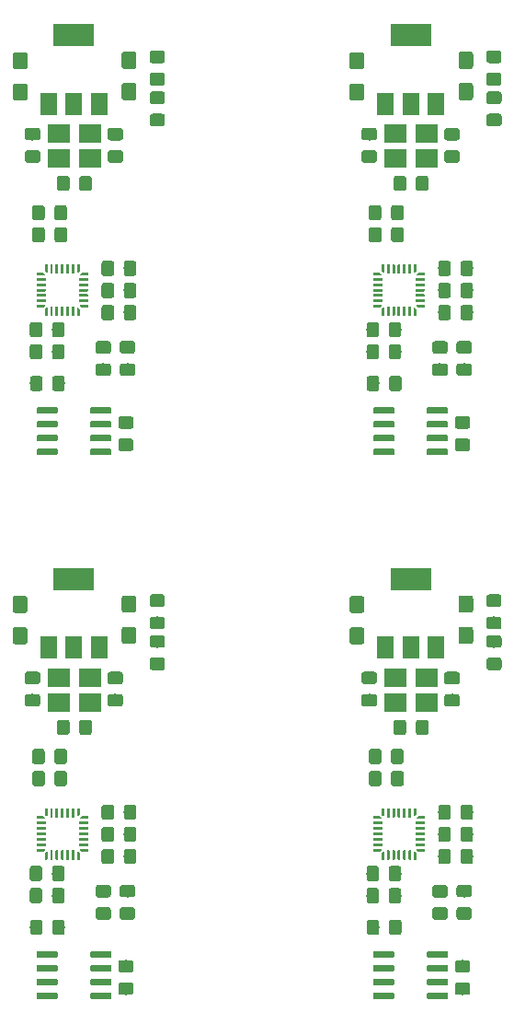
<source format=gtp>
%MOIN*%
%OFA0B0*%
%FSLAX46Y46*%
%IPPOS*%
%LPD*%
%ADD10C,0.0039370078740157488*%
%ADD11C,0.023622047244094488*%
%ADD12C,0.0452755905511811*%
%ADD13R,0.082677165354330714X0.070866141732283464*%
%ADD14R,0.059055118110236227X0.07874015748031496*%
%ADD15R,0.14960629921259844X0.07874015748031496*%
%ADD16C,0.0053883070866141743*%
%ADD17C,0.00984251968503937*%
%ADD18C,0.053149606299212608*%
%ADD29C,0.0039370078740157488*%
%ADD30C,0.023622047244094488*%
%ADD31C,0.0452755905511811*%
%ADD32R,0.082677165354330714X0.070866141732283464*%
%ADD33R,0.059055118110236227X0.07874015748031496*%
%ADD34R,0.14960629921259844X0.07874015748031496*%
%ADD35C,0.0053883070866141743*%
%ADD36C,0.00984251968503937*%
%ADD37C,0.053149606299212608*%
%ADD38C,0.0039370078740157488*%
%ADD39C,0.023622047244094488*%
%ADD40C,0.0452755905511811*%
%ADD41R,0.082677165354330714X0.070866141732283464*%
%ADD42R,0.059055118110236227X0.07874015748031496*%
%ADD43R,0.14960629921259844X0.07874015748031496*%
%ADD44C,0.0053883070866141743*%
%ADD45C,0.00984251968503937*%
%ADD46C,0.053149606299212608*%
%ADD47C,0.0039370078740157488*%
%ADD48C,0.023622047244094488*%
%ADD49C,0.0452755905511811*%
%ADD50R,0.082677165354330714X0.070866141732283464*%
%ADD51R,0.059055118110236227X0.07874015748031496*%
%ADD52R,0.14960629921259844X0.07874015748031496*%
%ADD53C,0.0053883070866141743*%
%ADD54C,0.00984251968503937*%
%ADD55C,0.053149606299212608*%
D10*
G36*
X0001369870Y0000454144D02*
G01*
X0001370443Y0000454059D01*
X0001371005Y0000453918D01*
X0001371551Y0000453723D01*
X0001372075Y0000453475D01*
X0001372572Y0000453177D01*
X0001373037Y0000452832D01*
X0001373467Y0000452443D01*
X0001373856Y0000452014D01*
X0001374201Y0000451548D01*
X0001374499Y0000451051D01*
X0001374747Y0000450527D01*
X0001374942Y0000449981D01*
X0001375083Y0000449419D01*
X0001375168Y0000448846D01*
X0001375196Y0000448267D01*
X0001375196Y0000436456D01*
X0001375168Y0000435877D01*
X0001375083Y0000435304D01*
X0001374942Y0000434742D01*
X0001374747Y0000434196D01*
X0001374499Y0000433672D01*
X0001374201Y0000433175D01*
X0001373856Y0000432710D01*
X0001373467Y0000432280D01*
X0001373037Y0000431891D01*
X0001372572Y0000431546D01*
X0001372075Y0000431248D01*
X0001371551Y0000431000D01*
X0001371005Y0000430805D01*
X0001370443Y0000430664D01*
X0001369870Y0000430579D01*
X0001369291Y0000430551D01*
X0001304330Y0000430551D01*
X0001303751Y0000430579D01*
X0001303178Y0000430664D01*
X0001302616Y0000430805D01*
X0001302070Y0000431000D01*
X0001301546Y0000431248D01*
X0001301049Y0000431546D01*
X0001300584Y0000431891D01*
X0001300154Y0000432280D01*
X0001299765Y0000432710D01*
X0001299420Y0000433175D01*
X0001299122Y0000433672D01*
X0001298874Y0000434196D01*
X0001298679Y0000434742D01*
X0001298538Y0000435304D01*
X0001298453Y0000435877D01*
X0001298425Y0000436456D01*
X0001298425Y0000448267D01*
X0001298453Y0000448846D01*
X0001298538Y0000449419D01*
X0001298679Y0000449981D01*
X0001298874Y0000450527D01*
X0001299122Y0000451051D01*
X0001299420Y0000451548D01*
X0001299765Y0000452014D01*
X0001300154Y0000452443D01*
X0001300584Y0000452832D01*
X0001301049Y0000453177D01*
X0001301546Y0000453475D01*
X0001302070Y0000453723D01*
X0001302616Y0000453918D01*
X0001303178Y0000454059D01*
X0001303751Y0000454144D01*
X0001304330Y0000454173D01*
X0001369291Y0000454173D01*
X0001369870Y0000454144D01*
X0001369870Y0000454144D01*
G37*
D11*
X0001336811Y0000442362D03*
D10*
G36*
X0001369870Y0000404144D02*
G01*
X0001370443Y0000404059D01*
X0001371005Y0000403918D01*
X0001371551Y0000403723D01*
X0001372075Y0000403475D01*
X0001372572Y0000403177D01*
X0001373037Y0000402832D01*
X0001373467Y0000402443D01*
X0001373856Y0000402014D01*
X0001374201Y0000401548D01*
X0001374499Y0000401051D01*
X0001374747Y0000400527D01*
X0001374942Y0000399982D01*
X0001375083Y0000399419D01*
X0001375168Y0000398846D01*
X0001375196Y0000398267D01*
X0001375196Y0000386456D01*
X0001375168Y0000385877D01*
X0001375083Y0000385304D01*
X0001374942Y0000384742D01*
X0001374747Y0000384196D01*
X0001374499Y0000383672D01*
X0001374201Y0000383175D01*
X0001373856Y0000382710D01*
X0001373467Y0000382280D01*
X0001373037Y0000381891D01*
X0001372572Y0000381546D01*
X0001372075Y0000381248D01*
X0001371551Y0000381000D01*
X0001371005Y0000380805D01*
X0001370443Y0000380664D01*
X0001369870Y0000380579D01*
X0001369291Y0000380551D01*
X0001304330Y0000380551D01*
X0001303751Y0000380579D01*
X0001303178Y0000380664D01*
X0001302616Y0000380805D01*
X0001302070Y0000381000D01*
X0001301546Y0000381248D01*
X0001301049Y0000381546D01*
X0001300584Y0000381891D01*
X0001300154Y0000382280D01*
X0001299765Y0000382710D01*
X0001299420Y0000383175D01*
X0001299122Y0000383672D01*
X0001298874Y0000384196D01*
X0001298679Y0000384742D01*
X0001298538Y0000385304D01*
X0001298453Y0000385877D01*
X0001298425Y0000386456D01*
X0001298425Y0000398267D01*
X0001298453Y0000398846D01*
X0001298538Y0000399419D01*
X0001298679Y0000399982D01*
X0001298874Y0000400527D01*
X0001299122Y0000401051D01*
X0001299420Y0000401548D01*
X0001299765Y0000402014D01*
X0001300154Y0000402443D01*
X0001300584Y0000402832D01*
X0001301049Y0000403177D01*
X0001301546Y0000403475D01*
X0001302070Y0000403723D01*
X0001302616Y0000403918D01*
X0001303178Y0000404059D01*
X0001303751Y0000404144D01*
X0001304330Y0000404173D01*
X0001369291Y0000404173D01*
X0001369870Y0000404144D01*
X0001369870Y0000404144D01*
G37*
D11*
X0001336811Y0000392362D03*
D10*
G36*
X0001369870Y0000354144D02*
G01*
X0001370443Y0000354059D01*
X0001371005Y0000353918D01*
X0001371551Y0000353723D01*
X0001372075Y0000353475D01*
X0001372572Y0000353177D01*
X0001373037Y0000352832D01*
X0001373467Y0000352443D01*
X0001373856Y0000352014D01*
X0001374201Y0000351548D01*
X0001374499Y0000351051D01*
X0001374747Y0000350527D01*
X0001374942Y0000349982D01*
X0001375083Y0000349419D01*
X0001375168Y0000348846D01*
X0001375196Y0000348267D01*
X0001375196Y0000336456D01*
X0001375168Y0000335877D01*
X0001375083Y0000335304D01*
X0001374942Y0000334742D01*
X0001374747Y0000334196D01*
X0001374499Y0000333672D01*
X0001374201Y0000333175D01*
X0001373856Y0000332710D01*
X0001373467Y0000332280D01*
X0001373037Y0000331891D01*
X0001372572Y0000331546D01*
X0001372075Y0000331248D01*
X0001371551Y0000331000D01*
X0001371005Y0000330805D01*
X0001370443Y0000330664D01*
X0001369870Y0000330579D01*
X0001369291Y0000330551D01*
X0001304330Y0000330551D01*
X0001303751Y0000330579D01*
X0001303178Y0000330664D01*
X0001302616Y0000330805D01*
X0001302070Y0000331000D01*
X0001301546Y0000331248D01*
X0001301049Y0000331546D01*
X0001300584Y0000331891D01*
X0001300154Y0000332280D01*
X0001299765Y0000332710D01*
X0001299420Y0000333175D01*
X0001299122Y0000333672D01*
X0001298874Y0000334196D01*
X0001298679Y0000334742D01*
X0001298538Y0000335304D01*
X0001298453Y0000335877D01*
X0001298425Y0000336456D01*
X0001298425Y0000348267D01*
X0001298453Y0000348846D01*
X0001298538Y0000349419D01*
X0001298679Y0000349982D01*
X0001298874Y0000350527D01*
X0001299122Y0000351051D01*
X0001299420Y0000351548D01*
X0001299765Y0000352014D01*
X0001300154Y0000352443D01*
X0001300584Y0000352832D01*
X0001301049Y0000353177D01*
X0001301546Y0000353475D01*
X0001302070Y0000353723D01*
X0001302616Y0000353918D01*
X0001303178Y0000354059D01*
X0001303751Y0000354144D01*
X0001304330Y0000354173D01*
X0001369291Y0000354173D01*
X0001369870Y0000354144D01*
X0001369870Y0000354144D01*
G37*
D11*
X0001336811Y0000342362D03*
D10*
G36*
X0001369870Y0000304144D02*
G01*
X0001370443Y0000304059D01*
X0001371005Y0000303918D01*
X0001371551Y0000303723D01*
X0001372075Y0000303475D01*
X0001372572Y0000303177D01*
X0001373037Y0000302832D01*
X0001373467Y0000302443D01*
X0001373856Y0000302014D01*
X0001374201Y0000301548D01*
X0001374499Y0000301051D01*
X0001374747Y0000300527D01*
X0001374942Y0000299981D01*
X0001375083Y0000299419D01*
X0001375168Y0000298846D01*
X0001375196Y0000298267D01*
X0001375196Y0000286456D01*
X0001375168Y0000285877D01*
X0001375083Y0000285304D01*
X0001374942Y0000284742D01*
X0001374747Y0000284196D01*
X0001374499Y0000283672D01*
X0001374201Y0000283175D01*
X0001373856Y0000282710D01*
X0001373467Y0000282280D01*
X0001373037Y0000281891D01*
X0001372572Y0000281546D01*
X0001372075Y0000281248D01*
X0001371551Y0000281000D01*
X0001371005Y0000280805D01*
X0001370443Y0000280664D01*
X0001369870Y0000280579D01*
X0001369291Y0000280551D01*
X0001304330Y0000280551D01*
X0001303751Y0000280579D01*
X0001303178Y0000280664D01*
X0001302616Y0000280805D01*
X0001302070Y0000281000D01*
X0001301546Y0000281248D01*
X0001301049Y0000281546D01*
X0001300584Y0000281891D01*
X0001300154Y0000282280D01*
X0001299765Y0000282710D01*
X0001299420Y0000283175D01*
X0001299122Y0000283672D01*
X0001298874Y0000284196D01*
X0001298679Y0000284742D01*
X0001298538Y0000285304D01*
X0001298453Y0000285877D01*
X0001298425Y0000286456D01*
X0001298425Y0000298267D01*
X0001298453Y0000298846D01*
X0001298538Y0000299419D01*
X0001298679Y0000299981D01*
X0001298874Y0000300527D01*
X0001299122Y0000301051D01*
X0001299420Y0000301548D01*
X0001299765Y0000302014D01*
X0001300154Y0000302443D01*
X0001300584Y0000302832D01*
X0001301049Y0000303177D01*
X0001301546Y0000303475D01*
X0001302070Y0000303723D01*
X0001302616Y0000303918D01*
X0001303178Y0000304059D01*
X0001303751Y0000304144D01*
X0001304330Y0000304173D01*
X0001369291Y0000304173D01*
X0001369870Y0000304144D01*
X0001369870Y0000304144D01*
G37*
D11*
X0001336811Y0000292362D03*
D10*
G36*
X0001564752Y0000304144D02*
G01*
X0001565325Y0000304059D01*
X0001565887Y0000303918D01*
X0001566433Y0000303723D01*
X0001566957Y0000303475D01*
X0001567454Y0000303177D01*
X0001567919Y0000302832D01*
X0001568349Y0000302443D01*
X0001568738Y0000302014D01*
X0001569083Y0000301548D01*
X0001569381Y0000301051D01*
X0001569629Y0000300527D01*
X0001569824Y0000299981D01*
X0001569965Y0000299419D01*
X0001570050Y0000298846D01*
X0001570078Y0000298267D01*
X0001570078Y0000286456D01*
X0001570050Y0000285877D01*
X0001569965Y0000285304D01*
X0001569824Y0000284742D01*
X0001569629Y0000284196D01*
X0001569381Y0000283672D01*
X0001569083Y0000283175D01*
X0001568738Y0000282710D01*
X0001568349Y0000282280D01*
X0001567919Y0000281891D01*
X0001567454Y0000281546D01*
X0001566957Y0000281248D01*
X0001566433Y0000281000D01*
X0001565887Y0000280805D01*
X0001565325Y0000280664D01*
X0001564752Y0000280579D01*
X0001564173Y0000280551D01*
X0001499212Y0000280551D01*
X0001498633Y0000280579D01*
X0001498060Y0000280664D01*
X0001497498Y0000280805D01*
X0001496952Y0000281000D01*
X0001496428Y0000281248D01*
X0001495931Y0000281546D01*
X0001495466Y0000281891D01*
X0001495036Y0000282280D01*
X0001494647Y0000282710D01*
X0001494302Y0000283175D01*
X0001494004Y0000283672D01*
X0001493756Y0000284196D01*
X0001493561Y0000284742D01*
X0001493420Y0000285304D01*
X0001493335Y0000285877D01*
X0001493307Y0000286456D01*
X0001493307Y0000298267D01*
X0001493335Y0000298846D01*
X0001493420Y0000299419D01*
X0001493561Y0000299981D01*
X0001493756Y0000300527D01*
X0001494004Y0000301051D01*
X0001494302Y0000301548D01*
X0001494647Y0000302014D01*
X0001495036Y0000302443D01*
X0001495466Y0000302832D01*
X0001495931Y0000303177D01*
X0001496428Y0000303475D01*
X0001496952Y0000303723D01*
X0001497498Y0000303918D01*
X0001498060Y0000304059D01*
X0001498633Y0000304144D01*
X0001499212Y0000304173D01*
X0001564173Y0000304173D01*
X0001564752Y0000304144D01*
X0001564752Y0000304144D01*
G37*
D11*
X0001531692Y0000292362D03*
D10*
G36*
X0001564752Y0000354144D02*
G01*
X0001565325Y0000354059D01*
X0001565887Y0000353918D01*
X0001566433Y0000353723D01*
X0001566957Y0000353475D01*
X0001567454Y0000353177D01*
X0001567919Y0000352832D01*
X0001568349Y0000352443D01*
X0001568738Y0000352014D01*
X0001569083Y0000351548D01*
X0001569381Y0000351051D01*
X0001569629Y0000350527D01*
X0001569824Y0000349982D01*
X0001569965Y0000349419D01*
X0001570050Y0000348846D01*
X0001570078Y0000348267D01*
X0001570078Y0000336456D01*
X0001570050Y0000335877D01*
X0001569965Y0000335304D01*
X0001569824Y0000334742D01*
X0001569629Y0000334196D01*
X0001569381Y0000333672D01*
X0001569083Y0000333175D01*
X0001568738Y0000332710D01*
X0001568349Y0000332280D01*
X0001567919Y0000331891D01*
X0001567454Y0000331546D01*
X0001566957Y0000331248D01*
X0001566433Y0000331000D01*
X0001565887Y0000330805D01*
X0001565325Y0000330664D01*
X0001564752Y0000330579D01*
X0001564173Y0000330551D01*
X0001499212Y0000330551D01*
X0001498633Y0000330579D01*
X0001498060Y0000330664D01*
X0001497498Y0000330805D01*
X0001496952Y0000331000D01*
X0001496428Y0000331248D01*
X0001495931Y0000331546D01*
X0001495466Y0000331891D01*
X0001495036Y0000332280D01*
X0001494647Y0000332710D01*
X0001494302Y0000333175D01*
X0001494004Y0000333672D01*
X0001493756Y0000334196D01*
X0001493561Y0000334742D01*
X0001493420Y0000335304D01*
X0001493335Y0000335877D01*
X0001493307Y0000336456D01*
X0001493307Y0000348267D01*
X0001493335Y0000348846D01*
X0001493420Y0000349419D01*
X0001493561Y0000349982D01*
X0001493756Y0000350527D01*
X0001494004Y0000351051D01*
X0001494302Y0000351548D01*
X0001494647Y0000352014D01*
X0001495036Y0000352443D01*
X0001495466Y0000352832D01*
X0001495931Y0000353177D01*
X0001496428Y0000353475D01*
X0001496952Y0000353723D01*
X0001497498Y0000353918D01*
X0001498060Y0000354059D01*
X0001498633Y0000354144D01*
X0001499212Y0000354173D01*
X0001564173Y0000354173D01*
X0001564752Y0000354144D01*
X0001564752Y0000354144D01*
G37*
D11*
X0001531692Y0000342362D03*
D10*
G36*
X0001564752Y0000404144D02*
G01*
X0001565325Y0000404059D01*
X0001565887Y0000403918D01*
X0001566433Y0000403723D01*
X0001566957Y0000403475D01*
X0001567454Y0000403177D01*
X0001567919Y0000402832D01*
X0001568349Y0000402443D01*
X0001568738Y0000402014D01*
X0001569083Y0000401548D01*
X0001569381Y0000401051D01*
X0001569629Y0000400527D01*
X0001569824Y0000399982D01*
X0001569965Y0000399419D01*
X0001570050Y0000398846D01*
X0001570078Y0000398267D01*
X0001570078Y0000386456D01*
X0001570050Y0000385877D01*
X0001569965Y0000385304D01*
X0001569824Y0000384742D01*
X0001569629Y0000384196D01*
X0001569381Y0000383672D01*
X0001569083Y0000383175D01*
X0001568738Y0000382710D01*
X0001568349Y0000382280D01*
X0001567919Y0000381891D01*
X0001567454Y0000381546D01*
X0001566957Y0000381248D01*
X0001566433Y0000381000D01*
X0001565887Y0000380805D01*
X0001565325Y0000380664D01*
X0001564752Y0000380579D01*
X0001564173Y0000380551D01*
X0001499212Y0000380551D01*
X0001498633Y0000380579D01*
X0001498060Y0000380664D01*
X0001497498Y0000380805D01*
X0001496952Y0000381000D01*
X0001496428Y0000381248D01*
X0001495931Y0000381546D01*
X0001495466Y0000381891D01*
X0001495036Y0000382280D01*
X0001494647Y0000382710D01*
X0001494302Y0000383175D01*
X0001494004Y0000383672D01*
X0001493756Y0000384196D01*
X0001493561Y0000384742D01*
X0001493420Y0000385304D01*
X0001493335Y0000385877D01*
X0001493307Y0000386456D01*
X0001493307Y0000398267D01*
X0001493335Y0000398846D01*
X0001493420Y0000399419D01*
X0001493561Y0000399982D01*
X0001493756Y0000400527D01*
X0001494004Y0000401051D01*
X0001494302Y0000401548D01*
X0001494647Y0000402014D01*
X0001495036Y0000402443D01*
X0001495466Y0000402832D01*
X0001495931Y0000403177D01*
X0001496428Y0000403475D01*
X0001496952Y0000403723D01*
X0001497498Y0000403918D01*
X0001498060Y0000404059D01*
X0001498633Y0000404144D01*
X0001499212Y0000404173D01*
X0001564173Y0000404173D01*
X0001564752Y0000404144D01*
X0001564752Y0000404144D01*
G37*
D11*
X0001531692Y0000392362D03*
D10*
G36*
X0001564752Y0000454144D02*
G01*
X0001565325Y0000454059D01*
X0001565887Y0000453918D01*
X0001566433Y0000453723D01*
X0001566957Y0000453475D01*
X0001567454Y0000453177D01*
X0001567919Y0000452832D01*
X0001568349Y0000452443D01*
X0001568738Y0000452014D01*
X0001569083Y0000451548D01*
X0001569381Y0000451051D01*
X0001569629Y0000450527D01*
X0001569824Y0000449981D01*
X0001569965Y0000449419D01*
X0001570050Y0000448846D01*
X0001570078Y0000448267D01*
X0001570078Y0000436456D01*
X0001570050Y0000435877D01*
X0001569965Y0000435304D01*
X0001569824Y0000434742D01*
X0001569629Y0000434196D01*
X0001569381Y0000433672D01*
X0001569083Y0000433175D01*
X0001568738Y0000432710D01*
X0001568349Y0000432280D01*
X0001567919Y0000431891D01*
X0001567454Y0000431546D01*
X0001566957Y0000431248D01*
X0001566433Y0000431000D01*
X0001565887Y0000430805D01*
X0001565325Y0000430664D01*
X0001564752Y0000430579D01*
X0001564173Y0000430551D01*
X0001499212Y0000430551D01*
X0001498633Y0000430579D01*
X0001498060Y0000430664D01*
X0001497498Y0000430805D01*
X0001496952Y0000431000D01*
X0001496428Y0000431248D01*
X0001495931Y0000431546D01*
X0001495466Y0000431891D01*
X0001495036Y0000432280D01*
X0001494647Y0000432710D01*
X0001494302Y0000433175D01*
X0001494004Y0000433672D01*
X0001493756Y0000434196D01*
X0001493561Y0000434742D01*
X0001493420Y0000435304D01*
X0001493335Y0000435877D01*
X0001493307Y0000436456D01*
X0001493307Y0000448267D01*
X0001493335Y0000448846D01*
X0001493420Y0000449419D01*
X0001493561Y0000449981D01*
X0001493756Y0000450527D01*
X0001494004Y0000451051D01*
X0001494302Y0000451548D01*
X0001494647Y0000452014D01*
X0001495036Y0000452443D01*
X0001495466Y0000452832D01*
X0001495931Y0000453177D01*
X0001496428Y0000453475D01*
X0001496952Y0000453723D01*
X0001497498Y0000453918D01*
X0001498060Y0000454059D01*
X0001498633Y0000454144D01*
X0001499212Y0000454173D01*
X0001564173Y0000454173D01*
X0001564752Y0000454144D01*
X0001564752Y0000454144D01*
G37*
D11*
X0001531692Y0000442362D03*
D10*
G36*
X0001651508Y0000984458D02*
G01*
X0001652463Y0000984317D01*
X0001653400Y0000984082D01*
X0001654310Y0000983757D01*
X0001655183Y0000983344D01*
X0001656011Y0000982847D01*
X0001656787Y0000982272D01*
X0001657503Y0000981623D01*
X0001658151Y0000980907D01*
X0001658727Y0000980132D01*
X0001659223Y0000979303D01*
X0001659636Y0000978430D01*
X0001659962Y0000977520D01*
X0001660196Y0000976583D01*
X0001660338Y0000975628D01*
X0001660386Y0000974663D01*
X0001660386Y0000939230D01*
X0001660338Y0000938265D01*
X0001660196Y0000937310D01*
X0001659962Y0000936373D01*
X0001659636Y0000935464D01*
X0001659223Y0000934590D01*
X0001658727Y0000933762D01*
X0001658151Y0000932986D01*
X0001657503Y0000932270D01*
X0001656787Y0000931622D01*
X0001656011Y0000931046D01*
X0001655183Y0000930550D01*
X0001654310Y0000930137D01*
X0001653400Y0000929811D01*
X0001652463Y0000929577D01*
X0001651508Y0000929435D01*
X0001650543Y0000929388D01*
X0001624952Y0000929388D01*
X0001623988Y0000929435D01*
X0001623032Y0000929577D01*
X0001622095Y0000929811D01*
X0001621186Y0000930137D01*
X0001620313Y0000930550D01*
X0001619484Y0000931046D01*
X0001618708Y0000931622D01*
X0001617993Y0000932270D01*
X0001617344Y0000932986D01*
X0001616769Y0000933762D01*
X0001616272Y0000934590D01*
X0001615859Y0000935464D01*
X0001615534Y0000936373D01*
X0001615299Y0000937310D01*
X0001615157Y0000938265D01*
X0001615110Y0000939230D01*
X0001615110Y0000974663D01*
X0001615157Y0000975628D01*
X0001615299Y0000976583D01*
X0001615534Y0000977520D01*
X0001615859Y0000978430D01*
X0001616272Y0000979303D01*
X0001616769Y0000980132D01*
X0001617344Y0000980907D01*
X0001617993Y0000981623D01*
X0001618708Y0000982272D01*
X0001619484Y0000982847D01*
X0001620313Y0000983344D01*
X0001621186Y0000983757D01*
X0001622095Y0000984082D01*
X0001623032Y0000984317D01*
X0001623988Y0000984458D01*
X0001624952Y0000984506D01*
X0001650543Y0000984506D01*
X0001651508Y0000984458D01*
X0001651508Y0000984458D01*
G37*
D12*
X0001637748Y0000956947D03*
D10*
G36*
X0001570799Y0000984458D02*
G01*
X0001571755Y0000984317D01*
X0001572692Y0000984082D01*
X0001573601Y0000983757D01*
X0001574474Y0000983344D01*
X0001575303Y0000982847D01*
X0001576078Y0000982272D01*
X0001576794Y0000981623D01*
X0001577443Y0000980907D01*
X0001578018Y0000980132D01*
X0001578515Y0000979303D01*
X0001578928Y0000978430D01*
X0001579253Y0000977520D01*
X0001579488Y0000976583D01*
X0001579630Y0000975628D01*
X0001579677Y0000974663D01*
X0001579677Y0000939230D01*
X0001579630Y0000938265D01*
X0001579488Y0000937310D01*
X0001579253Y0000936373D01*
X0001578928Y0000935464D01*
X0001578515Y0000934590D01*
X0001578018Y0000933762D01*
X0001577443Y0000932986D01*
X0001576794Y0000932270D01*
X0001576078Y0000931622D01*
X0001575303Y0000931046D01*
X0001574474Y0000930550D01*
X0001573601Y0000930137D01*
X0001572692Y0000929811D01*
X0001571755Y0000929577D01*
X0001570799Y0000929435D01*
X0001569834Y0000929388D01*
X0001544244Y0000929388D01*
X0001543279Y0000929435D01*
X0001542324Y0000929577D01*
X0001541387Y0000929811D01*
X0001540477Y0000930137D01*
X0001539604Y0000930550D01*
X0001538776Y0000931046D01*
X0001538000Y0000931622D01*
X0001537284Y0000932270D01*
X0001536635Y0000932986D01*
X0001536060Y0000933762D01*
X0001535563Y0000934590D01*
X0001535151Y0000935464D01*
X0001534825Y0000936373D01*
X0001534590Y0000937310D01*
X0001534449Y0000938265D01*
X0001534401Y0000939230D01*
X0001534401Y0000974663D01*
X0001534449Y0000975628D01*
X0001534590Y0000976583D01*
X0001534825Y0000977520D01*
X0001535151Y0000978430D01*
X0001535563Y0000979303D01*
X0001536060Y0000980132D01*
X0001536635Y0000980907D01*
X0001537284Y0000981623D01*
X0001538000Y0000982272D01*
X0001538776Y0000982847D01*
X0001539604Y0000983344D01*
X0001540477Y0000983757D01*
X0001541387Y0000984082D01*
X0001542324Y0000984317D01*
X0001543279Y0000984458D01*
X0001544244Y0000984506D01*
X0001569834Y0000984506D01*
X0001570799Y0000984458D01*
X0001570799Y0000984458D01*
G37*
D12*
X0001557039Y0000956947D03*
D10*
G36*
X0001311657Y0000567873D02*
G01*
X0001312613Y0000567732D01*
X0001313550Y0000567497D01*
X0001314459Y0000567172D01*
X0001315332Y0000566759D01*
X0001316161Y0000566262D01*
X0001316936Y0000565687D01*
X0001317652Y0000565038D01*
X0001318301Y0000564322D01*
X0001318876Y0000563546D01*
X0001319373Y0000562718D01*
X0001319786Y0000561845D01*
X0001320111Y0000560935D01*
X0001320346Y0000559998D01*
X0001320487Y0000559043D01*
X0001320535Y0000558078D01*
X0001320535Y0000522645D01*
X0001320487Y0000521680D01*
X0001320346Y0000520725D01*
X0001320111Y0000519788D01*
X0001319786Y0000518879D01*
X0001319373Y0000518005D01*
X0001318876Y0000517177D01*
X0001318301Y0000516401D01*
X0001317652Y0000515685D01*
X0001316936Y0000515037D01*
X0001316161Y0000514461D01*
X0001315332Y0000513965D01*
X0001314459Y0000513552D01*
X0001313550Y0000513226D01*
X0001312613Y0000512992D01*
X0001311657Y0000512850D01*
X0001310692Y0000512803D01*
X0001285102Y0000512803D01*
X0001284137Y0000512850D01*
X0001283182Y0000512992D01*
X0001282245Y0000513226D01*
X0001281335Y0000513552D01*
X0001280462Y0000513965D01*
X0001279634Y0000514461D01*
X0001278858Y0000515037D01*
X0001278142Y0000515685D01*
X0001277493Y0000516401D01*
X0001276918Y0000517177D01*
X0001276422Y0000518005D01*
X0001276009Y0000518879D01*
X0001275683Y0000519788D01*
X0001275448Y0000520725D01*
X0001275307Y0000521680D01*
X0001275259Y0000522645D01*
X0001275259Y0000558078D01*
X0001275307Y0000559043D01*
X0001275448Y0000559998D01*
X0001275683Y0000560935D01*
X0001276009Y0000561845D01*
X0001276422Y0000562718D01*
X0001276918Y0000563546D01*
X0001277493Y0000564322D01*
X0001278142Y0000565038D01*
X0001278858Y0000565687D01*
X0001279634Y0000566262D01*
X0001280462Y0000566759D01*
X0001281335Y0000567172D01*
X0001282245Y0000567497D01*
X0001283182Y0000567732D01*
X0001284137Y0000567873D01*
X0001285102Y0000567921D01*
X0001310692Y0000567921D01*
X0001311657Y0000567873D01*
X0001311657Y0000567873D01*
G37*
D12*
X0001297897Y0000540362D03*
D10*
G36*
X0001392366Y0000567873D02*
G01*
X0001393321Y0000567732D01*
X0001394258Y0000567497D01*
X0001395168Y0000567172D01*
X0001396041Y0000566759D01*
X0001396869Y0000566262D01*
X0001397645Y0000565687D01*
X0001398361Y0000565038D01*
X0001399009Y0000564322D01*
X0001399585Y0000563546D01*
X0001400081Y0000562718D01*
X0001400494Y0000561845D01*
X0001400820Y0000560935D01*
X0001401054Y0000559998D01*
X0001401196Y0000559043D01*
X0001401244Y0000558078D01*
X0001401244Y0000522645D01*
X0001401196Y0000521680D01*
X0001401054Y0000520725D01*
X0001400820Y0000519788D01*
X0001400494Y0000518879D01*
X0001400081Y0000518005D01*
X0001399585Y0000517177D01*
X0001399009Y0000516401D01*
X0001398361Y0000515685D01*
X0001397645Y0000515037D01*
X0001396869Y0000514461D01*
X0001396041Y0000513965D01*
X0001395168Y0000513552D01*
X0001394258Y0000513226D01*
X0001393321Y0000512992D01*
X0001392366Y0000512850D01*
X0001391401Y0000512803D01*
X0001365810Y0000512803D01*
X0001364846Y0000512850D01*
X0001363890Y0000512992D01*
X0001362953Y0000513226D01*
X0001362044Y0000513552D01*
X0001361171Y0000513965D01*
X0001360342Y0000514461D01*
X0001359566Y0000515037D01*
X0001358851Y0000515685D01*
X0001358202Y0000516401D01*
X0001357627Y0000517177D01*
X0001357130Y0000518005D01*
X0001356717Y0000518879D01*
X0001356392Y0000519788D01*
X0001356157Y0000520725D01*
X0001356015Y0000521680D01*
X0001355968Y0000522645D01*
X0001355968Y0000558078D01*
X0001356015Y0000559043D01*
X0001356157Y0000559998D01*
X0001356392Y0000560935D01*
X0001356717Y0000561845D01*
X0001357130Y0000562718D01*
X0001357627Y0000563546D01*
X0001358202Y0000564322D01*
X0001358851Y0000565038D01*
X0001359566Y0000565687D01*
X0001360342Y0000566262D01*
X0001361171Y0000566759D01*
X0001362044Y0000567172D01*
X0001362953Y0000567497D01*
X0001363890Y0000567732D01*
X0001364846Y0000567873D01*
X0001365810Y0000567921D01*
X0001391401Y0000567921D01*
X0001392366Y0000567873D01*
X0001392366Y0000567873D01*
G37*
D12*
X0001378606Y0000540362D03*
D10*
G36*
X0001640933Y0000421661D02*
G01*
X0001641888Y0000421519D01*
X0001642825Y0000421284D01*
X0001643735Y0000420959D01*
X0001644608Y0000420546D01*
X0001645436Y0000420049D01*
X0001646212Y0000419474D01*
X0001646928Y0000418825D01*
X0001647576Y0000418110D01*
X0001648152Y0000417334D01*
X0001648648Y0000416505D01*
X0001649061Y0000415632D01*
X0001649387Y0000414723D01*
X0001649621Y0000413786D01*
X0001649763Y0000412830D01*
X0001649811Y0000411866D01*
X0001649811Y0000386275D01*
X0001649763Y0000385310D01*
X0001649621Y0000384355D01*
X0001649387Y0000383418D01*
X0001649061Y0000382509D01*
X0001648648Y0000381635D01*
X0001648152Y0000380807D01*
X0001647576Y0000380031D01*
X0001646928Y0000379315D01*
X0001646212Y0000378667D01*
X0001645436Y0000378091D01*
X0001644608Y0000377595D01*
X0001643735Y0000377182D01*
X0001642825Y0000376856D01*
X0001641888Y0000376622D01*
X0001640933Y0000376480D01*
X0001639968Y0000376433D01*
X0001604535Y0000376433D01*
X0001603570Y0000376480D01*
X0001602615Y0000376622D01*
X0001601678Y0000376856D01*
X0001600768Y0000377182D01*
X0001599895Y0000377595D01*
X0001599067Y0000378091D01*
X0001598291Y0000378667D01*
X0001597575Y0000379315D01*
X0001596927Y0000380031D01*
X0001596351Y0000380807D01*
X0001595855Y0000381635D01*
X0001595442Y0000382509D01*
X0001595116Y0000383418D01*
X0001594882Y0000384355D01*
X0001594740Y0000385310D01*
X0001594692Y0000386275D01*
X0001594692Y0000411866D01*
X0001594740Y0000412830D01*
X0001594882Y0000413786D01*
X0001595116Y0000414723D01*
X0001595442Y0000415632D01*
X0001595855Y0000416505D01*
X0001596351Y0000417334D01*
X0001596927Y0000418110D01*
X0001597575Y0000418825D01*
X0001598291Y0000419474D01*
X0001599067Y0000420049D01*
X0001599895Y0000420546D01*
X0001600768Y0000420959D01*
X0001601678Y0000421284D01*
X0001602615Y0000421519D01*
X0001603570Y0000421661D01*
X0001604535Y0000421708D01*
X0001639968Y0000421708D01*
X0001640933Y0000421661D01*
X0001640933Y0000421661D01*
G37*
D12*
X0001622251Y0000399070D03*
D10*
G36*
X0001640933Y0000340952D02*
G01*
X0001641888Y0000340810D01*
X0001642825Y0000340576D01*
X0001643735Y0000340250D01*
X0001644608Y0000339837D01*
X0001645436Y0000339341D01*
X0001646212Y0000338765D01*
X0001646928Y0000338117D01*
X0001647576Y0000337401D01*
X0001648152Y0000336625D01*
X0001648648Y0000335797D01*
X0001649061Y0000334924D01*
X0001649387Y0000334014D01*
X0001649621Y0000333077D01*
X0001649763Y0000332122D01*
X0001649811Y0000331157D01*
X0001649811Y0000305566D01*
X0001649763Y0000304602D01*
X0001649621Y0000303646D01*
X0001649387Y0000302709D01*
X0001649061Y0000301800D01*
X0001648648Y0000300927D01*
X0001648152Y0000300098D01*
X0001647576Y0000299322D01*
X0001646928Y0000298607D01*
X0001646212Y0000297958D01*
X0001645436Y0000297383D01*
X0001644608Y0000296886D01*
X0001643735Y0000296473D01*
X0001642825Y0000296148D01*
X0001641888Y0000295913D01*
X0001640933Y0000295771D01*
X0001639968Y0000295724D01*
X0001604535Y0000295724D01*
X0001603570Y0000295771D01*
X0001602615Y0000295913D01*
X0001601678Y0000296148D01*
X0001600768Y0000296473D01*
X0001599895Y0000296886D01*
X0001599067Y0000297383D01*
X0001598291Y0000297958D01*
X0001597575Y0000298607D01*
X0001596927Y0000299322D01*
X0001596351Y0000300098D01*
X0001595855Y0000300927D01*
X0001595442Y0000301800D01*
X0001595116Y0000302709D01*
X0001594882Y0000303646D01*
X0001594740Y0000304602D01*
X0001594692Y0000305566D01*
X0001594692Y0000331157D01*
X0001594740Y0000332122D01*
X0001594882Y0000333077D01*
X0001595116Y0000334014D01*
X0001595442Y0000334924D01*
X0001595855Y0000335797D01*
X0001596351Y0000336625D01*
X0001596927Y0000337401D01*
X0001597575Y0000338117D01*
X0001598291Y0000338765D01*
X0001599067Y0000339341D01*
X0001599895Y0000339837D01*
X0001600768Y0000340250D01*
X0001601678Y0000340576D01*
X0001602615Y0000340810D01*
X0001603570Y0000340952D01*
X0001604535Y0000340999D01*
X0001639968Y0000340999D01*
X0001640933Y0000340952D01*
X0001640933Y0000340952D01*
G37*
D12*
X0001622251Y0000318362D03*
D13*
X0001492251Y0001354362D03*
X0001378078Y0001354362D03*
X0001378078Y0001444913D03*
X0001492251Y0001444913D03*
D14*
X0001343700Y0001553346D03*
X0001524803Y0001553346D03*
X0001434251Y0001553346D03*
D15*
X0001434251Y0001801377D03*
D16*
X0001470893Y0000937417D03*
D10*
G36*
X0001485721Y0000933922D02*
G01*
X0001485621Y0000933589D01*
X0001485457Y0000933283D01*
X0001485237Y0000933014D01*
X0001484968Y0000932794D01*
X0001484662Y0000932630D01*
X0001484329Y0000932530D01*
X0001483984Y0000932496D01*
X0001457803Y0000932496D01*
X0001457457Y0000932530D01*
X0001457125Y0000932630D01*
X0001456818Y0000932794D01*
X0001456550Y0000933014D01*
X0001456330Y0000933283D01*
X0001456166Y0000933589D01*
X0001456065Y0000933922D01*
X0001456031Y0000934267D01*
X0001456031Y0000935305D01*
X0001456065Y0000935651D01*
X0001456166Y0000935983D01*
X0001456330Y0000936289D01*
X0001456550Y0000936558D01*
X0001461811Y0000941819D01*
X0001462080Y0000942040D01*
X0001462386Y0000942203D01*
X0001462718Y0000942304D01*
X0001463064Y0000942338D01*
X0001483984Y0000942338D01*
X0001484329Y0000942304D01*
X0001484662Y0000942203D01*
X0001484968Y0000942040D01*
X0001485237Y0000941819D01*
X0001485457Y0000941551D01*
X0001485621Y0000941244D01*
X0001485721Y0000940912D01*
X0001485755Y0000940566D01*
X0001485755Y0000934267D01*
X0001485721Y0000933922D01*
X0001485721Y0000933922D01*
G37*
G36*
X0001483536Y0000922641D02*
G01*
X0001483775Y0000922606D01*
X0001484009Y0000922547D01*
X0001484236Y0000922466D01*
X0001484455Y0000922362D01*
X0001484662Y0000922238D01*
X0001484856Y0000922094D01*
X0001485035Y0000921932D01*
X0001485197Y0000921753D01*
X0001485341Y0000921559D01*
X0001485465Y0000921352D01*
X0001485568Y0000921134D01*
X0001485649Y0000920907D01*
X0001485708Y0000920672D01*
X0001485744Y0000920434D01*
X0001485755Y0000920192D01*
X0001485755Y0000915271D01*
X0001485744Y0000915030D01*
X0001485708Y0000914791D01*
X0001485649Y0000914557D01*
X0001485568Y0000914330D01*
X0001485465Y0000914111D01*
X0001485341Y0000913904D01*
X0001485197Y0000913710D01*
X0001485035Y0000913531D01*
X0001484856Y0000913369D01*
X0001484662Y0000913225D01*
X0001484455Y0000913101D01*
X0001484236Y0000912998D01*
X0001484009Y0000912916D01*
X0001483775Y0000912858D01*
X0001483536Y0000912822D01*
X0001483295Y0000912810D01*
X0001453767Y0000912810D01*
X0001453526Y0000912822D01*
X0001453287Y0000912858D01*
X0001453053Y0000912916D01*
X0001452826Y0000912998D01*
X0001452607Y0000913101D01*
X0001452400Y0000913225D01*
X0001452206Y0000913369D01*
X0001452027Y0000913531D01*
X0001451865Y0000913710D01*
X0001451721Y0000913904D01*
X0001451597Y0000914111D01*
X0001451494Y0000914330D01*
X0001451413Y0000914557D01*
X0001451354Y0000914791D01*
X0001451318Y0000915030D01*
X0001451307Y0000915271D01*
X0001451307Y0000920192D01*
X0001451318Y0000920434D01*
X0001451354Y0000920672D01*
X0001451413Y0000920907D01*
X0001451494Y0000921134D01*
X0001451597Y0000921352D01*
X0001451721Y0000921559D01*
X0001451865Y0000921753D01*
X0001452027Y0000921932D01*
X0001452206Y0000922094D01*
X0001452400Y0000922238D01*
X0001452607Y0000922362D01*
X0001452826Y0000922466D01*
X0001453053Y0000922547D01*
X0001453287Y0000922606D01*
X0001453526Y0000922641D01*
X0001453767Y0000922653D01*
X0001483295Y0000922653D01*
X0001483536Y0000922641D01*
X0001483536Y0000922641D01*
G37*
D17*
X0001468531Y0000917732D03*
D10*
G36*
X0001483536Y0000902956D02*
G01*
X0001483775Y0000902921D01*
X0001484009Y0000902862D01*
X0001484236Y0000902781D01*
X0001484455Y0000902677D01*
X0001484662Y0000902553D01*
X0001484856Y0000902409D01*
X0001485035Y0000902247D01*
X0001485197Y0000902068D01*
X0001485341Y0000901874D01*
X0001485465Y0000901667D01*
X0001485568Y0000901449D01*
X0001485649Y0000901222D01*
X0001485708Y0000900987D01*
X0001485744Y0000900749D01*
X0001485755Y0000900507D01*
X0001485755Y0000895586D01*
X0001485744Y0000895345D01*
X0001485708Y0000895106D01*
X0001485649Y0000894872D01*
X0001485568Y0000894644D01*
X0001485465Y0000894426D01*
X0001485341Y0000894219D01*
X0001485197Y0000894025D01*
X0001485035Y0000893846D01*
X0001484856Y0000893684D01*
X0001484662Y0000893540D01*
X0001484455Y0000893416D01*
X0001484236Y0000893313D01*
X0001484009Y0000893231D01*
X0001483775Y0000893173D01*
X0001483536Y0000893137D01*
X0001483295Y0000893125D01*
X0001453767Y0000893125D01*
X0001453526Y0000893137D01*
X0001453287Y0000893173D01*
X0001453053Y0000893231D01*
X0001452826Y0000893313D01*
X0001452607Y0000893416D01*
X0001452400Y0000893540D01*
X0001452206Y0000893684D01*
X0001452027Y0000893846D01*
X0001451865Y0000894025D01*
X0001451721Y0000894219D01*
X0001451597Y0000894426D01*
X0001451494Y0000894644D01*
X0001451413Y0000894872D01*
X0001451354Y0000895106D01*
X0001451318Y0000895345D01*
X0001451307Y0000895586D01*
X0001451307Y0000900507D01*
X0001451318Y0000900749D01*
X0001451354Y0000900987D01*
X0001451413Y0000901222D01*
X0001451494Y0000901449D01*
X0001451597Y0000901667D01*
X0001451721Y0000901874D01*
X0001451865Y0000902068D01*
X0001452027Y0000902247D01*
X0001452206Y0000902409D01*
X0001452400Y0000902553D01*
X0001452607Y0000902677D01*
X0001452826Y0000902781D01*
X0001453053Y0000902862D01*
X0001453287Y0000902921D01*
X0001453526Y0000902956D01*
X0001453767Y0000902968D01*
X0001483295Y0000902968D01*
X0001483536Y0000902956D01*
X0001483536Y0000902956D01*
G37*
D17*
X0001468531Y0000898047D03*
D10*
G36*
X0001483536Y0000883271D02*
G01*
X0001483775Y0000883236D01*
X0001484009Y0000883177D01*
X0001484236Y0000883096D01*
X0001484455Y0000882992D01*
X0001484662Y0000882868D01*
X0001484856Y0000882724D01*
X0001485035Y0000882562D01*
X0001485197Y0000882383D01*
X0001485341Y0000882189D01*
X0001485465Y0000881982D01*
X0001485568Y0000881764D01*
X0001485649Y0000881537D01*
X0001485708Y0000881302D01*
X0001485744Y0000881064D01*
X0001485755Y0000880822D01*
X0001485755Y0000875901D01*
X0001485744Y0000875660D01*
X0001485708Y0000875421D01*
X0001485649Y0000875187D01*
X0001485568Y0000874959D01*
X0001485465Y0000874741D01*
X0001485341Y0000874534D01*
X0001485197Y0000874340D01*
X0001485035Y0000874161D01*
X0001484856Y0000873999D01*
X0001484662Y0000873855D01*
X0001484455Y0000873731D01*
X0001484236Y0000873628D01*
X0001484009Y0000873546D01*
X0001483775Y0000873488D01*
X0001483536Y0000873452D01*
X0001483295Y0000873440D01*
X0001453767Y0000873440D01*
X0001453526Y0000873452D01*
X0001453287Y0000873488D01*
X0001453053Y0000873546D01*
X0001452826Y0000873628D01*
X0001452607Y0000873731D01*
X0001452400Y0000873855D01*
X0001452206Y0000873999D01*
X0001452027Y0000874161D01*
X0001451865Y0000874340D01*
X0001451721Y0000874534D01*
X0001451597Y0000874741D01*
X0001451494Y0000874959D01*
X0001451413Y0000875187D01*
X0001451354Y0000875421D01*
X0001451318Y0000875660D01*
X0001451307Y0000875901D01*
X0001451307Y0000880822D01*
X0001451318Y0000881064D01*
X0001451354Y0000881302D01*
X0001451413Y0000881537D01*
X0001451494Y0000881764D01*
X0001451597Y0000881982D01*
X0001451721Y0000882189D01*
X0001451865Y0000882383D01*
X0001452027Y0000882562D01*
X0001452206Y0000882724D01*
X0001452400Y0000882868D01*
X0001452607Y0000882992D01*
X0001452826Y0000883096D01*
X0001453053Y0000883177D01*
X0001453287Y0000883236D01*
X0001453526Y0000883271D01*
X0001453767Y0000883283D01*
X0001483295Y0000883283D01*
X0001483536Y0000883271D01*
X0001483536Y0000883271D01*
G37*
D17*
X0001468531Y0000878362D03*
D10*
G36*
X0001483536Y0000863586D02*
G01*
X0001483775Y0000863551D01*
X0001484009Y0000863492D01*
X0001484236Y0000863411D01*
X0001484455Y0000863307D01*
X0001484662Y0000863183D01*
X0001484856Y0000863039D01*
X0001485035Y0000862877D01*
X0001485197Y0000862698D01*
X0001485341Y0000862504D01*
X0001485465Y0000862297D01*
X0001485568Y0000862079D01*
X0001485649Y0000861852D01*
X0001485708Y0000861617D01*
X0001485744Y0000861378D01*
X0001485755Y0000861137D01*
X0001485755Y0000856216D01*
X0001485744Y0000855975D01*
X0001485708Y0000855736D01*
X0001485649Y0000855502D01*
X0001485568Y0000855274D01*
X0001485465Y0000855056D01*
X0001485341Y0000854849D01*
X0001485197Y0000854655D01*
X0001485035Y0000854476D01*
X0001484856Y0000854314D01*
X0001484662Y0000854170D01*
X0001484455Y0000854046D01*
X0001484236Y0000853943D01*
X0001484009Y0000853861D01*
X0001483775Y0000853803D01*
X0001483536Y0000853767D01*
X0001483295Y0000853755D01*
X0001453767Y0000853755D01*
X0001453526Y0000853767D01*
X0001453287Y0000853803D01*
X0001453053Y0000853861D01*
X0001452826Y0000853943D01*
X0001452607Y0000854046D01*
X0001452400Y0000854170D01*
X0001452206Y0000854314D01*
X0001452027Y0000854476D01*
X0001451865Y0000854655D01*
X0001451721Y0000854849D01*
X0001451597Y0000855056D01*
X0001451494Y0000855274D01*
X0001451413Y0000855502D01*
X0001451354Y0000855736D01*
X0001451318Y0000855975D01*
X0001451307Y0000856216D01*
X0001451307Y0000861137D01*
X0001451318Y0000861378D01*
X0001451354Y0000861617D01*
X0001451413Y0000861852D01*
X0001451494Y0000862079D01*
X0001451597Y0000862297D01*
X0001451721Y0000862504D01*
X0001451865Y0000862698D01*
X0001452027Y0000862877D01*
X0001452206Y0000863039D01*
X0001452400Y0000863183D01*
X0001452607Y0000863307D01*
X0001452826Y0000863411D01*
X0001453053Y0000863492D01*
X0001453287Y0000863551D01*
X0001453526Y0000863586D01*
X0001453767Y0000863598D01*
X0001483295Y0000863598D01*
X0001483536Y0000863586D01*
X0001483536Y0000863586D01*
G37*
D17*
X0001468531Y0000858677D03*
D10*
G36*
X0001483536Y0000843901D02*
G01*
X0001483775Y0000843866D01*
X0001484009Y0000843807D01*
X0001484236Y0000843726D01*
X0001484455Y0000843622D01*
X0001484662Y0000843498D01*
X0001484856Y0000843354D01*
X0001485035Y0000843192D01*
X0001485197Y0000843013D01*
X0001485341Y0000842819D01*
X0001485465Y0000842612D01*
X0001485568Y0000842394D01*
X0001485649Y0000842167D01*
X0001485708Y0000841932D01*
X0001485744Y0000841693D01*
X0001485755Y0000841452D01*
X0001485755Y0000836531D01*
X0001485744Y0000836290D01*
X0001485708Y0000836051D01*
X0001485649Y0000835817D01*
X0001485568Y0000835589D01*
X0001485465Y0000835371D01*
X0001485341Y0000835164D01*
X0001485197Y0000834970D01*
X0001485035Y0000834791D01*
X0001484856Y0000834629D01*
X0001484662Y0000834485D01*
X0001484455Y0000834361D01*
X0001484236Y0000834258D01*
X0001484009Y0000834176D01*
X0001483775Y0000834118D01*
X0001483536Y0000834082D01*
X0001483295Y0000834070D01*
X0001453767Y0000834070D01*
X0001453526Y0000834082D01*
X0001453287Y0000834118D01*
X0001453053Y0000834176D01*
X0001452826Y0000834258D01*
X0001452607Y0000834361D01*
X0001452400Y0000834485D01*
X0001452206Y0000834629D01*
X0001452027Y0000834791D01*
X0001451865Y0000834970D01*
X0001451721Y0000835164D01*
X0001451597Y0000835371D01*
X0001451494Y0000835589D01*
X0001451413Y0000835817D01*
X0001451354Y0000836051D01*
X0001451318Y0000836290D01*
X0001451307Y0000836531D01*
X0001451307Y0000841452D01*
X0001451318Y0000841693D01*
X0001451354Y0000841932D01*
X0001451413Y0000842167D01*
X0001451494Y0000842394D01*
X0001451597Y0000842612D01*
X0001451721Y0000842819D01*
X0001451865Y0000843013D01*
X0001452027Y0000843192D01*
X0001452206Y0000843354D01*
X0001452400Y0000843498D01*
X0001452607Y0000843622D01*
X0001452826Y0000843726D01*
X0001453053Y0000843807D01*
X0001453287Y0000843866D01*
X0001453526Y0000843901D01*
X0001453767Y0000843913D01*
X0001483295Y0000843913D01*
X0001483536Y0000843901D01*
X0001483536Y0000843901D01*
G37*
D17*
X0001468531Y0000838992D03*
D16*
X0001470893Y0000819307D03*
D10*
G36*
X0001485721Y0000815811D02*
G01*
X0001485621Y0000815479D01*
X0001485457Y0000815173D01*
X0001485237Y0000814904D01*
X0001484968Y0000814684D01*
X0001484662Y0000814520D01*
X0001484329Y0000814419D01*
X0001483984Y0000814385D01*
X0001463064Y0000814385D01*
X0001462718Y0000814419D01*
X0001462386Y0000814520D01*
X0001462080Y0000814684D01*
X0001461811Y0000814904D01*
X0001456550Y0000820166D01*
X0001456330Y0000820434D01*
X0001456166Y0000820740D01*
X0001456065Y0000821073D01*
X0001456031Y0000821418D01*
X0001456031Y0000822456D01*
X0001456065Y0000822802D01*
X0001456166Y0000823134D01*
X0001456330Y0000823440D01*
X0001456550Y0000823709D01*
X0001456818Y0000823929D01*
X0001457125Y0000824093D01*
X0001457457Y0000824194D01*
X0001457803Y0000824228D01*
X0001483984Y0000824228D01*
X0001484329Y0000824194D01*
X0001484662Y0000824093D01*
X0001484968Y0000823929D01*
X0001485237Y0000823709D01*
X0001485457Y0000823440D01*
X0001485621Y0000823134D01*
X0001485721Y0000822802D01*
X0001485755Y0000822456D01*
X0001485755Y0000816157D01*
X0001485721Y0000815811D01*
X0001485721Y0000815811D01*
G37*
D16*
X0001451307Y0000799720D03*
D10*
G36*
X0001456194Y0000786284D02*
G01*
X0001456093Y0000785951D01*
X0001455929Y0000785645D01*
X0001455709Y0000785377D01*
X0001455440Y0000785156D01*
X0001455134Y0000784993D01*
X0001454802Y0000784892D01*
X0001454456Y0000784858D01*
X0001448157Y0000784858D01*
X0001447811Y0000784892D01*
X0001447479Y0000784993D01*
X0001447173Y0000785156D01*
X0001446904Y0000785377D01*
X0001446684Y0000785645D01*
X0001446520Y0000785951D01*
X0001446419Y0000786284D01*
X0001446385Y0000786629D01*
X0001446385Y0000812810D01*
X0001446419Y0000813156D01*
X0001446520Y0000813489D01*
X0001446684Y0000813795D01*
X0001446904Y0000814063D01*
X0001447173Y0000814284D01*
X0001447479Y0000814447D01*
X0001447811Y0000814548D01*
X0001448157Y0000814582D01*
X0001449195Y0000814582D01*
X0001449540Y0000814548D01*
X0001449873Y0000814447D01*
X0001450179Y0000814284D01*
X0001450447Y0000814063D01*
X0001455709Y0000808802D01*
X0001455929Y0000808533D01*
X0001456093Y0000808227D01*
X0001456194Y0000807895D01*
X0001456228Y0000807549D01*
X0001456228Y0000786629D01*
X0001456194Y0000786284D01*
X0001456194Y0000786284D01*
G37*
G36*
X0001434323Y0000819295D02*
G01*
X0001434562Y0000819259D01*
X0001434796Y0000819201D01*
X0001435024Y0000819119D01*
X0001435242Y0000819016D01*
X0001435449Y0000818892D01*
X0001435643Y0000818748D01*
X0001435822Y0000818586D01*
X0001435984Y0000818407D01*
X0001436128Y0000818213D01*
X0001436252Y0000818006D01*
X0001436355Y0000817788D01*
X0001436437Y0000817560D01*
X0001436496Y0000817326D01*
X0001436531Y0000817087D01*
X0001436543Y0000816846D01*
X0001436543Y0000787318D01*
X0001436531Y0000787077D01*
X0001436496Y0000786838D01*
X0001436437Y0000786604D01*
X0001436355Y0000786377D01*
X0001436252Y0000786158D01*
X0001436128Y0000785951D01*
X0001435984Y0000785757D01*
X0001435822Y0000785578D01*
X0001435643Y0000785416D01*
X0001435449Y0000785272D01*
X0001435242Y0000785148D01*
X0001435024Y0000785045D01*
X0001434796Y0000784964D01*
X0001434562Y0000784905D01*
X0001434323Y0000784870D01*
X0001434082Y0000784858D01*
X0001429161Y0000784858D01*
X0001428920Y0000784870D01*
X0001428681Y0000784905D01*
X0001428447Y0000784964D01*
X0001428219Y0000785045D01*
X0001428001Y0000785148D01*
X0001427794Y0000785272D01*
X0001427600Y0000785416D01*
X0001427421Y0000785578D01*
X0001427259Y0000785757D01*
X0001427115Y0000785951D01*
X0001426991Y0000786158D01*
X0001426888Y0000786377D01*
X0001426806Y0000786604D01*
X0001426748Y0000786838D01*
X0001426712Y0000787077D01*
X0001426700Y0000787318D01*
X0001426700Y0000816846D01*
X0001426712Y0000817087D01*
X0001426748Y0000817326D01*
X0001426806Y0000817560D01*
X0001426888Y0000817788D01*
X0001426991Y0000818006D01*
X0001427115Y0000818213D01*
X0001427259Y0000818407D01*
X0001427421Y0000818586D01*
X0001427600Y0000818748D01*
X0001427794Y0000818892D01*
X0001428001Y0000819016D01*
X0001428219Y0000819119D01*
X0001428447Y0000819201D01*
X0001428681Y0000819259D01*
X0001428920Y0000819295D01*
X0001429161Y0000819307D01*
X0001434082Y0000819307D01*
X0001434323Y0000819295D01*
X0001434323Y0000819295D01*
G37*
D17*
X0001431622Y0000802082D03*
D10*
G36*
X0001414638Y0000819295D02*
G01*
X0001414877Y0000819259D01*
X0001415111Y0000819201D01*
X0001415339Y0000819119D01*
X0001415557Y0000819016D01*
X0001415764Y0000818892D01*
X0001415958Y0000818748D01*
X0001416137Y0000818586D01*
X0001416299Y0000818407D01*
X0001416443Y0000818213D01*
X0001416567Y0000818006D01*
X0001416670Y0000817788D01*
X0001416752Y0000817560D01*
X0001416810Y0000817326D01*
X0001416846Y0000817087D01*
X0001416858Y0000816846D01*
X0001416858Y0000787318D01*
X0001416846Y0000787077D01*
X0001416810Y0000786838D01*
X0001416752Y0000786604D01*
X0001416670Y0000786377D01*
X0001416567Y0000786158D01*
X0001416443Y0000785951D01*
X0001416299Y0000785757D01*
X0001416137Y0000785578D01*
X0001415958Y0000785416D01*
X0001415764Y0000785272D01*
X0001415557Y0000785148D01*
X0001415339Y0000785045D01*
X0001415111Y0000784964D01*
X0001414877Y0000784905D01*
X0001414638Y0000784870D01*
X0001414397Y0000784858D01*
X0001409476Y0000784858D01*
X0001409235Y0000784870D01*
X0001408996Y0000784905D01*
X0001408762Y0000784964D01*
X0001408534Y0000785045D01*
X0001408316Y0000785148D01*
X0001408109Y0000785272D01*
X0001407915Y0000785416D01*
X0001407736Y0000785578D01*
X0001407574Y0000785757D01*
X0001407430Y0000785951D01*
X0001407306Y0000786158D01*
X0001407203Y0000786377D01*
X0001407121Y0000786604D01*
X0001407062Y0000786838D01*
X0001407027Y0000787077D01*
X0001407015Y0000787318D01*
X0001407015Y0000816846D01*
X0001407027Y0000817087D01*
X0001407062Y0000817326D01*
X0001407121Y0000817560D01*
X0001407203Y0000817788D01*
X0001407306Y0000818006D01*
X0001407430Y0000818213D01*
X0001407574Y0000818407D01*
X0001407736Y0000818586D01*
X0001407915Y0000818748D01*
X0001408109Y0000818892D01*
X0001408316Y0000819016D01*
X0001408534Y0000819119D01*
X0001408762Y0000819201D01*
X0001408996Y0000819259D01*
X0001409235Y0000819295D01*
X0001409476Y0000819307D01*
X0001414397Y0000819307D01*
X0001414638Y0000819295D01*
X0001414638Y0000819295D01*
G37*
D17*
X0001411937Y0000802082D03*
D10*
G36*
X0001394953Y0000819295D02*
G01*
X0001395192Y0000819259D01*
X0001395426Y0000819201D01*
X0001395654Y0000819119D01*
X0001395872Y0000819016D01*
X0001396079Y0000818892D01*
X0001396273Y0000818748D01*
X0001396452Y0000818586D01*
X0001396614Y0000818407D01*
X0001396758Y0000818213D01*
X0001396882Y0000818006D01*
X0001396985Y0000817788D01*
X0001397067Y0000817560D01*
X0001397125Y0000817326D01*
X0001397161Y0000817087D01*
X0001397173Y0000816846D01*
X0001397173Y0000787318D01*
X0001397161Y0000787077D01*
X0001397125Y0000786838D01*
X0001397067Y0000786604D01*
X0001396985Y0000786377D01*
X0001396882Y0000786158D01*
X0001396758Y0000785951D01*
X0001396614Y0000785757D01*
X0001396452Y0000785578D01*
X0001396273Y0000785416D01*
X0001396079Y0000785272D01*
X0001395872Y0000785148D01*
X0001395654Y0000785045D01*
X0001395426Y0000784964D01*
X0001395192Y0000784905D01*
X0001394953Y0000784870D01*
X0001394712Y0000784858D01*
X0001389791Y0000784858D01*
X0001389550Y0000784870D01*
X0001389311Y0000784905D01*
X0001389077Y0000784964D01*
X0001388849Y0000785045D01*
X0001388631Y0000785148D01*
X0001388424Y0000785272D01*
X0001388230Y0000785416D01*
X0001388051Y0000785578D01*
X0001387889Y0000785757D01*
X0001387745Y0000785951D01*
X0001387621Y0000786158D01*
X0001387517Y0000786377D01*
X0001387436Y0000786604D01*
X0001387377Y0000786838D01*
X0001387342Y0000787077D01*
X0001387330Y0000787318D01*
X0001387330Y0000816846D01*
X0001387342Y0000817087D01*
X0001387377Y0000817326D01*
X0001387436Y0000817560D01*
X0001387517Y0000817788D01*
X0001387621Y0000818006D01*
X0001387745Y0000818213D01*
X0001387889Y0000818407D01*
X0001388051Y0000818586D01*
X0001388230Y0000818748D01*
X0001388424Y0000818892D01*
X0001388631Y0000819016D01*
X0001388849Y0000819119D01*
X0001389077Y0000819201D01*
X0001389311Y0000819259D01*
X0001389550Y0000819295D01*
X0001389791Y0000819307D01*
X0001394712Y0000819307D01*
X0001394953Y0000819295D01*
X0001394953Y0000819295D01*
G37*
D17*
X0001392251Y0000802082D03*
D10*
G36*
X0001375268Y0000819295D02*
G01*
X0001375507Y0000819259D01*
X0001375741Y0000819201D01*
X0001375969Y0000819119D01*
X0001376187Y0000819016D01*
X0001376394Y0000818892D01*
X0001376588Y0000818748D01*
X0001376767Y0000818586D01*
X0001376929Y0000818407D01*
X0001377073Y0000818213D01*
X0001377197Y0000818006D01*
X0001377300Y0000817788D01*
X0001377382Y0000817560D01*
X0001377440Y0000817326D01*
X0001377476Y0000817087D01*
X0001377488Y0000816846D01*
X0001377488Y0000787318D01*
X0001377476Y0000787077D01*
X0001377440Y0000786838D01*
X0001377382Y0000786604D01*
X0001377300Y0000786377D01*
X0001377197Y0000786158D01*
X0001377073Y0000785951D01*
X0001376929Y0000785757D01*
X0001376767Y0000785578D01*
X0001376588Y0000785416D01*
X0001376394Y0000785272D01*
X0001376187Y0000785148D01*
X0001375969Y0000785045D01*
X0001375741Y0000784964D01*
X0001375507Y0000784905D01*
X0001375268Y0000784870D01*
X0001375027Y0000784858D01*
X0001370106Y0000784858D01*
X0001369865Y0000784870D01*
X0001369626Y0000784905D01*
X0001369392Y0000784964D01*
X0001369164Y0000785045D01*
X0001368946Y0000785148D01*
X0001368739Y0000785272D01*
X0001368545Y0000785416D01*
X0001368366Y0000785578D01*
X0001368204Y0000785757D01*
X0001368060Y0000785951D01*
X0001367936Y0000786158D01*
X0001367832Y0000786377D01*
X0001367751Y0000786604D01*
X0001367692Y0000786838D01*
X0001367657Y0000787077D01*
X0001367645Y0000787318D01*
X0001367645Y0000816846D01*
X0001367657Y0000817087D01*
X0001367692Y0000817326D01*
X0001367751Y0000817560D01*
X0001367832Y0000817788D01*
X0001367936Y0000818006D01*
X0001368060Y0000818213D01*
X0001368204Y0000818407D01*
X0001368366Y0000818586D01*
X0001368545Y0000818748D01*
X0001368739Y0000818892D01*
X0001368946Y0000819016D01*
X0001369164Y0000819119D01*
X0001369392Y0000819201D01*
X0001369626Y0000819259D01*
X0001369865Y0000819295D01*
X0001370106Y0000819307D01*
X0001375027Y0000819307D01*
X0001375268Y0000819295D01*
X0001375268Y0000819295D01*
G37*
D17*
X0001372566Y0000802082D03*
D10*
G36*
X0001355583Y0000819295D02*
G01*
X0001355822Y0000819259D01*
X0001356056Y0000819201D01*
X0001356284Y0000819119D01*
X0001356502Y0000819016D01*
X0001356709Y0000818892D01*
X0001356903Y0000818748D01*
X0001357082Y0000818586D01*
X0001357244Y0000818407D01*
X0001357388Y0000818213D01*
X0001357512Y0000818006D01*
X0001357615Y0000817788D01*
X0001357697Y0000817560D01*
X0001357755Y0000817326D01*
X0001357791Y0000817087D01*
X0001357803Y0000816846D01*
X0001357803Y0000787318D01*
X0001357791Y0000787077D01*
X0001357755Y0000786838D01*
X0001357697Y0000786604D01*
X0001357615Y0000786377D01*
X0001357512Y0000786158D01*
X0001357388Y0000785951D01*
X0001357244Y0000785757D01*
X0001357082Y0000785578D01*
X0001356903Y0000785416D01*
X0001356709Y0000785272D01*
X0001356502Y0000785148D01*
X0001356284Y0000785045D01*
X0001356056Y0000784964D01*
X0001355822Y0000784905D01*
X0001355583Y0000784870D01*
X0001355342Y0000784858D01*
X0001350421Y0000784858D01*
X0001350180Y0000784870D01*
X0001349941Y0000784905D01*
X0001349706Y0000784964D01*
X0001349479Y0000785045D01*
X0001349261Y0000785148D01*
X0001349054Y0000785272D01*
X0001348860Y0000785416D01*
X0001348681Y0000785578D01*
X0001348519Y0000785757D01*
X0001348375Y0000785951D01*
X0001348251Y0000786158D01*
X0001348147Y0000786377D01*
X0001348066Y0000786604D01*
X0001348007Y0000786838D01*
X0001347972Y0000787077D01*
X0001347960Y0000787318D01*
X0001347960Y0000816846D01*
X0001347972Y0000817087D01*
X0001348007Y0000817326D01*
X0001348066Y0000817560D01*
X0001348147Y0000817788D01*
X0001348251Y0000818006D01*
X0001348375Y0000818213D01*
X0001348519Y0000818407D01*
X0001348681Y0000818586D01*
X0001348860Y0000818748D01*
X0001349054Y0000818892D01*
X0001349261Y0000819016D01*
X0001349479Y0000819119D01*
X0001349706Y0000819201D01*
X0001349941Y0000819259D01*
X0001350180Y0000819295D01*
X0001350421Y0000819307D01*
X0001355342Y0000819307D01*
X0001355583Y0000819295D01*
X0001355583Y0000819295D01*
G37*
D17*
X0001352881Y0000802082D03*
D16*
X0001333196Y0000799720D03*
D10*
G36*
X0001338084Y0000786284D02*
G01*
X0001337983Y0000785951D01*
X0001337819Y0000785645D01*
X0001337599Y0000785377D01*
X0001337330Y0000785156D01*
X0001337024Y0000784993D01*
X0001336692Y0000784892D01*
X0001336346Y0000784858D01*
X0001330047Y0000784858D01*
X0001329701Y0000784892D01*
X0001329369Y0000784993D01*
X0001329062Y0000785156D01*
X0001328794Y0000785377D01*
X0001328574Y0000785645D01*
X0001328410Y0000785951D01*
X0001328309Y0000786284D01*
X0001328275Y0000786629D01*
X0001328275Y0000807549D01*
X0001328309Y0000807895D01*
X0001328410Y0000808227D01*
X0001328574Y0000808533D01*
X0001328794Y0000808802D01*
X0001334055Y0000814063D01*
X0001334324Y0000814284D01*
X0001334630Y0000814447D01*
X0001334963Y0000814548D01*
X0001335308Y0000814582D01*
X0001336346Y0000814582D01*
X0001336692Y0000814548D01*
X0001337024Y0000814447D01*
X0001337330Y0000814284D01*
X0001337599Y0000814063D01*
X0001337819Y0000813795D01*
X0001337983Y0000813489D01*
X0001338084Y0000813156D01*
X0001338118Y0000812810D01*
X0001338118Y0000786629D01*
X0001338084Y0000786284D01*
X0001338084Y0000786284D01*
G37*
D16*
X0001313610Y0000819307D03*
D10*
G36*
X0001328438Y0000821073D02*
G01*
X0001328337Y0000820740D01*
X0001328173Y0000820434D01*
X0001327953Y0000820166D01*
X0001322692Y0000814904D01*
X0001322423Y0000814684D01*
X0001322117Y0000814520D01*
X0001321785Y0000814419D01*
X0001321439Y0000814385D01*
X0001300519Y0000814385D01*
X0001300174Y0000814419D01*
X0001299841Y0000814520D01*
X0001299535Y0000814684D01*
X0001299266Y0000814904D01*
X0001299046Y0000815173D01*
X0001298882Y0000815479D01*
X0001298782Y0000815811D01*
X0001298748Y0000816157D01*
X0001298748Y0000822456D01*
X0001298782Y0000822802D01*
X0001298882Y0000823134D01*
X0001299046Y0000823440D01*
X0001299266Y0000823709D01*
X0001299535Y0000823929D01*
X0001299841Y0000824093D01*
X0001300174Y0000824194D01*
X0001300519Y0000824228D01*
X0001326700Y0000824228D01*
X0001327046Y0000824194D01*
X0001327378Y0000824093D01*
X0001327685Y0000823929D01*
X0001327953Y0000823709D01*
X0001328173Y0000823440D01*
X0001328337Y0000823134D01*
X0001328438Y0000822802D01*
X0001328472Y0000822456D01*
X0001328472Y0000821418D01*
X0001328438Y0000821073D01*
X0001328438Y0000821073D01*
G37*
G36*
X0001330977Y0000843901D02*
G01*
X0001331216Y0000843866D01*
X0001331450Y0000843807D01*
X0001331677Y0000843726D01*
X0001331896Y0000843622D01*
X0001332103Y0000843498D01*
X0001332297Y0000843354D01*
X0001332476Y0000843192D01*
X0001332638Y0000843013D01*
X0001332782Y0000842819D01*
X0001332906Y0000842612D01*
X0001333009Y0000842394D01*
X0001333090Y0000842167D01*
X0001333149Y0000841932D01*
X0001333185Y0000841693D01*
X0001333196Y0000841452D01*
X0001333196Y0000836531D01*
X0001333185Y0000836290D01*
X0001333149Y0000836051D01*
X0001333090Y0000835817D01*
X0001333009Y0000835589D01*
X0001332906Y0000835371D01*
X0001332782Y0000835164D01*
X0001332638Y0000834970D01*
X0001332476Y0000834791D01*
X0001332297Y0000834629D01*
X0001332103Y0000834485D01*
X0001331896Y0000834361D01*
X0001331677Y0000834258D01*
X0001331450Y0000834176D01*
X0001331216Y0000834118D01*
X0001330977Y0000834082D01*
X0001330736Y0000834070D01*
X0001301208Y0000834070D01*
X0001300967Y0000834082D01*
X0001300728Y0000834118D01*
X0001300494Y0000834176D01*
X0001300266Y0000834258D01*
X0001300048Y0000834361D01*
X0001299841Y0000834485D01*
X0001299647Y0000834629D01*
X0001299468Y0000834791D01*
X0001299306Y0000834970D01*
X0001299162Y0000835164D01*
X0001299038Y0000835371D01*
X0001298935Y0000835589D01*
X0001298853Y0000835817D01*
X0001298795Y0000836051D01*
X0001298759Y0000836290D01*
X0001298748Y0000836531D01*
X0001298748Y0000841452D01*
X0001298759Y0000841693D01*
X0001298795Y0000841932D01*
X0001298853Y0000842167D01*
X0001298935Y0000842394D01*
X0001299038Y0000842612D01*
X0001299162Y0000842819D01*
X0001299306Y0000843013D01*
X0001299468Y0000843192D01*
X0001299647Y0000843354D01*
X0001299841Y0000843498D01*
X0001300048Y0000843622D01*
X0001300266Y0000843726D01*
X0001300494Y0000843807D01*
X0001300728Y0000843866D01*
X0001300967Y0000843901D01*
X0001301208Y0000843913D01*
X0001330736Y0000843913D01*
X0001330977Y0000843901D01*
X0001330977Y0000843901D01*
G37*
D17*
X0001315972Y0000838992D03*
D10*
G36*
X0001330977Y0000863586D02*
G01*
X0001331216Y0000863551D01*
X0001331450Y0000863492D01*
X0001331677Y0000863411D01*
X0001331896Y0000863307D01*
X0001332103Y0000863183D01*
X0001332297Y0000863039D01*
X0001332476Y0000862877D01*
X0001332638Y0000862698D01*
X0001332782Y0000862504D01*
X0001332906Y0000862297D01*
X0001333009Y0000862079D01*
X0001333090Y0000861852D01*
X0001333149Y0000861617D01*
X0001333185Y0000861378D01*
X0001333196Y0000861137D01*
X0001333196Y0000856216D01*
X0001333185Y0000855975D01*
X0001333149Y0000855736D01*
X0001333090Y0000855502D01*
X0001333009Y0000855274D01*
X0001332906Y0000855056D01*
X0001332782Y0000854849D01*
X0001332638Y0000854655D01*
X0001332476Y0000854476D01*
X0001332297Y0000854314D01*
X0001332103Y0000854170D01*
X0001331896Y0000854046D01*
X0001331677Y0000853943D01*
X0001331450Y0000853861D01*
X0001331216Y0000853803D01*
X0001330977Y0000853767D01*
X0001330736Y0000853755D01*
X0001301208Y0000853755D01*
X0001300967Y0000853767D01*
X0001300728Y0000853803D01*
X0001300494Y0000853861D01*
X0001300266Y0000853943D01*
X0001300048Y0000854046D01*
X0001299841Y0000854170D01*
X0001299647Y0000854314D01*
X0001299468Y0000854476D01*
X0001299306Y0000854655D01*
X0001299162Y0000854849D01*
X0001299038Y0000855056D01*
X0001298935Y0000855274D01*
X0001298853Y0000855502D01*
X0001298795Y0000855736D01*
X0001298759Y0000855975D01*
X0001298748Y0000856216D01*
X0001298748Y0000861137D01*
X0001298759Y0000861378D01*
X0001298795Y0000861617D01*
X0001298853Y0000861852D01*
X0001298935Y0000862079D01*
X0001299038Y0000862297D01*
X0001299162Y0000862504D01*
X0001299306Y0000862698D01*
X0001299468Y0000862877D01*
X0001299647Y0000863039D01*
X0001299841Y0000863183D01*
X0001300048Y0000863307D01*
X0001300266Y0000863411D01*
X0001300494Y0000863492D01*
X0001300728Y0000863551D01*
X0001300967Y0000863586D01*
X0001301208Y0000863598D01*
X0001330736Y0000863598D01*
X0001330977Y0000863586D01*
X0001330977Y0000863586D01*
G37*
D17*
X0001315972Y0000858677D03*
D10*
G36*
X0001330977Y0000883271D02*
G01*
X0001331216Y0000883236D01*
X0001331450Y0000883177D01*
X0001331677Y0000883096D01*
X0001331896Y0000882992D01*
X0001332103Y0000882868D01*
X0001332297Y0000882724D01*
X0001332476Y0000882562D01*
X0001332638Y0000882383D01*
X0001332782Y0000882189D01*
X0001332906Y0000881982D01*
X0001333009Y0000881764D01*
X0001333090Y0000881537D01*
X0001333149Y0000881302D01*
X0001333185Y0000881064D01*
X0001333196Y0000880822D01*
X0001333196Y0000875901D01*
X0001333185Y0000875660D01*
X0001333149Y0000875421D01*
X0001333090Y0000875187D01*
X0001333009Y0000874959D01*
X0001332906Y0000874741D01*
X0001332782Y0000874534D01*
X0001332638Y0000874340D01*
X0001332476Y0000874161D01*
X0001332297Y0000873999D01*
X0001332103Y0000873855D01*
X0001331896Y0000873731D01*
X0001331677Y0000873628D01*
X0001331450Y0000873546D01*
X0001331216Y0000873488D01*
X0001330977Y0000873452D01*
X0001330736Y0000873440D01*
X0001301208Y0000873440D01*
X0001300967Y0000873452D01*
X0001300728Y0000873488D01*
X0001300494Y0000873546D01*
X0001300266Y0000873628D01*
X0001300048Y0000873731D01*
X0001299841Y0000873855D01*
X0001299647Y0000873999D01*
X0001299468Y0000874161D01*
X0001299306Y0000874340D01*
X0001299162Y0000874534D01*
X0001299038Y0000874741D01*
X0001298935Y0000874959D01*
X0001298853Y0000875187D01*
X0001298795Y0000875421D01*
X0001298759Y0000875660D01*
X0001298748Y0000875901D01*
X0001298748Y0000880822D01*
X0001298759Y0000881064D01*
X0001298795Y0000881302D01*
X0001298853Y0000881537D01*
X0001298935Y0000881764D01*
X0001299038Y0000881982D01*
X0001299162Y0000882189D01*
X0001299306Y0000882383D01*
X0001299468Y0000882562D01*
X0001299647Y0000882724D01*
X0001299841Y0000882868D01*
X0001300048Y0000882992D01*
X0001300266Y0000883096D01*
X0001300494Y0000883177D01*
X0001300728Y0000883236D01*
X0001300967Y0000883271D01*
X0001301208Y0000883283D01*
X0001330736Y0000883283D01*
X0001330977Y0000883271D01*
X0001330977Y0000883271D01*
G37*
D17*
X0001315972Y0000878362D03*
D10*
G36*
X0001330977Y0000902956D02*
G01*
X0001331216Y0000902921D01*
X0001331450Y0000902862D01*
X0001331677Y0000902781D01*
X0001331896Y0000902677D01*
X0001332103Y0000902553D01*
X0001332297Y0000902409D01*
X0001332476Y0000902247D01*
X0001332638Y0000902068D01*
X0001332782Y0000901874D01*
X0001332906Y0000901667D01*
X0001333009Y0000901449D01*
X0001333090Y0000901222D01*
X0001333149Y0000900987D01*
X0001333185Y0000900749D01*
X0001333196Y0000900507D01*
X0001333196Y0000895586D01*
X0001333185Y0000895345D01*
X0001333149Y0000895106D01*
X0001333090Y0000894872D01*
X0001333009Y0000894644D01*
X0001332906Y0000894426D01*
X0001332782Y0000894219D01*
X0001332638Y0000894025D01*
X0001332476Y0000893846D01*
X0001332297Y0000893684D01*
X0001332103Y0000893540D01*
X0001331896Y0000893416D01*
X0001331677Y0000893313D01*
X0001331450Y0000893231D01*
X0001331216Y0000893173D01*
X0001330977Y0000893137D01*
X0001330736Y0000893125D01*
X0001301208Y0000893125D01*
X0001300967Y0000893137D01*
X0001300728Y0000893173D01*
X0001300494Y0000893231D01*
X0001300266Y0000893313D01*
X0001300048Y0000893416D01*
X0001299841Y0000893540D01*
X0001299647Y0000893684D01*
X0001299468Y0000893846D01*
X0001299306Y0000894025D01*
X0001299162Y0000894219D01*
X0001299038Y0000894426D01*
X0001298935Y0000894644D01*
X0001298853Y0000894872D01*
X0001298795Y0000895106D01*
X0001298759Y0000895345D01*
X0001298748Y0000895586D01*
X0001298748Y0000900507D01*
X0001298759Y0000900749D01*
X0001298795Y0000900987D01*
X0001298853Y0000901222D01*
X0001298935Y0000901449D01*
X0001299038Y0000901667D01*
X0001299162Y0000901874D01*
X0001299306Y0000902068D01*
X0001299468Y0000902247D01*
X0001299647Y0000902409D01*
X0001299841Y0000902553D01*
X0001300048Y0000902677D01*
X0001300266Y0000902781D01*
X0001300494Y0000902862D01*
X0001300728Y0000902921D01*
X0001300967Y0000902956D01*
X0001301208Y0000902968D01*
X0001330736Y0000902968D01*
X0001330977Y0000902956D01*
X0001330977Y0000902956D01*
G37*
D17*
X0001315972Y0000898047D03*
D10*
G36*
X0001330977Y0000922641D02*
G01*
X0001331216Y0000922606D01*
X0001331450Y0000922547D01*
X0001331677Y0000922466D01*
X0001331896Y0000922362D01*
X0001332103Y0000922238D01*
X0001332297Y0000922094D01*
X0001332476Y0000921932D01*
X0001332638Y0000921753D01*
X0001332782Y0000921559D01*
X0001332906Y0000921352D01*
X0001333009Y0000921134D01*
X0001333090Y0000920907D01*
X0001333149Y0000920672D01*
X0001333185Y0000920434D01*
X0001333196Y0000920192D01*
X0001333196Y0000915271D01*
X0001333185Y0000915030D01*
X0001333149Y0000914791D01*
X0001333090Y0000914557D01*
X0001333009Y0000914330D01*
X0001332906Y0000914111D01*
X0001332782Y0000913904D01*
X0001332638Y0000913710D01*
X0001332476Y0000913531D01*
X0001332297Y0000913369D01*
X0001332103Y0000913225D01*
X0001331896Y0000913101D01*
X0001331677Y0000912998D01*
X0001331450Y0000912916D01*
X0001331216Y0000912858D01*
X0001330977Y0000912822D01*
X0001330736Y0000912810D01*
X0001301208Y0000912810D01*
X0001300967Y0000912822D01*
X0001300728Y0000912858D01*
X0001300494Y0000912916D01*
X0001300266Y0000912998D01*
X0001300048Y0000913101D01*
X0001299841Y0000913225D01*
X0001299647Y0000913369D01*
X0001299468Y0000913531D01*
X0001299306Y0000913710D01*
X0001299162Y0000913904D01*
X0001299038Y0000914111D01*
X0001298935Y0000914330D01*
X0001298853Y0000914557D01*
X0001298795Y0000914791D01*
X0001298759Y0000915030D01*
X0001298748Y0000915271D01*
X0001298748Y0000920192D01*
X0001298759Y0000920434D01*
X0001298795Y0000920672D01*
X0001298853Y0000920907D01*
X0001298935Y0000921134D01*
X0001299038Y0000921352D01*
X0001299162Y0000921559D01*
X0001299306Y0000921753D01*
X0001299468Y0000921932D01*
X0001299647Y0000922094D01*
X0001299841Y0000922238D01*
X0001300048Y0000922362D01*
X0001300266Y0000922466D01*
X0001300494Y0000922547D01*
X0001300728Y0000922606D01*
X0001300967Y0000922641D01*
X0001301208Y0000922653D01*
X0001330736Y0000922653D01*
X0001330977Y0000922641D01*
X0001330977Y0000922641D01*
G37*
D17*
X0001315972Y0000917732D03*
D16*
X0001313610Y0000937417D03*
D10*
G36*
X0001328438Y0000933922D02*
G01*
X0001328337Y0000933589D01*
X0001328173Y0000933283D01*
X0001327953Y0000933014D01*
X0001327685Y0000932794D01*
X0001327378Y0000932630D01*
X0001327046Y0000932530D01*
X0001326700Y0000932496D01*
X0001300519Y0000932496D01*
X0001300174Y0000932530D01*
X0001299841Y0000932630D01*
X0001299535Y0000932794D01*
X0001299266Y0000933014D01*
X0001299046Y0000933283D01*
X0001298882Y0000933589D01*
X0001298782Y0000933922D01*
X0001298748Y0000934267D01*
X0001298748Y0000940566D01*
X0001298782Y0000940912D01*
X0001298882Y0000941244D01*
X0001299046Y0000941551D01*
X0001299266Y0000941819D01*
X0001299535Y0000942040D01*
X0001299841Y0000942203D01*
X0001300174Y0000942304D01*
X0001300519Y0000942338D01*
X0001321439Y0000942338D01*
X0001321785Y0000942304D01*
X0001322117Y0000942203D01*
X0001322423Y0000942040D01*
X0001322692Y0000941819D01*
X0001327953Y0000936558D01*
X0001328173Y0000936289D01*
X0001328337Y0000935983D01*
X0001328438Y0000935651D01*
X0001328472Y0000935305D01*
X0001328472Y0000934267D01*
X0001328438Y0000933922D01*
X0001328438Y0000933922D01*
G37*
D16*
X0001333196Y0000957003D03*
D10*
G36*
X0001338084Y0000943567D02*
G01*
X0001337983Y0000943235D01*
X0001337819Y0000942929D01*
X0001337599Y0000942660D01*
X0001337330Y0000942440D01*
X0001337024Y0000942276D01*
X0001336692Y0000942175D01*
X0001336346Y0000942141D01*
X0001335308Y0000942141D01*
X0001334963Y0000942175D01*
X0001334630Y0000942276D01*
X0001334324Y0000942440D01*
X0001334055Y0000942660D01*
X0001328794Y0000947922D01*
X0001328574Y0000948190D01*
X0001328410Y0000948496D01*
X0001328309Y0000948829D01*
X0001328275Y0000949174D01*
X0001328275Y0000970094D01*
X0001328309Y0000970440D01*
X0001328410Y0000970772D01*
X0001328574Y0000971078D01*
X0001328794Y0000971347D01*
X0001329062Y0000971567D01*
X0001329369Y0000971731D01*
X0001329701Y0000971832D01*
X0001330047Y0000971866D01*
X0001336346Y0000971866D01*
X0001336692Y0000971832D01*
X0001337024Y0000971731D01*
X0001337330Y0000971567D01*
X0001337599Y0000971347D01*
X0001337819Y0000971078D01*
X0001337983Y0000970772D01*
X0001338084Y0000970440D01*
X0001338118Y0000970094D01*
X0001338118Y0000943913D01*
X0001338084Y0000943567D01*
X0001338084Y0000943567D01*
G37*
G36*
X0001355583Y0000971854D02*
G01*
X0001355822Y0000971818D01*
X0001356056Y0000971760D01*
X0001356284Y0000971678D01*
X0001356502Y0000971575D01*
X0001356709Y0000971451D01*
X0001356903Y0000971307D01*
X0001357082Y0000971145D01*
X0001357244Y0000970966D01*
X0001357388Y0000970772D01*
X0001357512Y0000970565D01*
X0001357615Y0000970347D01*
X0001357697Y0000970119D01*
X0001357755Y0000969885D01*
X0001357791Y0000969646D01*
X0001357803Y0000969405D01*
X0001357803Y0000939877D01*
X0001357791Y0000939636D01*
X0001357755Y0000939397D01*
X0001357697Y0000939163D01*
X0001357615Y0000938936D01*
X0001357512Y0000938717D01*
X0001357388Y0000938510D01*
X0001357244Y0000938316D01*
X0001357082Y0000938138D01*
X0001356903Y0000937975D01*
X0001356709Y0000937831D01*
X0001356502Y0000937707D01*
X0001356284Y0000937604D01*
X0001356056Y0000937523D01*
X0001355822Y0000937464D01*
X0001355583Y0000937429D01*
X0001355342Y0000937417D01*
X0001350421Y0000937417D01*
X0001350180Y0000937429D01*
X0001349941Y0000937464D01*
X0001349706Y0000937523D01*
X0001349479Y0000937604D01*
X0001349261Y0000937707D01*
X0001349054Y0000937831D01*
X0001348860Y0000937975D01*
X0001348681Y0000938138D01*
X0001348519Y0000938316D01*
X0001348375Y0000938510D01*
X0001348251Y0000938717D01*
X0001348147Y0000938936D01*
X0001348066Y0000939163D01*
X0001348007Y0000939397D01*
X0001347972Y0000939636D01*
X0001347960Y0000939877D01*
X0001347960Y0000969405D01*
X0001347972Y0000969646D01*
X0001348007Y0000969885D01*
X0001348066Y0000970119D01*
X0001348147Y0000970347D01*
X0001348251Y0000970565D01*
X0001348375Y0000970772D01*
X0001348519Y0000970966D01*
X0001348681Y0000971145D01*
X0001348860Y0000971307D01*
X0001349054Y0000971451D01*
X0001349261Y0000971575D01*
X0001349479Y0000971678D01*
X0001349706Y0000971760D01*
X0001349941Y0000971818D01*
X0001350180Y0000971854D01*
X0001350421Y0000971866D01*
X0001355342Y0000971866D01*
X0001355583Y0000971854D01*
X0001355583Y0000971854D01*
G37*
D17*
X0001352881Y0000954641D03*
D10*
G36*
X0001375268Y0000971854D02*
G01*
X0001375507Y0000971818D01*
X0001375741Y0000971760D01*
X0001375969Y0000971678D01*
X0001376187Y0000971575D01*
X0001376394Y0000971451D01*
X0001376588Y0000971307D01*
X0001376767Y0000971145D01*
X0001376929Y0000970966D01*
X0001377073Y0000970772D01*
X0001377197Y0000970565D01*
X0001377300Y0000970347D01*
X0001377382Y0000970119D01*
X0001377440Y0000969885D01*
X0001377476Y0000969646D01*
X0001377488Y0000969405D01*
X0001377488Y0000939877D01*
X0001377476Y0000939636D01*
X0001377440Y0000939397D01*
X0001377382Y0000939163D01*
X0001377300Y0000938936D01*
X0001377197Y0000938717D01*
X0001377073Y0000938510D01*
X0001376929Y0000938316D01*
X0001376767Y0000938138D01*
X0001376588Y0000937975D01*
X0001376394Y0000937831D01*
X0001376187Y0000937707D01*
X0001375969Y0000937604D01*
X0001375741Y0000937523D01*
X0001375507Y0000937464D01*
X0001375268Y0000937429D01*
X0001375027Y0000937417D01*
X0001370106Y0000937417D01*
X0001369865Y0000937429D01*
X0001369626Y0000937464D01*
X0001369392Y0000937523D01*
X0001369164Y0000937604D01*
X0001368946Y0000937707D01*
X0001368739Y0000937831D01*
X0001368545Y0000937975D01*
X0001368366Y0000938138D01*
X0001368204Y0000938316D01*
X0001368060Y0000938510D01*
X0001367936Y0000938717D01*
X0001367832Y0000938936D01*
X0001367751Y0000939163D01*
X0001367692Y0000939397D01*
X0001367657Y0000939636D01*
X0001367645Y0000939877D01*
X0001367645Y0000969405D01*
X0001367657Y0000969646D01*
X0001367692Y0000969885D01*
X0001367751Y0000970119D01*
X0001367832Y0000970347D01*
X0001367936Y0000970565D01*
X0001368060Y0000970772D01*
X0001368204Y0000970966D01*
X0001368366Y0000971145D01*
X0001368545Y0000971307D01*
X0001368739Y0000971451D01*
X0001368946Y0000971575D01*
X0001369164Y0000971678D01*
X0001369392Y0000971760D01*
X0001369626Y0000971818D01*
X0001369865Y0000971854D01*
X0001370106Y0000971866D01*
X0001375027Y0000971866D01*
X0001375268Y0000971854D01*
X0001375268Y0000971854D01*
G37*
D17*
X0001372566Y0000954641D03*
D10*
G36*
X0001394953Y0000971854D02*
G01*
X0001395192Y0000971818D01*
X0001395426Y0000971760D01*
X0001395654Y0000971678D01*
X0001395872Y0000971575D01*
X0001396079Y0000971451D01*
X0001396273Y0000971307D01*
X0001396452Y0000971145D01*
X0001396614Y0000970966D01*
X0001396758Y0000970772D01*
X0001396882Y0000970565D01*
X0001396985Y0000970347D01*
X0001397067Y0000970119D01*
X0001397125Y0000969885D01*
X0001397161Y0000969646D01*
X0001397173Y0000969405D01*
X0001397173Y0000939877D01*
X0001397161Y0000939636D01*
X0001397125Y0000939397D01*
X0001397067Y0000939163D01*
X0001396985Y0000938936D01*
X0001396882Y0000938717D01*
X0001396758Y0000938510D01*
X0001396614Y0000938316D01*
X0001396452Y0000938138D01*
X0001396273Y0000937975D01*
X0001396079Y0000937831D01*
X0001395872Y0000937707D01*
X0001395654Y0000937604D01*
X0001395426Y0000937523D01*
X0001395192Y0000937464D01*
X0001394953Y0000937429D01*
X0001394712Y0000937417D01*
X0001389791Y0000937417D01*
X0001389550Y0000937429D01*
X0001389311Y0000937464D01*
X0001389077Y0000937523D01*
X0001388849Y0000937604D01*
X0001388631Y0000937707D01*
X0001388424Y0000937831D01*
X0001388230Y0000937975D01*
X0001388051Y0000938138D01*
X0001387889Y0000938316D01*
X0001387745Y0000938510D01*
X0001387621Y0000938717D01*
X0001387517Y0000938936D01*
X0001387436Y0000939163D01*
X0001387377Y0000939397D01*
X0001387342Y0000939636D01*
X0001387330Y0000939877D01*
X0001387330Y0000969405D01*
X0001387342Y0000969646D01*
X0001387377Y0000969885D01*
X0001387436Y0000970119D01*
X0001387517Y0000970347D01*
X0001387621Y0000970565D01*
X0001387745Y0000970772D01*
X0001387889Y0000970966D01*
X0001388051Y0000971145D01*
X0001388230Y0000971307D01*
X0001388424Y0000971451D01*
X0001388631Y0000971575D01*
X0001388849Y0000971678D01*
X0001389077Y0000971760D01*
X0001389311Y0000971818D01*
X0001389550Y0000971854D01*
X0001389791Y0000971866D01*
X0001394712Y0000971866D01*
X0001394953Y0000971854D01*
X0001394953Y0000971854D01*
G37*
D17*
X0001392251Y0000954641D03*
D10*
G36*
X0001414638Y0000971854D02*
G01*
X0001414877Y0000971818D01*
X0001415111Y0000971760D01*
X0001415339Y0000971678D01*
X0001415557Y0000971575D01*
X0001415764Y0000971451D01*
X0001415958Y0000971307D01*
X0001416137Y0000971145D01*
X0001416299Y0000970966D01*
X0001416443Y0000970772D01*
X0001416567Y0000970565D01*
X0001416670Y0000970347D01*
X0001416752Y0000970119D01*
X0001416810Y0000969885D01*
X0001416846Y0000969646D01*
X0001416858Y0000969405D01*
X0001416858Y0000939877D01*
X0001416846Y0000939636D01*
X0001416810Y0000939397D01*
X0001416752Y0000939163D01*
X0001416670Y0000938936D01*
X0001416567Y0000938717D01*
X0001416443Y0000938510D01*
X0001416299Y0000938316D01*
X0001416137Y0000938138D01*
X0001415958Y0000937975D01*
X0001415764Y0000937831D01*
X0001415557Y0000937707D01*
X0001415339Y0000937604D01*
X0001415111Y0000937523D01*
X0001414877Y0000937464D01*
X0001414638Y0000937429D01*
X0001414397Y0000937417D01*
X0001409476Y0000937417D01*
X0001409235Y0000937429D01*
X0001408996Y0000937464D01*
X0001408762Y0000937523D01*
X0001408534Y0000937604D01*
X0001408316Y0000937707D01*
X0001408109Y0000937831D01*
X0001407915Y0000937975D01*
X0001407736Y0000938138D01*
X0001407574Y0000938316D01*
X0001407430Y0000938510D01*
X0001407306Y0000938717D01*
X0001407203Y0000938936D01*
X0001407121Y0000939163D01*
X0001407062Y0000939397D01*
X0001407027Y0000939636D01*
X0001407015Y0000939877D01*
X0001407015Y0000969405D01*
X0001407027Y0000969646D01*
X0001407062Y0000969885D01*
X0001407121Y0000970119D01*
X0001407203Y0000970347D01*
X0001407306Y0000970565D01*
X0001407430Y0000970772D01*
X0001407574Y0000970966D01*
X0001407736Y0000971145D01*
X0001407915Y0000971307D01*
X0001408109Y0000971451D01*
X0001408316Y0000971575D01*
X0001408534Y0000971678D01*
X0001408762Y0000971760D01*
X0001408996Y0000971818D01*
X0001409235Y0000971854D01*
X0001409476Y0000971866D01*
X0001414397Y0000971866D01*
X0001414638Y0000971854D01*
X0001414638Y0000971854D01*
G37*
D17*
X0001411937Y0000954641D03*
D10*
G36*
X0001434323Y0000971854D02*
G01*
X0001434562Y0000971818D01*
X0001434796Y0000971760D01*
X0001435024Y0000971678D01*
X0001435242Y0000971575D01*
X0001435449Y0000971451D01*
X0001435643Y0000971307D01*
X0001435822Y0000971145D01*
X0001435984Y0000970966D01*
X0001436128Y0000970772D01*
X0001436252Y0000970565D01*
X0001436355Y0000970347D01*
X0001436437Y0000970119D01*
X0001436496Y0000969885D01*
X0001436531Y0000969646D01*
X0001436543Y0000969405D01*
X0001436543Y0000939877D01*
X0001436531Y0000939636D01*
X0001436496Y0000939397D01*
X0001436437Y0000939163D01*
X0001436355Y0000938936D01*
X0001436252Y0000938717D01*
X0001436128Y0000938510D01*
X0001435984Y0000938316D01*
X0001435822Y0000938138D01*
X0001435643Y0000937975D01*
X0001435449Y0000937831D01*
X0001435242Y0000937707D01*
X0001435024Y0000937604D01*
X0001434796Y0000937523D01*
X0001434562Y0000937464D01*
X0001434323Y0000937429D01*
X0001434082Y0000937417D01*
X0001429161Y0000937417D01*
X0001428920Y0000937429D01*
X0001428681Y0000937464D01*
X0001428447Y0000937523D01*
X0001428219Y0000937604D01*
X0001428001Y0000937707D01*
X0001427794Y0000937831D01*
X0001427600Y0000937975D01*
X0001427421Y0000938138D01*
X0001427259Y0000938316D01*
X0001427115Y0000938510D01*
X0001426991Y0000938717D01*
X0001426888Y0000938936D01*
X0001426806Y0000939163D01*
X0001426748Y0000939397D01*
X0001426712Y0000939636D01*
X0001426700Y0000939877D01*
X0001426700Y0000969405D01*
X0001426712Y0000969646D01*
X0001426748Y0000969885D01*
X0001426806Y0000970119D01*
X0001426888Y0000970347D01*
X0001426991Y0000970565D01*
X0001427115Y0000970772D01*
X0001427259Y0000970966D01*
X0001427421Y0000971145D01*
X0001427600Y0000971307D01*
X0001427794Y0000971451D01*
X0001428001Y0000971575D01*
X0001428219Y0000971678D01*
X0001428447Y0000971760D01*
X0001428681Y0000971818D01*
X0001428920Y0000971854D01*
X0001429161Y0000971866D01*
X0001434082Y0000971866D01*
X0001434323Y0000971854D01*
X0001434323Y0000971854D01*
G37*
D17*
X0001431622Y0000954641D03*
D16*
X0001451307Y0000957003D03*
D10*
G36*
X0001456194Y0000948829D02*
G01*
X0001456093Y0000948496D01*
X0001455929Y0000948190D01*
X0001455709Y0000947922D01*
X0001450447Y0000942660D01*
X0001450179Y0000942440D01*
X0001449873Y0000942276D01*
X0001449540Y0000942175D01*
X0001449195Y0000942141D01*
X0001448157Y0000942141D01*
X0001447811Y0000942175D01*
X0001447479Y0000942276D01*
X0001447173Y0000942440D01*
X0001446904Y0000942660D01*
X0001446684Y0000942929D01*
X0001446520Y0000943235D01*
X0001446419Y0000943567D01*
X0001446385Y0000943913D01*
X0001446385Y0000970094D01*
X0001446419Y0000970440D01*
X0001446520Y0000970772D01*
X0001446684Y0000971078D01*
X0001446904Y0000971347D01*
X0001447173Y0000971567D01*
X0001447479Y0000971731D01*
X0001447811Y0000971832D01*
X0001448157Y0000971866D01*
X0001454456Y0000971866D01*
X0001454802Y0000971832D01*
X0001455134Y0000971731D01*
X0001455440Y0000971567D01*
X0001455709Y0000971347D01*
X0001455929Y0000971078D01*
X0001456093Y0000970772D01*
X0001456194Y0000970440D01*
X0001456228Y0000970094D01*
X0001456228Y0000949174D01*
X0001456194Y0000948829D01*
X0001456194Y0000948829D01*
G37*
G36*
X0001755078Y0001664598D02*
G01*
X0001756034Y0001664456D01*
X0001756971Y0001664221D01*
X0001757880Y0001663896D01*
X0001758753Y0001663483D01*
X0001759582Y0001662986D01*
X0001760358Y0001662411D01*
X0001761073Y0001661762D01*
X0001761722Y0001661047D01*
X0001762297Y0001660271D01*
X0001762794Y0001659442D01*
X0001763207Y0001658569D01*
X0001763532Y0001657660D01*
X0001763767Y0001656723D01*
X0001763909Y0001655767D01*
X0001763956Y0001654803D01*
X0001763956Y0001629212D01*
X0001763909Y0001628247D01*
X0001763767Y0001627292D01*
X0001763532Y0001626355D01*
X0001763207Y0001625445D01*
X0001762794Y0001624572D01*
X0001762297Y0001623744D01*
X0001761722Y0001622968D01*
X0001761073Y0001622252D01*
X0001760358Y0001621604D01*
X0001759582Y0001621028D01*
X0001758753Y0001620532D01*
X0001757880Y0001620119D01*
X0001756971Y0001619793D01*
X0001756034Y0001619559D01*
X0001755078Y0001619417D01*
X0001754114Y0001619370D01*
X0001718680Y0001619370D01*
X0001717716Y0001619417D01*
X0001716760Y0001619559D01*
X0001715823Y0001619793D01*
X0001714914Y0001620119D01*
X0001714041Y0001620532D01*
X0001713212Y0001621028D01*
X0001712437Y0001621604D01*
X0001711721Y0001622252D01*
X0001711072Y0001622968D01*
X0001710497Y0001623744D01*
X0001710000Y0001624572D01*
X0001709587Y0001625445D01*
X0001709262Y0001626355D01*
X0001709027Y0001627292D01*
X0001708885Y0001628247D01*
X0001708838Y0001629212D01*
X0001708838Y0001654803D01*
X0001708885Y0001655767D01*
X0001709027Y0001656723D01*
X0001709262Y0001657660D01*
X0001709587Y0001658569D01*
X0001710000Y0001659442D01*
X0001710497Y0001660271D01*
X0001711072Y0001661047D01*
X0001711721Y0001661762D01*
X0001712437Y0001662411D01*
X0001713212Y0001662986D01*
X0001714041Y0001663483D01*
X0001714914Y0001663896D01*
X0001715823Y0001664221D01*
X0001716760Y0001664456D01*
X0001717716Y0001664598D01*
X0001718680Y0001664645D01*
X0001754114Y0001664645D01*
X0001755078Y0001664598D01*
X0001755078Y0001664598D01*
G37*
D12*
X0001736397Y0001642007D03*
D10*
G36*
X0001755078Y0001745306D02*
G01*
X0001756034Y0001745165D01*
X0001756971Y0001744930D01*
X0001757880Y0001744605D01*
X0001758753Y0001744192D01*
X0001759582Y0001743695D01*
X0001760358Y0001743120D01*
X0001761073Y0001742471D01*
X0001761722Y0001741755D01*
X0001762297Y0001740980D01*
X0001762794Y0001740151D01*
X0001763207Y0001739278D01*
X0001763532Y0001738368D01*
X0001763767Y0001737432D01*
X0001763909Y0001736476D01*
X0001763956Y0001735511D01*
X0001763956Y0001709921D01*
X0001763909Y0001708956D01*
X0001763767Y0001708001D01*
X0001763532Y0001707064D01*
X0001763207Y0001706154D01*
X0001762794Y0001705281D01*
X0001762297Y0001704453D01*
X0001761722Y0001703677D01*
X0001761073Y0001702961D01*
X0001760358Y0001702312D01*
X0001759582Y0001701737D01*
X0001758753Y0001701240D01*
X0001757880Y0001700827D01*
X0001756971Y0001700502D01*
X0001756034Y0001700267D01*
X0001755078Y0001700126D01*
X0001754114Y0001700078D01*
X0001718680Y0001700078D01*
X0001717716Y0001700126D01*
X0001716760Y0001700267D01*
X0001715823Y0001700502D01*
X0001714914Y0001700827D01*
X0001714041Y0001701240D01*
X0001713212Y0001701737D01*
X0001712437Y0001702312D01*
X0001711721Y0001702961D01*
X0001711072Y0001703677D01*
X0001710497Y0001704453D01*
X0001710000Y0001705281D01*
X0001709587Y0001706154D01*
X0001709262Y0001707064D01*
X0001709027Y0001708001D01*
X0001708885Y0001708956D01*
X0001708838Y0001709921D01*
X0001708838Y0001735511D01*
X0001708885Y0001736476D01*
X0001709027Y0001737432D01*
X0001709262Y0001738368D01*
X0001709587Y0001739278D01*
X0001710000Y0001740151D01*
X0001710497Y0001740980D01*
X0001711072Y0001741755D01*
X0001711721Y0001742471D01*
X0001712437Y0001743120D01*
X0001713212Y0001743695D01*
X0001714041Y0001744192D01*
X0001714914Y0001744605D01*
X0001715823Y0001744930D01*
X0001716760Y0001745165D01*
X0001717716Y0001745306D01*
X0001718680Y0001745354D01*
X0001754114Y0001745354D01*
X0001755078Y0001745306D01*
X0001755078Y0001745306D01*
G37*
D12*
X0001736397Y0001722716D03*
D10*
G36*
X0001409303Y0001291873D02*
G01*
X0001410258Y0001291732D01*
X0001411195Y0001291497D01*
X0001412105Y0001291172D01*
X0001412978Y0001290759D01*
X0001413806Y0001290262D01*
X0001414582Y0001289687D01*
X0001415298Y0001289038D01*
X0001415946Y0001288322D01*
X0001416522Y0001287546D01*
X0001417018Y0001286718D01*
X0001417431Y0001285845D01*
X0001417757Y0001284935D01*
X0001417991Y0001283998D01*
X0001418133Y0001283043D01*
X0001418181Y0001282078D01*
X0001418181Y0001246645D01*
X0001418133Y0001245680D01*
X0001417991Y0001244725D01*
X0001417757Y0001243788D01*
X0001417431Y0001242879D01*
X0001417018Y0001242005D01*
X0001416522Y0001241177D01*
X0001415946Y0001240401D01*
X0001415298Y0001239685D01*
X0001414582Y0001239037D01*
X0001413806Y0001238461D01*
X0001412978Y0001237965D01*
X0001412105Y0001237552D01*
X0001411195Y0001237226D01*
X0001410258Y0001236992D01*
X0001409303Y0001236850D01*
X0001408338Y0001236803D01*
X0001382747Y0001236803D01*
X0001381783Y0001236850D01*
X0001380827Y0001236992D01*
X0001379890Y0001237226D01*
X0001378981Y0001237552D01*
X0001378108Y0001237965D01*
X0001377279Y0001238461D01*
X0001376503Y0001239037D01*
X0001375788Y0001239685D01*
X0001375139Y0001240401D01*
X0001374564Y0001241177D01*
X0001374067Y0001242005D01*
X0001373654Y0001242879D01*
X0001373329Y0001243788D01*
X0001373094Y0001244725D01*
X0001372952Y0001245680D01*
X0001372905Y0001246645D01*
X0001372905Y0001282078D01*
X0001372952Y0001283043D01*
X0001373094Y0001283998D01*
X0001373329Y0001284935D01*
X0001373654Y0001285845D01*
X0001374067Y0001286718D01*
X0001374564Y0001287546D01*
X0001375139Y0001288322D01*
X0001375788Y0001289038D01*
X0001376503Y0001289687D01*
X0001377279Y0001290262D01*
X0001378108Y0001290759D01*
X0001378981Y0001291172D01*
X0001379890Y0001291497D01*
X0001380827Y0001291732D01*
X0001381783Y0001291873D01*
X0001382747Y0001291921D01*
X0001408338Y0001291921D01*
X0001409303Y0001291873D01*
X0001409303Y0001291873D01*
G37*
D12*
X0001395543Y0001264362D03*
D10*
G36*
X0001490012Y0001291873D02*
G01*
X0001490967Y0001291732D01*
X0001491904Y0001291497D01*
X0001492813Y0001291172D01*
X0001493687Y0001290759D01*
X0001494515Y0001290262D01*
X0001495291Y0001289687D01*
X0001496006Y0001289038D01*
X0001496655Y0001288322D01*
X0001497230Y0001287546D01*
X0001497727Y0001286718D01*
X0001498140Y0001285845D01*
X0001498465Y0001284935D01*
X0001498700Y0001283998D01*
X0001498842Y0001283043D01*
X0001498889Y0001282078D01*
X0001498889Y0001246645D01*
X0001498842Y0001245680D01*
X0001498700Y0001244725D01*
X0001498465Y0001243788D01*
X0001498140Y0001242879D01*
X0001497727Y0001242005D01*
X0001497230Y0001241177D01*
X0001496655Y0001240401D01*
X0001496006Y0001239685D01*
X0001495291Y0001239037D01*
X0001494515Y0001238461D01*
X0001493687Y0001237965D01*
X0001492813Y0001237552D01*
X0001491904Y0001237226D01*
X0001490967Y0001236992D01*
X0001490012Y0001236850D01*
X0001489047Y0001236803D01*
X0001463456Y0001236803D01*
X0001462491Y0001236850D01*
X0001461536Y0001236992D01*
X0001460599Y0001237226D01*
X0001459690Y0001237552D01*
X0001458816Y0001237965D01*
X0001457988Y0001238461D01*
X0001457212Y0001239037D01*
X0001456496Y0001239685D01*
X0001455848Y0001240401D01*
X0001455272Y0001241177D01*
X0001454776Y0001242005D01*
X0001454363Y0001242879D01*
X0001454037Y0001243788D01*
X0001453803Y0001244725D01*
X0001453661Y0001245680D01*
X0001453614Y0001246645D01*
X0001453614Y0001282078D01*
X0001453661Y0001283043D01*
X0001453803Y0001283998D01*
X0001454037Y0001284935D01*
X0001454363Y0001285845D01*
X0001454776Y0001286718D01*
X0001455272Y0001287546D01*
X0001455848Y0001288322D01*
X0001456496Y0001289038D01*
X0001457212Y0001289687D01*
X0001457988Y0001290262D01*
X0001458816Y0001290759D01*
X0001459690Y0001291172D01*
X0001460599Y0001291497D01*
X0001461536Y0001291732D01*
X0001462491Y0001291873D01*
X0001463456Y0001291921D01*
X0001489047Y0001291921D01*
X0001490012Y0001291873D01*
X0001490012Y0001291873D01*
G37*
D12*
X0001476251Y0001264362D03*
D10*
G36*
X0001646862Y0000613381D02*
G01*
X0001647817Y0000613239D01*
X0001648754Y0000613005D01*
X0001649663Y0000612679D01*
X0001650537Y0000612266D01*
X0001651365Y0000611770D01*
X0001652141Y0000611194D01*
X0001652857Y0000610546D01*
X0001653505Y0000609830D01*
X0001654081Y0000609054D01*
X0001654577Y0000608226D01*
X0001654990Y0000607352D01*
X0001655316Y0000606443D01*
X0001655550Y0000605506D01*
X0001655692Y0000604551D01*
X0001655739Y0000603586D01*
X0001655739Y0000577995D01*
X0001655692Y0000577031D01*
X0001655550Y0000576075D01*
X0001655316Y0000575138D01*
X0001654990Y0000574229D01*
X0001654577Y0000573356D01*
X0001654081Y0000572527D01*
X0001653505Y0000571751D01*
X0001652857Y0000571036D01*
X0001652141Y0000570387D01*
X0001651365Y0000569812D01*
X0001650537Y0000569315D01*
X0001649663Y0000568902D01*
X0001648754Y0000568577D01*
X0001647817Y0000568342D01*
X0001646862Y0000568200D01*
X0001645897Y0000568153D01*
X0001610464Y0000568153D01*
X0001609499Y0000568200D01*
X0001608544Y0000568342D01*
X0001607607Y0000568577D01*
X0001606697Y0000568902D01*
X0001605824Y0000569315D01*
X0001604996Y0000569812D01*
X0001604220Y0000570387D01*
X0001603504Y0000571036D01*
X0001602855Y0000571751D01*
X0001602280Y0000572527D01*
X0001601784Y0000573356D01*
X0001601371Y0000574229D01*
X0001601045Y0000575138D01*
X0001600810Y0000576075D01*
X0001600669Y0000577031D01*
X0001600621Y0000577995D01*
X0001600621Y0000603586D01*
X0001600669Y0000604551D01*
X0001600810Y0000605506D01*
X0001601045Y0000606443D01*
X0001601371Y0000607352D01*
X0001601784Y0000608226D01*
X0001602280Y0000609054D01*
X0001602855Y0000609830D01*
X0001603504Y0000610546D01*
X0001604220Y0000611194D01*
X0001604996Y0000611770D01*
X0001605824Y0000612266D01*
X0001606697Y0000612679D01*
X0001607607Y0000613005D01*
X0001608544Y0000613239D01*
X0001609499Y0000613381D01*
X0001610464Y0000613428D01*
X0001645897Y0000613428D01*
X0001646862Y0000613381D01*
X0001646862Y0000613381D01*
G37*
D12*
X0001628180Y0000590791D03*
D10*
G36*
X0001646862Y0000694090D02*
G01*
X0001647817Y0000693948D01*
X0001648754Y0000693713D01*
X0001649663Y0000693388D01*
X0001650537Y0000692975D01*
X0001651365Y0000692478D01*
X0001652141Y0000691903D01*
X0001652857Y0000691254D01*
X0001653505Y0000690539D01*
X0001654081Y0000689763D01*
X0001654577Y0000688934D01*
X0001654990Y0000688061D01*
X0001655316Y0000687152D01*
X0001655550Y0000686215D01*
X0001655692Y0000685259D01*
X0001655739Y0000684295D01*
X0001655739Y0000658704D01*
X0001655692Y0000657739D01*
X0001655550Y0000656784D01*
X0001655316Y0000655847D01*
X0001654990Y0000654937D01*
X0001654577Y0000654064D01*
X0001654081Y0000653236D01*
X0001653505Y0000652460D01*
X0001652857Y0000651744D01*
X0001652141Y0000651096D01*
X0001651365Y0000650520D01*
X0001650537Y0000650024D01*
X0001649663Y0000649611D01*
X0001648754Y0000649285D01*
X0001647817Y0000649051D01*
X0001646862Y0000648909D01*
X0001645897Y0000648862D01*
X0001610464Y0000648862D01*
X0001609499Y0000648909D01*
X0001608544Y0000649051D01*
X0001607607Y0000649285D01*
X0001606697Y0000649611D01*
X0001605824Y0000650024D01*
X0001604996Y0000650520D01*
X0001604220Y0000651096D01*
X0001603504Y0000651744D01*
X0001602855Y0000652460D01*
X0001602280Y0000653236D01*
X0001601784Y0000654064D01*
X0001601371Y0000654937D01*
X0001601045Y0000655847D01*
X0001600810Y0000656784D01*
X0001600669Y0000657739D01*
X0001600621Y0000658704D01*
X0001600621Y0000684295D01*
X0001600669Y0000685259D01*
X0001600810Y0000686215D01*
X0001601045Y0000687152D01*
X0001601371Y0000688061D01*
X0001601784Y0000688934D01*
X0001602280Y0000689763D01*
X0001602855Y0000690539D01*
X0001603504Y0000691254D01*
X0001604220Y0000691903D01*
X0001604996Y0000692478D01*
X0001605824Y0000692975D01*
X0001606697Y0000693388D01*
X0001607607Y0000693713D01*
X0001608544Y0000693948D01*
X0001609499Y0000694090D01*
X0001610464Y0000694137D01*
X0001645897Y0000694137D01*
X0001646862Y0000694090D01*
X0001646862Y0000694090D01*
G37*
D12*
X0001628180Y0000671499D03*
D10*
G36*
X0001755433Y0001597452D02*
G01*
X0001756388Y0001597310D01*
X0001757325Y0001597076D01*
X0001758235Y0001596750D01*
X0001759108Y0001596337D01*
X0001759936Y0001595841D01*
X0001760712Y0001595265D01*
X0001761428Y0001594617D01*
X0001762076Y0001593901D01*
X0001762652Y0001593125D01*
X0001763148Y0001592297D01*
X0001763561Y0001591424D01*
X0001763887Y0001590514D01*
X0001764121Y0001589577D01*
X0001764263Y0001588622D01*
X0001764311Y0001587657D01*
X0001764311Y0001562066D01*
X0001764263Y0001561102D01*
X0001764121Y0001560146D01*
X0001763887Y0001559209D01*
X0001763561Y0001558300D01*
X0001763148Y0001557427D01*
X0001762652Y0001556598D01*
X0001762076Y0001555822D01*
X0001761428Y0001555107D01*
X0001760712Y0001554458D01*
X0001759936Y0001553883D01*
X0001759108Y0001553386D01*
X0001758235Y0001552973D01*
X0001757325Y0001552648D01*
X0001756388Y0001552413D01*
X0001755433Y0001552271D01*
X0001754468Y0001552224D01*
X0001719035Y0001552224D01*
X0001718070Y0001552271D01*
X0001717115Y0001552413D01*
X0001716178Y0001552648D01*
X0001715268Y0001552973D01*
X0001714395Y0001553386D01*
X0001713567Y0001553883D01*
X0001712791Y0001554458D01*
X0001712075Y0001555107D01*
X0001711427Y0001555822D01*
X0001710851Y0001556598D01*
X0001710355Y0001557427D01*
X0001709942Y0001558300D01*
X0001709616Y0001559209D01*
X0001709382Y0001560146D01*
X0001709240Y0001561102D01*
X0001709192Y0001562066D01*
X0001709192Y0001587657D01*
X0001709240Y0001588622D01*
X0001709382Y0001589577D01*
X0001709616Y0001590514D01*
X0001709942Y0001591424D01*
X0001710355Y0001592297D01*
X0001710851Y0001593125D01*
X0001711427Y0001593901D01*
X0001712075Y0001594617D01*
X0001712791Y0001595265D01*
X0001713567Y0001595841D01*
X0001714395Y0001596337D01*
X0001715268Y0001596750D01*
X0001716178Y0001597076D01*
X0001717115Y0001597310D01*
X0001718070Y0001597452D01*
X0001719035Y0001597499D01*
X0001754468Y0001597499D01*
X0001755433Y0001597452D01*
X0001755433Y0001597452D01*
G37*
D12*
X0001736751Y0001574862D03*
D10*
G36*
X0001755433Y0001516743D02*
G01*
X0001756388Y0001516602D01*
X0001757325Y0001516367D01*
X0001758235Y0001516042D01*
X0001759108Y0001515629D01*
X0001759936Y0001515132D01*
X0001760712Y0001514557D01*
X0001761428Y0001513908D01*
X0001762076Y0001513192D01*
X0001762652Y0001512417D01*
X0001763148Y0001511588D01*
X0001763561Y0001510715D01*
X0001763887Y0001509805D01*
X0001764121Y0001508868D01*
X0001764263Y0001507913D01*
X0001764311Y0001506948D01*
X0001764311Y0001481358D01*
X0001764263Y0001480393D01*
X0001764121Y0001479438D01*
X0001763887Y0001478501D01*
X0001763561Y0001477591D01*
X0001763148Y0001476718D01*
X0001762652Y0001475890D01*
X0001762076Y0001475114D01*
X0001761428Y0001474398D01*
X0001760712Y0001473749D01*
X0001759936Y0001473174D01*
X0001759108Y0001472677D01*
X0001758235Y0001472264D01*
X0001757325Y0001471939D01*
X0001756388Y0001471704D01*
X0001755433Y0001471563D01*
X0001754468Y0001471515D01*
X0001719035Y0001471515D01*
X0001718070Y0001471563D01*
X0001717115Y0001471704D01*
X0001716178Y0001471939D01*
X0001715268Y0001472264D01*
X0001714395Y0001472677D01*
X0001713567Y0001473174D01*
X0001712791Y0001473749D01*
X0001712075Y0001474398D01*
X0001711427Y0001475114D01*
X0001710851Y0001475890D01*
X0001710355Y0001476718D01*
X0001709942Y0001477591D01*
X0001709616Y0001478501D01*
X0001709382Y0001479438D01*
X0001709240Y0001480393D01*
X0001709192Y0001481358D01*
X0001709192Y0001506948D01*
X0001709240Y0001507913D01*
X0001709382Y0001508868D01*
X0001709616Y0001509805D01*
X0001709942Y0001510715D01*
X0001710355Y0001511588D01*
X0001710851Y0001512417D01*
X0001711427Y0001513192D01*
X0001712075Y0001513908D01*
X0001712791Y0001514557D01*
X0001713567Y0001515132D01*
X0001714395Y0001515629D01*
X0001715268Y0001516042D01*
X0001716178Y0001516367D01*
X0001717115Y0001516602D01*
X0001718070Y0001516743D01*
X0001719035Y0001516791D01*
X0001754468Y0001516791D01*
X0001755433Y0001516743D01*
X0001755433Y0001516743D01*
G37*
D12*
X0001736751Y0001494153D03*
D10*
G36*
X0001559362Y0000693661D02*
G01*
X0001560317Y0000693519D01*
X0001561254Y0000693284D01*
X0001562164Y0000692959D01*
X0001563037Y0000692546D01*
X0001563865Y0000692049D01*
X0001564641Y0000691474D01*
X0001565357Y0000690825D01*
X0001566005Y0000690110D01*
X0001566581Y0000689334D01*
X0001567077Y0000688505D01*
X0001567490Y0000687632D01*
X0001567816Y0000686723D01*
X0001568050Y0000685786D01*
X0001568192Y0000684830D01*
X0001568239Y0000683866D01*
X0001568239Y0000658275D01*
X0001568192Y0000657310D01*
X0001568050Y0000656355D01*
X0001567816Y0000655418D01*
X0001567490Y0000654508D01*
X0001567077Y0000653635D01*
X0001566581Y0000652807D01*
X0001566005Y0000652031D01*
X0001565357Y0000651315D01*
X0001564641Y0000650667D01*
X0001563865Y0000650091D01*
X0001563037Y0000649595D01*
X0001562164Y0000649182D01*
X0001561254Y0000648856D01*
X0001560317Y0000648622D01*
X0001559362Y0000648480D01*
X0001558397Y0000648433D01*
X0001522964Y0000648433D01*
X0001521999Y0000648480D01*
X0001521044Y0000648622D01*
X0001520107Y0000648856D01*
X0001519197Y0000649182D01*
X0001518324Y0000649595D01*
X0001517496Y0000650091D01*
X0001516720Y0000650667D01*
X0001516004Y0000651315D01*
X0001515355Y0000652031D01*
X0001514780Y0000652807D01*
X0001514284Y0000653635D01*
X0001513871Y0000654508D01*
X0001513545Y0000655418D01*
X0001513310Y0000656355D01*
X0001513169Y0000657310D01*
X0001513121Y0000658275D01*
X0001513121Y0000683866D01*
X0001513169Y0000684830D01*
X0001513310Y0000685786D01*
X0001513545Y0000686723D01*
X0001513871Y0000687632D01*
X0001514284Y0000688505D01*
X0001514780Y0000689334D01*
X0001515355Y0000690110D01*
X0001516004Y0000690825D01*
X0001516720Y0000691474D01*
X0001517496Y0000692049D01*
X0001518324Y0000692546D01*
X0001519197Y0000692959D01*
X0001520107Y0000693284D01*
X0001521044Y0000693519D01*
X0001521999Y0000693661D01*
X0001522964Y0000693708D01*
X0001558397Y0000693708D01*
X0001559362Y0000693661D01*
X0001559362Y0000693661D01*
G37*
D12*
X0001540680Y0000671070D03*
D10*
G36*
X0001559362Y0000612952D02*
G01*
X0001560317Y0000612810D01*
X0001561254Y0000612576D01*
X0001562164Y0000612250D01*
X0001563037Y0000611837D01*
X0001563865Y0000611341D01*
X0001564641Y0000610765D01*
X0001565357Y0000610117D01*
X0001566005Y0000609401D01*
X0001566581Y0000608625D01*
X0001567077Y0000607797D01*
X0001567490Y0000606924D01*
X0001567816Y0000606014D01*
X0001568050Y0000605077D01*
X0001568192Y0000604122D01*
X0001568239Y0000603157D01*
X0001568239Y0000577566D01*
X0001568192Y0000576602D01*
X0001568050Y0000575646D01*
X0001567816Y0000574709D01*
X0001567490Y0000573800D01*
X0001567077Y0000572927D01*
X0001566581Y0000572098D01*
X0001566005Y0000571322D01*
X0001565357Y0000570607D01*
X0001564641Y0000569958D01*
X0001563865Y0000569383D01*
X0001563037Y0000568886D01*
X0001562164Y0000568473D01*
X0001561254Y0000568148D01*
X0001560317Y0000567913D01*
X0001559362Y0000567771D01*
X0001558397Y0000567724D01*
X0001522964Y0000567724D01*
X0001521999Y0000567771D01*
X0001521044Y0000567913D01*
X0001520107Y0000568148D01*
X0001519197Y0000568473D01*
X0001518324Y0000568886D01*
X0001517496Y0000569383D01*
X0001516720Y0000569958D01*
X0001516004Y0000570607D01*
X0001515355Y0000571322D01*
X0001514780Y0000572098D01*
X0001514284Y0000572927D01*
X0001513871Y0000573800D01*
X0001513545Y0000574709D01*
X0001513310Y0000575646D01*
X0001513169Y0000576602D01*
X0001513121Y0000577566D01*
X0001513121Y0000603157D01*
X0001513169Y0000604122D01*
X0001513310Y0000605077D01*
X0001513545Y0000606014D01*
X0001513871Y0000606924D01*
X0001514284Y0000607797D01*
X0001514780Y0000608625D01*
X0001515355Y0000609401D01*
X0001516004Y0000610117D01*
X0001516720Y0000610765D01*
X0001517496Y0000611341D01*
X0001518324Y0000611837D01*
X0001519197Y0000612250D01*
X0001520107Y0000612576D01*
X0001521044Y0000612810D01*
X0001521999Y0000612952D01*
X0001522964Y0000613000D01*
X0001558397Y0000613000D01*
X0001559362Y0000612952D01*
X0001559362Y0000612952D01*
G37*
D12*
X0001540680Y0000590362D03*
D10*
G36*
X0001651508Y0000904458D02*
G01*
X0001652463Y0000904317D01*
X0001653400Y0000904082D01*
X0001654310Y0000903757D01*
X0001655183Y0000903344D01*
X0001656011Y0000902847D01*
X0001656787Y0000902272D01*
X0001657503Y0000901623D01*
X0001658151Y0000900907D01*
X0001658727Y0000900131D01*
X0001659223Y0000899303D01*
X0001659636Y0000898430D01*
X0001659962Y0000897520D01*
X0001660196Y0000896583D01*
X0001660338Y0000895628D01*
X0001660386Y0000894663D01*
X0001660386Y0000859230D01*
X0001660338Y0000858265D01*
X0001660196Y0000857310D01*
X0001659962Y0000856373D01*
X0001659636Y0000855464D01*
X0001659223Y0000854590D01*
X0001658727Y0000853762D01*
X0001658151Y0000852986D01*
X0001657503Y0000852270D01*
X0001656787Y0000851622D01*
X0001656011Y0000851046D01*
X0001655183Y0000850550D01*
X0001654310Y0000850137D01*
X0001653400Y0000849812D01*
X0001652463Y0000849577D01*
X0001651508Y0000849435D01*
X0001650543Y0000849388D01*
X0001624952Y0000849388D01*
X0001623988Y0000849435D01*
X0001623032Y0000849577D01*
X0001622095Y0000849812D01*
X0001621186Y0000850137D01*
X0001620313Y0000850550D01*
X0001619484Y0000851046D01*
X0001618708Y0000851622D01*
X0001617993Y0000852270D01*
X0001617344Y0000852986D01*
X0001616769Y0000853762D01*
X0001616272Y0000854590D01*
X0001615859Y0000855464D01*
X0001615534Y0000856373D01*
X0001615299Y0000857310D01*
X0001615157Y0000858265D01*
X0001615110Y0000859230D01*
X0001615110Y0000894663D01*
X0001615157Y0000895628D01*
X0001615299Y0000896583D01*
X0001615534Y0000897520D01*
X0001615859Y0000898430D01*
X0001616272Y0000899303D01*
X0001616769Y0000900131D01*
X0001617344Y0000900907D01*
X0001617993Y0000901623D01*
X0001618708Y0000902272D01*
X0001619484Y0000902847D01*
X0001620313Y0000903344D01*
X0001621186Y0000903757D01*
X0001622095Y0000904082D01*
X0001623032Y0000904317D01*
X0001623988Y0000904458D01*
X0001624952Y0000904506D01*
X0001650543Y0000904506D01*
X0001651508Y0000904458D01*
X0001651508Y0000904458D01*
G37*
D12*
X0001637748Y0000876947D03*
D10*
G36*
X0001570799Y0000904458D02*
G01*
X0001571755Y0000904317D01*
X0001572692Y0000904082D01*
X0001573601Y0000903757D01*
X0001574474Y0000903344D01*
X0001575303Y0000902847D01*
X0001576078Y0000902272D01*
X0001576794Y0000901623D01*
X0001577443Y0000900907D01*
X0001578018Y0000900131D01*
X0001578515Y0000899303D01*
X0001578928Y0000898430D01*
X0001579253Y0000897520D01*
X0001579488Y0000896583D01*
X0001579630Y0000895628D01*
X0001579677Y0000894663D01*
X0001579677Y0000859230D01*
X0001579630Y0000858265D01*
X0001579488Y0000857310D01*
X0001579253Y0000856373D01*
X0001578928Y0000855464D01*
X0001578515Y0000854590D01*
X0001578018Y0000853762D01*
X0001577443Y0000852986D01*
X0001576794Y0000852270D01*
X0001576078Y0000851622D01*
X0001575303Y0000851046D01*
X0001574474Y0000850550D01*
X0001573601Y0000850137D01*
X0001572692Y0000849812D01*
X0001571755Y0000849577D01*
X0001570799Y0000849435D01*
X0001569834Y0000849388D01*
X0001544244Y0000849388D01*
X0001543279Y0000849435D01*
X0001542324Y0000849577D01*
X0001541387Y0000849812D01*
X0001540477Y0000850137D01*
X0001539604Y0000850550D01*
X0001538776Y0000851046D01*
X0001538000Y0000851622D01*
X0001537284Y0000852270D01*
X0001536635Y0000852986D01*
X0001536060Y0000853762D01*
X0001535563Y0000854590D01*
X0001535151Y0000855464D01*
X0001534825Y0000856373D01*
X0001534590Y0000857310D01*
X0001534449Y0000858265D01*
X0001534401Y0000859230D01*
X0001534401Y0000894663D01*
X0001534449Y0000895628D01*
X0001534590Y0000896583D01*
X0001534825Y0000897520D01*
X0001535151Y0000898430D01*
X0001535563Y0000899303D01*
X0001536060Y0000900131D01*
X0001536635Y0000900907D01*
X0001537284Y0000901623D01*
X0001538000Y0000902272D01*
X0001538776Y0000902847D01*
X0001539604Y0000903344D01*
X0001540477Y0000903757D01*
X0001541387Y0000904082D01*
X0001542324Y0000904317D01*
X0001543279Y0000904458D01*
X0001544244Y0000904506D01*
X0001569834Y0000904506D01*
X0001570799Y0000904458D01*
X0001570799Y0000904458D01*
G37*
D12*
X0001557039Y0000876947D03*
D10*
G36*
X0001651508Y0000824458D02*
G01*
X0001652463Y0000824317D01*
X0001653400Y0000824082D01*
X0001654310Y0000823757D01*
X0001655183Y0000823344D01*
X0001656011Y0000822847D01*
X0001656787Y0000822272D01*
X0001657503Y0000821623D01*
X0001658151Y0000820907D01*
X0001658727Y0000820132D01*
X0001659223Y0000819303D01*
X0001659636Y0000818430D01*
X0001659962Y0000817520D01*
X0001660196Y0000816583D01*
X0001660338Y0000815628D01*
X0001660386Y0000814663D01*
X0001660386Y0000779230D01*
X0001660338Y0000778265D01*
X0001660196Y0000777310D01*
X0001659962Y0000776373D01*
X0001659636Y0000775464D01*
X0001659223Y0000774590D01*
X0001658727Y0000773762D01*
X0001658151Y0000772986D01*
X0001657503Y0000772270D01*
X0001656787Y0000771622D01*
X0001656011Y0000771046D01*
X0001655183Y0000770550D01*
X0001654310Y0000770137D01*
X0001653400Y0000769811D01*
X0001652463Y0000769577D01*
X0001651508Y0000769435D01*
X0001650543Y0000769388D01*
X0001624952Y0000769388D01*
X0001623988Y0000769435D01*
X0001623032Y0000769577D01*
X0001622095Y0000769811D01*
X0001621186Y0000770137D01*
X0001620313Y0000770550D01*
X0001619484Y0000771046D01*
X0001618708Y0000771622D01*
X0001617993Y0000772270D01*
X0001617344Y0000772986D01*
X0001616769Y0000773762D01*
X0001616272Y0000774590D01*
X0001615859Y0000775464D01*
X0001615534Y0000776373D01*
X0001615299Y0000777310D01*
X0001615157Y0000778265D01*
X0001615110Y0000779230D01*
X0001615110Y0000814663D01*
X0001615157Y0000815628D01*
X0001615299Y0000816583D01*
X0001615534Y0000817520D01*
X0001615859Y0000818430D01*
X0001616272Y0000819303D01*
X0001616769Y0000820132D01*
X0001617344Y0000820907D01*
X0001617993Y0000821623D01*
X0001618708Y0000822272D01*
X0001619484Y0000822847D01*
X0001620313Y0000823344D01*
X0001621186Y0000823757D01*
X0001622095Y0000824082D01*
X0001623032Y0000824317D01*
X0001623988Y0000824458D01*
X0001624952Y0000824506D01*
X0001650543Y0000824506D01*
X0001651508Y0000824458D01*
X0001651508Y0000824458D01*
G37*
D12*
X0001637748Y0000796947D03*
D10*
G36*
X0001570799Y0000824458D02*
G01*
X0001571755Y0000824317D01*
X0001572692Y0000824082D01*
X0001573601Y0000823757D01*
X0001574474Y0000823344D01*
X0001575303Y0000822847D01*
X0001576078Y0000822272D01*
X0001576794Y0000821623D01*
X0001577443Y0000820907D01*
X0001578018Y0000820132D01*
X0001578515Y0000819303D01*
X0001578928Y0000818430D01*
X0001579253Y0000817520D01*
X0001579488Y0000816583D01*
X0001579630Y0000815628D01*
X0001579677Y0000814663D01*
X0001579677Y0000779230D01*
X0001579630Y0000778265D01*
X0001579488Y0000777310D01*
X0001579253Y0000776373D01*
X0001578928Y0000775464D01*
X0001578515Y0000774590D01*
X0001578018Y0000773762D01*
X0001577443Y0000772986D01*
X0001576794Y0000772270D01*
X0001576078Y0000771622D01*
X0001575303Y0000771046D01*
X0001574474Y0000770550D01*
X0001573601Y0000770137D01*
X0001572692Y0000769811D01*
X0001571755Y0000769577D01*
X0001570799Y0000769435D01*
X0001569834Y0000769388D01*
X0001544244Y0000769388D01*
X0001543279Y0000769435D01*
X0001542324Y0000769577D01*
X0001541387Y0000769811D01*
X0001540477Y0000770137D01*
X0001539604Y0000770550D01*
X0001538776Y0000771046D01*
X0001538000Y0000771622D01*
X0001537284Y0000772270D01*
X0001536635Y0000772986D01*
X0001536060Y0000773762D01*
X0001535563Y0000774590D01*
X0001535151Y0000775464D01*
X0001534825Y0000776373D01*
X0001534590Y0000777310D01*
X0001534449Y0000778265D01*
X0001534401Y0000779230D01*
X0001534401Y0000814663D01*
X0001534449Y0000815628D01*
X0001534590Y0000816583D01*
X0001534825Y0000817520D01*
X0001535151Y0000818430D01*
X0001535563Y0000819303D01*
X0001536060Y0000820132D01*
X0001536635Y0000820907D01*
X0001537284Y0000821623D01*
X0001538000Y0000822272D01*
X0001538776Y0000822847D01*
X0001539604Y0000823344D01*
X0001540477Y0000823757D01*
X0001541387Y0000824082D01*
X0001542324Y0000824317D01*
X0001543279Y0000824458D01*
X0001544244Y0000824506D01*
X0001569834Y0000824506D01*
X0001570799Y0000824458D01*
X0001570799Y0000824458D01*
G37*
D12*
X0001557039Y0000796947D03*
D10*
G36*
X0001319613Y0001106598D02*
G01*
X0001320568Y0001106456D01*
X0001321505Y0001106222D01*
X0001322415Y0001105896D01*
X0001323288Y0001105483D01*
X0001324116Y0001104987D01*
X0001324892Y0001104411D01*
X0001325608Y0001103763D01*
X0001326256Y0001103047D01*
X0001326832Y0001102271D01*
X0001327328Y0001101443D01*
X0001327741Y0001100569D01*
X0001328067Y0001099660D01*
X0001328301Y0001098723D01*
X0001328443Y0001097768D01*
X0001328490Y0001096803D01*
X0001328490Y0001061370D01*
X0001328443Y0001060405D01*
X0001328301Y0001059450D01*
X0001328067Y0001058513D01*
X0001327741Y0001057603D01*
X0001327328Y0001056730D01*
X0001326832Y0001055902D01*
X0001326256Y0001055126D01*
X0001325608Y0001054410D01*
X0001324892Y0001053761D01*
X0001324116Y0001053186D01*
X0001323288Y0001052690D01*
X0001322415Y0001052276D01*
X0001321505Y0001051951D01*
X0001320568Y0001051716D01*
X0001319613Y0001051575D01*
X0001318648Y0001051527D01*
X0001293057Y0001051527D01*
X0001292093Y0001051575D01*
X0001291137Y0001051716D01*
X0001290200Y0001051951D01*
X0001289291Y0001052276D01*
X0001288418Y0001052690D01*
X0001287589Y0001053186D01*
X0001286813Y0001053761D01*
X0001286098Y0001054410D01*
X0001285449Y0001055126D01*
X0001284874Y0001055902D01*
X0001284377Y0001056730D01*
X0001283964Y0001057603D01*
X0001283639Y0001058513D01*
X0001283404Y0001059450D01*
X0001283262Y0001060405D01*
X0001283215Y0001061370D01*
X0001283215Y0001096803D01*
X0001283262Y0001097768D01*
X0001283404Y0001098723D01*
X0001283639Y0001099660D01*
X0001283964Y0001100569D01*
X0001284377Y0001101443D01*
X0001284874Y0001102271D01*
X0001285449Y0001103047D01*
X0001286098Y0001103763D01*
X0001286813Y0001104411D01*
X0001287589Y0001104987D01*
X0001288418Y0001105483D01*
X0001289291Y0001105896D01*
X0001290200Y0001106222D01*
X0001291137Y0001106456D01*
X0001292093Y0001106598D01*
X0001293057Y0001106645D01*
X0001318648Y0001106645D01*
X0001319613Y0001106598D01*
X0001319613Y0001106598D01*
G37*
D12*
X0001305853Y0001079086D03*
D10*
G36*
X0001400321Y0001106598D02*
G01*
X0001401277Y0001106456D01*
X0001402214Y0001106222D01*
X0001403123Y0001105896D01*
X0001403996Y0001105483D01*
X0001404825Y0001104987D01*
X0001405601Y0001104411D01*
X0001406316Y0001103763D01*
X0001406965Y0001103047D01*
X0001407540Y0001102271D01*
X0001408037Y0001101443D01*
X0001408450Y0001100569D01*
X0001408775Y0001099660D01*
X0001409010Y0001098723D01*
X0001409152Y0001097768D01*
X0001409199Y0001096803D01*
X0001409199Y0001061370D01*
X0001409152Y0001060405D01*
X0001409010Y0001059450D01*
X0001408775Y0001058513D01*
X0001408450Y0001057603D01*
X0001408037Y0001056730D01*
X0001407540Y0001055902D01*
X0001406965Y0001055126D01*
X0001406316Y0001054410D01*
X0001405601Y0001053761D01*
X0001404825Y0001053186D01*
X0001403996Y0001052690D01*
X0001403123Y0001052276D01*
X0001402214Y0001051951D01*
X0001401277Y0001051716D01*
X0001400321Y0001051575D01*
X0001399357Y0001051527D01*
X0001373766Y0001051527D01*
X0001372801Y0001051575D01*
X0001371846Y0001051716D01*
X0001370909Y0001051951D01*
X0001370000Y0001052276D01*
X0001369126Y0001052690D01*
X0001368298Y0001053186D01*
X0001367522Y0001053761D01*
X0001366806Y0001054410D01*
X0001366158Y0001055126D01*
X0001365582Y0001055902D01*
X0001365086Y0001056730D01*
X0001364673Y0001057603D01*
X0001364347Y0001058513D01*
X0001364113Y0001059450D01*
X0001363971Y0001060405D01*
X0001363924Y0001061370D01*
X0001363924Y0001096803D01*
X0001363971Y0001097768D01*
X0001364113Y0001098723D01*
X0001364347Y0001099660D01*
X0001364673Y0001100569D01*
X0001365086Y0001101443D01*
X0001365582Y0001102271D01*
X0001366158Y0001103047D01*
X0001366806Y0001103763D01*
X0001367522Y0001104411D01*
X0001368298Y0001104987D01*
X0001369126Y0001105483D01*
X0001370000Y0001105896D01*
X0001370909Y0001106222D01*
X0001371846Y0001106456D01*
X0001372801Y0001106598D01*
X0001373766Y0001106645D01*
X0001399357Y0001106645D01*
X0001400321Y0001106598D01*
X0001400321Y0001106598D01*
G37*
D12*
X0001386561Y0001079086D03*
D10*
G36*
X0001256948Y0001626724D02*
G01*
X0001257904Y0001626582D01*
X0001258841Y0001626347D01*
X0001259750Y0001626022D01*
X0001260623Y0001625609D01*
X0001261452Y0001625112D01*
X0001262228Y0001624537D01*
X0001262943Y0001623888D01*
X0001263592Y0001623173D01*
X0001264168Y0001622397D01*
X0001264664Y0001621568D01*
X0001265077Y0001620695D01*
X0001265402Y0001619786D01*
X0001265637Y0001618849D01*
X0001265779Y0001617893D01*
X0001265826Y0001616929D01*
X0001265826Y0001574606D01*
X0001265779Y0001573641D01*
X0001265637Y0001572686D01*
X0001265402Y0001571749D01*
X0001265077Y0001570839D01*
X0001264664Y0001569966D01*
X0001264168Y0001569138D01*
X0001263592Y0001568362D01*
X0001262943Y0001567646D01*
X0001262228Y0001566997D01*
X0001261452Y0001566422D01*
X0001260623Y0001565925D01*
X0001259750Y0001565512D01*
X0001258841Y0001565187D01*
X0001257904Y0001564952D01*
X0001256948Y0001564811D01*
X0001255984Y0001564763D01*
X0001222519Y0001564763D01*
X0001221554Y0001564811D01*
X0001220599Y0001564952D01*
X0001219662Y0001565187D01*
X0001218753Y0001565512D01*
X0001217879Y0001565925D01*
X0001217051Y0001566422D01*
X0001216275Y0001566997D01*
X0001215559Y0001567646D01*
X0001214911Y0001568362D01*
X0001214335Y0001569138D01*
X0001213839Y0001569966D01*
X0001213426Y0001570839D01*
X0001213100Y0001571749D01*
X0001212866Y0001572686D01*
X0001212724Y0001573641D01*
X0001212677Y0001574606D01*
X0001212677Y0001616929D01*
X0001212724Y0001617893D01*
X0001212866Y0001618849D01*
X0001213100Y0001619786D01*
X0001213426Y0001620695D01*
X0001213839Y0001621568D01*
X0001214335Y0001622397D01*
X0001214911Y0001623173D01*
X0001215559Y0001623888D01*
X0001216275Y0001624537D01*
X0001217051Y0001625112D01*
X0001217879Y0001625609D01*
X0001218753Y0001626022D01*
X0001219662Y0001626347D01*
X0001220599Y0001626582D01*
X0001221554Y0001626724D01*
X0001222519Y0001626771D01*
X0001255984Y0001626771D01*
X0001256948Y0001626724D01*
X0001256948Y0001626724D01*
G37*
D18*
X0001239251Y0001595767D03*
D10*
G36*
X0001256948Y0001739913D02*
G01*
X0001257904Y0001739771D01*
X0001258841Y0001739536D01*
X0001259750Y0001739211D01*
X0001260623Y0001738798D01*
X0001261452Y0001738301D01*
X0001262228Y0001737726D01*
X0001262943Y0001737077D01*
X0001263592Y0001736362D01*
X0001264168Y0001735586D01*
X0001264664Y0001734757D01*
X0001265077Y0001733884D01*
X0001265402Y0001732975D01*
X0001265637Y0001732038D01*
X0001265779Y0001731082D01*
X0001265826Y0001730118D01*
X0001265826Y0001687795D01*
X0001265779Y0001686830D01*
X0001265637Y0001685875D01*
X0001265402Y0001684938D01*
X0001265077Y0001684028D01*
X0001264664Y0001683155D01*
X0001264168Y0001682327D01*
X0001263592Y0001681551D01*
X0001262943Y0001680835D01*
X0001262228Y0001680186D01*
X0001261452Y0001679611D01*
X0001260623Y0001679114D01*
X0001259750Y0001678701D01*
X0001258841Y0001678376D01*
X0001257904Y0001678141D01*
X0001256948Y0001678000D01*
X0001255984Y0001677952D01*
X0001222519Y0001677952D01*
X0001221554Y0001678000D01*
X0001220599Y0001678141D01*
X0001219662Y0001678376D01*
X0001218753Y0001678701D01*
X0001217879Y0001679114D01*
X0001217051Y0001679611D01*
X0001216275Y0001680186D01*
X0001215559Y0001680835D01*
X0001214911Y0001681551D01*
X0001214335Y0001682327D01*
X0001213839Y0001683155D01*
X0001213426Y0001684028D01*
X0001213100Y0001684938D01*
X0001212866Y0001685875D01*
X0001212724Y0001686830D01*
X0001212677Y0001687795D01*
X0001212677Y0001730118D01*
X0001212724Y0001731082D01*
X0001212866Y0001732038D01*
X0001213100Y0001732975D01*
X0001213426Y0001733884D01*
X0001213839Y0001734757D01*
X0001214335Y0001735586D01*
X0001214911Y0001736362D01*
X0001215559Y0001737077D01*
X0001216275Y0001737726D01*
X0001217051Y0001738301D01*
X0001217879Y0001738798D01*
X0001218753Y0001739211D01*
X0001219662Y0001739536D01*
X0001220599Y0001739771D01*
X0001221554Y0001739913D01*
X0001222519Y0001739960D01*
X0001255984Y0001739960D01*
X0001256948Y0001739913D01*
X0001256948Y0001739913D01*
G37*
D18*
X0001239251Y0001708956D03*
D10*
G36*
X0001319308Y0001186147D02*
G01*
X0001320264Y0001186006D01*
X0001321201Y0001185771D01*
X0001322110Y0001185446D01*
X0001322983Y0001185033D01*
X0001323812Y0001184536D01*
X0001324588Y0001183961D01*
X0001325303Y0001183312D01*
X0001325952Y0001182596D01*
X0001326527Y0001181821D01*
X0001327024Y0001180992D01*
X0001327437Y0001180119D01*
X0001327762Y0001179210D01*
X0001327997Y0001178273D01*
X0001328139Y0001177317D01*
X0001328186Y0001176352D01*
X0001328186Y0001140919D01*
X0001328139Y0001139955D01*
X0001327997Y0001138999D01*
X0001327762Y0001138062D01*
X0001327437Y0001137153D01*
X0001327024Y0001136280D01*
X0001326527Y0001135451D01*
X0001325952Y0001134675D01*
X0001325303Y0001133960D01*
X0001324588Y0001133311D01*
X0001323812Y0001132736D01*
X0001322983Y0001132239D01*
X0001322110Y0001131826D01*
X0001321201Y0001131501D01*
X0001320264Y0001131266D01*
X0001319308Y0001131124D01*
X0001318344Y0001131077D01*
X0001292753Y0001131077D01*
X0001291788Y0001131124D01*
X0001290833Y0001131266D01*
X0001289896Y0001131501D01*
X0001288987Y0001131826D01*
X0001288113Y0001132239D01*
X0001287285Y0001132736D01*
X0001286509Y0001133311D01*
X0001285793Y0001133960D01*
X0001285145Y0001134675D01*
X0001284569Y0001135451D01*
X0001284073Y0001136280D01*
X0001283660Y0001137153D01*
X0001283334Y0001138062D01*
X0001283100Y0001138999D01*
X0001282958Y0001139955D01*
X0001282911Y0001140919D01*
X0001282911Y0001176352D01*
X0001282958Y0001177317D01*
X0001283100Y0001178273D01*
X0001283334Y0001179210D01*
X0001283660Y0001180119D01*
X0001284073Y0001180992D01*
X0001284569Y0001181821D01*
X0001285145Y0001182596D01*
X0001285793Y0001183312D01*
X0001286509Y0001183961D01*
X0001287285Y0001184536D01*
X0001288113Y0001185033D01*
X0001288987Y0001185446D01*
X0001289896Y0001185771D01*
X0001290833Y0001186006D01*
X0001291788Y0001186147D01*
X0001292753Y0001186195D01*
X0001318344Y0001186195D01*
X0001319308Y0001186147D01*
X0001319308Y0001186147D01*
G37*
D12*
X0001305548Y0001158636D03*
D10*
G36*
X0001400017Y0001186147D02*
G01*
X0001400972Y0001186006D01*
X0001401909Y0001185771D01*
X0001402819Y0001185446D01*
X0001403692Y0001185033D01*
X0001404521Y0001184536D01*
X0001405296Y0001183961D01*
X0001406012Y0001183312D01*
X0001406661Y0001182596D01*
X0001407236Y0001181821D01*
X0001407733Y0001180992D01*
X0001408146Y0001180119D01*
X0001408471Y0001179210D01*
X0001408706Y0001178273D01*
X0001408847Y0001177317D01*
X0001408895Y0001176352D01*
X0001408895Y0001140919D01*
X0001408847Y0001139955D01*
X0001408706Y0001138999D01*
X0001408471Y0001138062D01*
X0001408146Y0001137153D01*
X0001407733Y0001136280D01*
X0001407236Y0001135451D01*
X0001406661Y0001134675D01*
X0001406012Y0001133960D01*
X0001405296Y0001133311D01*
X0001404521Y0001132736D01*
X0001403692Y0001132239D01*
X0001402819Y0001131826D01*
X0001401909Y0001131501D01*
X0001400972Y0001131266D01*
X0001400017Y0001131124D01*
X0001399052Y0001131077D01*
X0001373462Y0001131077D01*
X0001372497Y0001131124D01*
X0001371542Y0001131266D01*
X0001370605Y0001131501D01*
X0001369695Y0001131826D01*
X0001368822Y0001132239D01*
X0001367994Y0001132736D01*
X0001367218Y0001133311D01*
X0001366502Y0001133960D01*
X0001365853Y0001134675D01*
X0001365278Y0001135451D01*
X0001364781Y0001136280D01*
X0001364368Y0001137153D01*
X0001364043Y0001138062D01*
X0001363808Y0001138999D01*
X0001363667Y0001139955D01*
X0001363619Y0001140919D01*
X0001363619Y0001176352D01*
X0001363667Y0001177317D01*
X0001363808Y0001178273D01*
X0001364043Y0001179210D01*
X0001364368Y0001180119D01*
X0001364781Y0001180992D01*
X0001365278Y0001181821D01*
X0001365853Y0001182596D01*
X0001366502Y0001183312D01*
X0001367218Y0001183961D01*
X0001367994Y0001184536D01*
X0001368822Y0001185033D01*
X0001369695Y0001185446D01*
X0001370605Y0001185771D01*
X0001371542Y0001186006D01*
X0001372497Y0001186147D01*
X0001373462Y0001186195D01*
X0001399052Y0001186195D01*
X0001400017Y0001186147D01*
X0001400017Y0001186147D01*
G37*
D12*
X0001386257Y0001158636D03*
D10*
G36*
X0001310621Y0000762760D02*
G01*
X0001311577Y0000762619D01*
X0001312514Y0000762384D01*
X0001313423Y0000762059D01*
X0001314296Y0000761646D01*
X0001315125Y0000761149D01*
X0001315901Y0000760574D01*
X0001316616Y0000759925D01*
X0001317265Y0000759209D01*
X0001317840Y0000758433D01*
X0001318337Y0000757605D01*
X0001318750Y0000756732D01*
X0001319075Y0000755822D01*
X0001319310Y0000754885D01*
X0001319452Y0000753930D01*
X0001319499Y0000752965D01*
X0001319499Y0000717532D01*
X0001319452Y0000716567D01*
X0001319310Y0000715612D01*
X0001319075Y0000714675D01*
X0001318750Y0000713766D01*
X0001318337Y0000712892D01*
X0001317840Y0000712064D01*
X0001317265Y0000711288D01*
X0001316616Y0000710572D01*
X0001315901Y0000709924D01*
X0001315125Y0000709348D01*
X0001314296Y0000708852D01*
X0001313423Y0000708439D01*
X0001312514Y0000708113D01*
X0001311577Y0000707879D01*
X0001310621Y0000707737D01*
X0001309657Y0000707690D01*
X0001284066Y0000707690D01*
X0001283101Y0000707737D01*
X0001282146Y0000707879D01*
X0001281209Y0000708113D01*
X0001280299Y0000708439D01*
X0001279426Y0000708852D01*
X0001278598Y0000709348D01*
X0001277822Y0000709924D01*
X0001277106Y0000710572D01*
X0001276458Y0000711288D01*
X0001275882Y0000712064D01*
X0001275386Y0000712892D01*
X0001274973Y0000713766D01*
X0001274647Y0000714675D01*
X0001274413Y0000715612D01*
X0001274271Y0000716567D01*
X0001274223Y0000717532D01*
X0001274223Y0000752965D01*
X0001274271Y0000753930D01*
X0001274413Y0000754885D01*
X0001274647Y0000755822D01*
X0001274973Y0000756732D01*
X0001275386Y0000757605D01*
X0001275882Y0000758433D01*
X0001276458Y0000759209D01*
X0001277106Y0000759925D01*
X0001277822Y0000760574D01*
X0001278598Y0000761149D01*
X0001279426Y0000761646D01*
X0001280299Y0000762059D01*
X0001281209Y0000762384D01*
X0001282146Y0000762619D01*
X0001283101Y0000762760D01*
X0001284066Y0000762808D01*
X0001309657Y0000762808D01*
X0001310621Y0000762760D01*
X0001310621Y0000762760D01*
G37*
D12*
X0001296861Y0000735249D03*
D10*
G36*
X0001391330Y0000762760D02*
G01*
X0001392285Y0000762619D01*
X0001393222Y0000762384D01*
X0001394132Y0000762059D01*
X0001395005Y0000761646D01*
X0001395833Y0000761149D01*
X0001396609Y0000760574D01*
X0001397325Y0000759925D01*
X0001397974Y0000759209D01*
X0001398549Y0000758433D01*
X0001399045Y0000757605D01*
X0001399458Y0000756732D01*
X0001399784Y0000755822D01*
X0001400019Y0000754885D01*
X0001400160Y0000753930D01*
X0001400208Y0000752965D01*
X0001400208Y0000717532D01*
X0001400160Y0000716567D01*
X0001400019Y0000715612D01*
X0001399784Y0000714675D01*
X0001399458Y0000713766D01*
X0001399045Y0000712892D01*
X0001398549Y0000712064D01*
X0001397974Y0000711288D01*
X0001397325Y0000710572D01*
X0001396609Y0000709924D01*
X0001395833Y0000709348D01*
X0001395005Y0000708852D01*
X0001394132Y0000708439D01*
X0001393222Y0000708113D01*
X0001392285Y0000707879D01*
X0001391330Y0000707737D01*
X0001390365Y0000707690D01*
X0001364775Y0000707690D01*
X0001363810Y0000707737D01*
X0001362854Y0000707879D01*
X0001361917Y0000708113D01*
X0001361008Y0000708439D01*
X0001360135Y0000708852D01*
X0001359306Y0000709348D01*
X0001358531Y0000709924D01*
X0001357815Y0000710572D01*
X0001357166Y0000711288D01*
X0001356591Y0000712064D01*
X0001356094Y0000712892D01*
X0001355681Y0000713766D01*
X0001355356Y0000714675D01*
X0001355121Y0000715612D01*
X0001354980Y0000716567D01*
X0001354932Y0000717532D01*
X0001354932Y0000752965D01*
X0001354980Y0000753930D01*
X0001355121Y0000754885D01*
X0001355356Y0000755822D01*
X0001355681Y0000756732D01*
X0001356094Y0000757605D01*
X0001356591Y0000758433D01*
X0001357166Y0000759209D01*
X0001357815Y0000759925D01*
X0001358531Y0000760574D01*
X0001359306Y0000761149D01*
X0001360135Y0000761646D01*
X0001361008Y0000762059D01*
X0001361917Y0000762384D01*
X0001362854Y0000762619D01*
X0001363810Y0000762760D01*
X0001364775Y0000762808D01*
X0001390365Y0000762808D01*
X0001391330Y0000762760D01*
X0001391330Y0000762760D01*
G37*
D12*
X0001377570Y0000735249D03*
D10*
G36*
X0001651949Y0001628318D02*
G01*
X0001652904Y0001628176D01*
X0001653841Y0001627942D01*
X0001654750Y0001627616D01*
X0001655624Y0001627203D01*
X0001656452Y0001626707D01*
X0001657228Y0001626132D01*
X0001657943Y0001625483D01*
X0001658592Y0001624767D01*
X0001659167Y0001623991D01*
X0001659664Y0001623163D01*
X0001660077Y0001622290D01*
X0001660402Y0001621380D01*
X0001660637Y0001620443D01*
X0001660779Y0001619488D01*
X0001660826Y0001618523D01*
X0001660826Y0001576200D01*
X0001660779Y0001575235D01*
X0001660637Y0001574280D01*
X0001660402Y0001573343D01*
X0001660077Y0001572434D01*
X0001659664Y0001571560D01*
X0001659167Y0001570732D01*
X0001658592Y0001569956D01*
X0001657943Y0001569241D01*
X0001657228Y0001568592D01*
X0001656452Y0001568016D01*
X0001655624Y0001567520D01*
X0001654750Y0001567107D01*
X0001653841Y0001566782D01*
X0001652904Y0001566547D01*
X0001651949Y0001566405D01*
X0001650984Y0001566358D01*
X0001617519Y0001566358D01*
X0001616554Y0001566405D01*
X0001615599Y0001566547D01*
X0001614662Y0001566782D01*
X0001613753Y0001567107D01*
X0001612879Y0001567520D01*
X0001612051Y0001568016D01*
X0001611275Y0001568592D01*
X0001610559Y0001569241D01*
X0001609911Y0001569956D01*
X0001609335Y0001570732D01*
X0001608839Y0001571560D01*
X0001608426Y0001572434D01*
X0001608100Y0001573343D01*
X0001607866Y0001574280D01*
X0001607724Y0001575235D01*
X0001607677Y0001576200D01*
X0001607677Y0001618523D01*
X0001607724Y0001619488D01*
X0001607866Y0001620443D01*
X0001608100Y0001621380D01*
X0001608426Y0001622290D01*
X0001608839Y0001623163D01*
X0001609335Y0001623991D01*
X0001609911Y0001624767D01*
X0001610559Y0001625483D01*
X0001611275Y0001626132D01*
X0001612051Y0001626707D01*
X0001612879Y0001627203D01*
X0001613753Y0001627616D01*
X0001614662Y0001627942D01*
X0001615599Y0001628176D01*
X0001616554Y0001628318D01*
X0001617519Y0001628366D01*
X0001650984Y0001628366D01*
X0001651949Y0001628318D01*
X0001651949Y0001628318D01*
G37*
D18*
X0001634251Y0001597362D03*
D10*
G36*
X0001651949Y0001741507D02*
G01*
X0001652904Y0001741365D01*
X0001653841Y0001741131D01*
X0001654750Y0001740805D01*
X0001655624Y0001740392D01*
X0001656452Y0001739896D01*
X0001657228Y0001739320D01*
X0001657943Y0001738672D01*
X0001658592Y0001737956D01*
X0001659167Y0001737180D01*
X0001659664Y0001736352D01*
X0001660077Y0001735479D01*
X0001660402Y0001734569D01*
X0001660637Y0001733632D01*
X0001660779Y0001732677D01*
X0001660826Y0001731712D01*
X0001660826Y0001689389D01*
X0001660779Y0001688424D01*
X0001660637Y0001687469D01*
X0001660402Y0001686532D01*
X0001660077Y0001685623D01*
X0001659664Y0001684749D01*
X0001659167Y0001683921D01*
X0001658592Y0001683145D01*
X0001657943Y0001682430D01*
X0001657228Y0001681781D01*
X0001656452Y0001681205D01*
X0001655624Y0001680709D01*
X0001654750Y0001680296D01*
X0001653841Y0001679971D01*
X0001652904Y0001679736D01*
X0001651949Y0001679594D01*
X0001650984Y0001679547D01*
X0001617519Y0001679547D01*
X0001616554Y0001679594D01*
X0001615599Y0001679736D01*
X0001614662Y0001679971D01*
X0001613753Y0001680296D01*
X0001612879Y0001680709D01*
X0001612051Y0001681205D01*
X0001611275Y0001681781D01*
X0001610559Y0001682430D01*
X0001609911Y0001683145D01*
X0001609335Y0001683921D01*
X0001608839Y0001684749D01*
X0001608426Y0001685623D01*
X0001608100Y0001686532D01*
X0001607866Y0001687469D01*
X0001607724Y0001688424D01*
X0001607677Y0001689389D01*
X0001607677Y0001731712D01*
X0001607724Y0001732677D01*
X0001607866Y0001733632D01*
X0001608100Y0001734569D01*
X0001608426Y0001735479D01*
X0001608839Y0001736352D01*
X0001609335Y0001737180D01*
X0001609911Y0001737956D01*
X0001610559Y0001738672D01*
X0001611275Y0001739320D01*
X0001612051Y0001739896D01*
X0001612879Y0001740392D01*
X0001613753Y0001740805D01*
X0001614662Y0001741131D01*
X0001615599Y0001741365D01*
X0001616554Y0001741507D01*
X0001617519Y0001741555D01*
X0001650984Y0001741555D01*
X0001651949Y0001741507D01*
X0001651949Y0001741507D01*
G37*
D18*
X0001634251Y0001710551D03*
D10*
G36*
X0001302933Y0001465661D02*
G01*
X0001303888Y0001465519D01*
X0001304825Y0001465284D01*
X0001305735Y0001464959D01*
X0001306608Y0001464546D01*
X0001307436Y0001464049D01*
X0001308212Y0001463474D01*
X0001308928Y0001462825D01*
X0001309576Y0001462110D01*
X0001310152Y0001461334D01*
X0001310648Y0001460505D01*
X0001311061Y0001459632D01*
X0001311387Y0001458723D01*
X0001311621Y0001457786D01*
X0001311763Y0001456830D01*
X0001311810Y0001455866D01*
X0001311810Y0001430275D01*
X0001311763Y0001429310D01*
X0001311621Y0001428355D01*
X0001311387Y0001427418D01*
X0001311061Y0001426509D01*
X0001310648Y0001425635D01*
X0001310152Y0001424807D01*
X0001309576Y0001424031D01*
X0001308928Y0001423315D01*
X0001308212Y0001422667D01*
X0001307436Y0001422091D01*
X0001306608Y0001421595D01*
X0001305735Y0001421182D01*
X0001304825Y0001420856D01*
X0001303888Y0001420622D01*
X0001302933Y0001420480D01*
X0001301968Y0001420433D01*
X0001266535Y0001420433D01*
X0001265570Y0001420480D01*
X0001264615Y0001420622D01*
X0001263678Y0001420856D01*
X0001262768Y0001421182D01*
X0001261895Y0001421595D01*
X0001261067Y0001422091D01*
X0001260291Y0001422667D01*
X0001259575Y0001423315D01*
X0001258927Y0001424031D01*
X0001258351Y0001424807D01*
X0001257855Y0001425635D01*
X0001257442Y0001426509D01*
X0001257116Y0001427418D01*
X0001256882Y0001428355D01*
X0001256740Y0001429310D01*
X0001256692Y0001430275D01*
X0001256692Y0001455866D01*
X0001256740Y0001456830D01*
X0001256882Y0001457786D01*
X0001257116Y0001458723D01*
X0001257442Y0001459632D01*
X0001257855Y0001460505D01*
X0001258351Y0001461334D01*
X0001258927Y0001462110D01*
X0001259575Y0001462825D01*
X0001260291Y0001463474D01*
X0001261067Y0001464049D01*
X0001261895Y0001464546D01*
X0001262768Y0001464959D01*
X0001263678Y0001465284D01*
X0001264615Y0001465519D01*
X0001265570Y0001465661D01*
X0001266535Y0001465708D01*
X0001301968Y0001465708D01*
X0001302933Y0001465661D01*
X0001302933Y0001465661D01*
G37*
D12*
X0001284251Y0001443070D03*
D10*
G36*
X0001302933Y0001384952D02*
G01*
X0001303888Y0001384810D01*
X0001304825Y0001384576D01*
X0001305735Y0001384250D01*
X0001306608Y0001383837D01*
X0001307436Y0001383341D01*
X0001308212Y0001382765D01*
X0001308928Y0001382117D01*
X0001309576Y0001381401D01*
X0001310152Y0001380625D01*
X0001310648Y0001379797D01*
X0001311061Y0001378924D01*
X0001311387Y0001378014D01*
X0001311621Y0001377077D01*
X0001311763Y0001376122D01*
X0001311810Y0001375157D01*
X0001311810Y0001349566D01*
X0001311763Y0001348602D01*
X0001311621Y0001347646D01*
X0001311387Y0001346709D01*
X0001311061Y0001345800D01*
X0001310648Y0001344927D01*
X0001310152Y0001344098D01*
X0001309576Y0001343322D01*
X0001308928Y0001342607D01*
X0001308212Y0001341958D01*
X0001307436Y0001341383D01*
X0001306608Y0001340886D01*
X0001305735Y0001340473D01*
X0001304825Y0001340148D01*
X0001303888Y0001339913D01*
X0001302933Y0001339771D01*
X0001301968Y0001339724D01*
X0001266535Y0001339724D01*
X0001265570Y0001339771D01*
X0001264615Y0001339913D01*
X0001263678Y0001340148D01*
X0001262768Y0001340473D01*
X0001261895Y0001340886D01*
X0001261067Y0001341383D01*
X0001260291Y0001341958D01*
X0001259575Y0001342607D01*
X0001258927Y0001343322D01*
X0001258351Y0001344098D01*
X0001257855Y0001344927D01*
X0001257442Y0001345800D01*
X0001257116Y0001346709D01*
X0001256882Y0001347646D01*
X0001256740Y0001348602D01*
X0001256692Y0001349566D01*
X0001256692Y0001375157D01*
X0001256740Y0001376122D01*
X0001256882Y0001377077D01*
X0001257116Y0001378014D01*
X0001257442Y0001378924D01*
X0001257855Y0001379797D01*
X0001258351Y0001380625D01*
X0001258927Y0001381401D01*
X0001259575Y0001382117D01*
X0001260291Y0001382765D01*
X0001261067Y0001383341D01*
X0001261895Y0001383837D01*
X0001262768Y0001384250D01*
X0001263678Y0001384576D01*
X0001264615Y0001384810D01*
X0001265570Y0001384952D01*
X0001266535Y0001385000D01*
X0001301968Y0001385000D01*
X0001302933Y0001384952D01*
X0001302933Y0001384952D01*
G37*
D12*
X0001284251Y0001362362D03*
D10*
G36*
X0001602933Y0001384598D02*
G01*
X0001603888Y0001384456D01*
X0001604825Y0001384221D01*
X0001605735Y0001383896D01*
X0001606608Y0001383483D01*
X0001607436Y0001382986D01*
X0001608212Y0001382411D01*
X0001608928Y0001381762D01*
X0001609576Y0001381047D01*
X0001610152Y0001380271D01*
X0001610648Y0001379442D01*
X0001611061Y0001378569D01*
X0001611387Y0001377660D01*
X0001611621Y0001376723D01*
X0001611763Y0001375767D01*
X0001611811Y0001374803D01*
X0001611811Y0001349212D01*
X0001611763Y0001348247D01*
X0001611621Y0001347292D01*
X0001611387Y0001346355D01*
X0001611061Y0001345446D01*
X0001610648Y0001344572D01*
X0001610152Y0001343744D01*
X0001609576Y0001342968D01*
X0001608928Y0001342252D01*
X0001608212Y0001341604D01*
X0001607436Y0001341028D01*
X0001606608Y0001340532D01*
X0001605735Y0001340119D01*
X0001604825Y0001339793D01*
X0001603888Y0001339559D01*
X0001602933Y0001339417D01*
X0001601968Y0001339370D01*
X0001566535Y0001339370D01*
X0001565570Y0001339417D01*
X0001564615Y0001339559D01*
X0001563678Y0001339793D01*
X0001562768Y0001340119D01*
X0001561895Y0001340532D01*
X0001561067Y0001341028D01*
X0001560291Y0001341604D01*
X0001559575Y0001342252D01*
X0001558927Y0001342968D01*
X0001558351Y0001343744D01*
X0001557855Y0001344572D01*
X0001557442Y0001345446D01*
X0001557116Y0001346355D01*
X0001556882Y0001347292D01*
X0001556740Y0001348247D01*
X0001556692Y0001349212D01*
X0001556692Y0001374803D01*
X0001556740Y0001375767D01*
X0001556882Y0001376723D01*
X0001557116Y0001377660D01*
X0001557442Y0001378569D01*
X0001557855Y0001379442D01*
X0001558351Y0001380271D01*
X0001558927Y0001381047D01*
X0001559575Y0001381762D01*
X0001560291Y0001382411D01*
X0001561067Y0001382986D01*
X0001561895Y0001383483D01*
X0001562768Y0001383896D01*
X0001563678Y0001384221D01*
X0001564615Y0001384456D01*
X0001565570Y0001384598D01*
X0001566535Y0001384645D01*
X0001601968Y0001384645D01*
X0001602933Y0001384598D01*
X0001602933Y0001384598D01*
G37*
D12*
X0001584251Y0001362007D03*
D10*
G36*
X0001602933Y0001465306D02*
G01*
X0001603888Y0001465165D01*
X0001604825Y0001464930D01*
X0001605735Y0001464605D01*
X0001606608Y0001464192D01*
X0001607436Y0001463695D01*
X0001608212Y0001463120D01*
X0001608928Y0001462471D01*
X0001609576Y0001461755D01*
X0001610152Y0001460980D01*
X0001610648Y0001460151D01*
X0001611061Y0001459278D01*
X0001611387Y0001458368D01*
X0001611621Y0001457431D01*
X0001611763Y0001456476D01*
X0001611811Y0001455511D01*
X0001611811Y0001429921D01*
X0001611763Y0001428956D01*
X0001611621Y0001428001D01*
X0001611387Y0001427064D01*
X0001611061Y0001426154D01*
X0001610648Y0001425281D01*
X0001610152Y0001424453D01*
X0001609576Y0001423677D01*
X0001608928Y0001422961D01*
X0001608212Y0001422312D01*
X0001607436Y0001421737D01*
X0001606608Y0001421240D01*
X0001605735Y0001420827D01*
X0001604825Y0001420502D01*
X0001603888Y0001420267D01*
X0001602933Y0001420126D01*
X0001601968Y0001420078D01*
X0001566535Y0001420078D01*
X0001565570Y0001420126D01*
X0001564615Y0001420267D01*
X0001563678Y0001420502D01*
X0001562768Y0001420827D01*
X0001561895Y0001421240D01*
X0001561067Y0001421737D01*
X0001560291Y0001422312D01*
X0001559575Y0001422961D01*
X0001558927Y0001423677D01*
X0001558351Y0001424453D01*
X0001557855Y0001425281D01*
X0001557442Y0001426154D01*
X0001557116Y0001427064D01*
X0001556882Y0001428001D01*
X0001556740Y0001428956D01*
X0001556692Y0001429921D01*
X0001556692Y0001455511D01*
X0001556740Y0001456476D01*
X0001556882Y0001457431D01*
X0001557116Y0001458368D01*
X0001557442Y0001459278D01*
X0001557855Y0001460151D01*
X0001558351Y0001460980D01*
X0001558927Y0001461755D01*
X0001559575Y0001462471D01*
X0001560291Y0001463120D01*
X0001561067Y0001463695D01*
X0001561895Y0001464192D01*
X0001562768Y0001464605D01*
X0001563678Y0001464930D01*
X0001564615Y0001465165D01*
X0001565570Y0001465306D01*
X0001566535Y0001465354D01*
X0001601968Y0001465354D01*
X0001602933Y0001465306D01*
X0001602933Y0001465306D01*
G37*
D12*
X0001584251Y0001442716D03*
D10*
G36*
X0001310621Y0000682760D02*
G01*
X0001311577Y0000682619D01*
X0001312514Y0000682384D01*
X0001313423Y0000682059D01*
X0001314296Y0000681646D01*
X0001315125Y0000681149D01*
X0001315901Y0000680574D01*
X0001316616Y0000679925D01*
X0001317265Y0000679209D01*
X0001317840Y0000678433D01*
X0001318337Y0000677605D01*
X0001318750Y0000676732D01*
X0001319075Y0000675822D01*
X0001319310Y0000674885D01*
X0001319452Y0000673930D01*
X0001319499Y0000672965D01*
X0001319499Y0000637532D01*
X0001319452Y0000636567D01*
X0001319310Y0000635612D01*
X0001319075Y0000634675D01*
X0001318750Y0000633766D01*
X0001318337Y0000632892D01*
X0001317840Y0000632064D01*
X0001317265Y0000631288D01*
X0001316616Y0000630572D01*
X0001315901Y0000629924D01*
X0001315125Y0000629348D01*
X0001314296Y0000628852D01*
X0001313423Y0000628439D01*
X0001312514Y0000628113D01*
X0001311577Y0000627879D01*
X0001310621Y0000627737D01*
X0001309657Y0000627690D01*
X0001284066Y0000627690D01*
X0001283101Y0000627737D01*
X0001282146Y0000627879D01*
X0001281209Y0000628113D01*
X0001280299Y0000628439D01*
X0001279426Y0000628852D01*
X0001278598Y0000629348D01*
X0001277822Y0000629924D01*
X0001277106Y0000630572D01*
X0001276458Y0000631288D01*
X0001275882Y0000632064D01*
X0001275386Y0000632892D01*
X0001274973Y0000633766D01*
X0001274647Y0000634675D01*
X0001274413Y0000635612D01*
X0001274271Y0000636567D01*
X0001274223Y0000637532D01*
X0001274223Y0000672965D01*
X0001274271Y0000673930D01*
X0001274413Y0000674885D01*
X0001274647Y0000675822D01*
X0001274973Y0000676732D01*
X0001275386Y0000677605D01*
X0001275882Y0000678433D01*
X0001276458Y0000679209D01*
X0001277106Y0000679925D01*
X0001277822Y0000680574D01*
X0001278598Y0000681149D01*
X0001279426Y0000681646D01*
X0001280299Y0000682059D01*
X0001281209Y0000682384D01*
X0001282146Y0000682619D01*
X0001283101Y0000682760D01*
X0001284066Y0000682808D01*
X0001309657Y0000682808D01*
X0001310621Y0000682760D01*
X0001310621Y0000682760D01*
G37*
D12*
X0001296861Y0000655249D03*
D10*
G36*
X0001391330Y0000682760D02*
G01*
X0001392285Y0000682619D01*
X0001393222Y0000682384D01*
X0001394132Y0000682059D01*
X0001395005Y0000681646D01*
X0001395833Y0000681149D01*
X0001396609Y0000680574D01*
X0001397325Y0000679925D01*
X0001397974Y0000679209D01*
X0001398549Y0000678433D01*
X0001399045Y0000677605D01*
X0001399458Y0000676732D01*
X0001399784Y0000675822D01*
X0001400019Y0000674885D01*
X0001400160Y0000673930D01*
X0001400208Y0000672965D01*
X0001400208Y0000637532D01*
X0001400160Y0000636567D01*
X0001400019Y0000635612D01*
X0001399784Y0000634675D01*
X0001399458Y0000633766D01*
X0001399045Y0000632892D01*
X0001398549Y0000632064D01*
X0001397974Y0000631288D01*
X0001397325Y0000630572D01*
X0001396609Y0000629924D01*
X0001395833Y0000629348D01*
X0001395005Y0000628852D01*
X0001394132Y0000628439D01*
X0001393222Y0000628113D01*
X0001392285Y0000627879D01*
X0001391330Y0000627737D01*
X0001390365Y0000627690D01*
X0001364775Y0000627690D01*
X0001363810Y0000627737D01*
X0001362854Y0000627879D01*
X0001361917Y0000628113D01*
X0001361008Y0000628439D01*
X0001360135Y0000628852D01*
X0001359306Y0000629348D01*
X0001358531Y0000629924D01*
X0001357815Y0000630572D01*
X0001357166Y0000631288D01*
X0001356591Y0000632064D01*
X0001356094Y0000632892D01*
X0001355681Y0000633766D01*
X0001355356Y0000634675D01*
X0001355121Y0000635612D01*
X0001354980Y0000636567D01*
X0001354932Y0000637532D01*
X0001354932Y0000672965D01*
X0001354980Y0000673930D01*
X0001355121Y0000674885D01*
X0001355356Y0000675822D01*
X0001355681Y0000676732D01*
X0001356094Y0000677605D01*
X0001356591Y0000678433D01*
X0001357166Y0000679209D01*
X0001357815Y0000679925D01*
X0001358531Y0000680574D01*
X0001359306Y0000681149D01*
X0001360135Y0000681646D01*
X0001361008Y0000682059D01*
X0001361917Y0000682384D01*
X0001362854Y0000682619D01*
X0001363810Y0000682760D01*
X0001364775Y0000682808D01*
X0001390365Y0000682808D01*
X0001391330Y0000682760D01*
X0001391330Y0000682760D01*
G37*
D12*
X0001377570Y0000655249D03*
G04 next file*
G04 #@! TF.GenerationSoftware,KiCad,Pcbnew,(5.1.4)-1*
G04 #@! TF.CreationDate,2020-10-29T21:44:13+08:00*
G04 #@! TF.ProjectId,custom_microcontroller,63757374-6f6d-45f6-9d69-63726f636f6e,rev?*
G04 #@! TF.SameCoordinates,Original*
G04 #@! TF.FileFunction,Paste,Top*
G04 #@! TF.FilePolarity,Positive*
G04 Gerber Fmt 4.6, Leading zero omitted, Abs format (unit mm)*
G04 Created by KiCad (PCBNEW (5.1.4)-1) date 2020-10-29 21:44:13*
G04 APERTURE LIST*
G04 APERTURE END LIST*
D29*
G36*
X0001369870Y0002422648D02*
G01*
X0001370443Y0002422563D01*
X0001371005Y0002422422D01*
X0001371551Y0002422227D01*
X0001372075Y0002421979D01*
X0001372572Y0002421681D01*
X0001373037Y0002421336D01*
X0001373467Y0002420947D01*
X0001373856Y0002420518D01*
X0001374201Y0002420052D01*
X0001374499Y0002419555D01*
X0001374747Y0002419031D01*
X0001374942Y0002418485D01*
X0001375083Y0002417923D01*
X0001375168Y0002417350D01*
X0001375196Y0002416771D01*
X0001375196Y0002404960D01*
X0001375168Y0002404381D01*
X0001375083Y0002403808D01*
X0001374942Y0002403246D01*
X0001374747Y0002402700D01*
X0001374499Y0002402176D01*
X0001374201Y0002401679D01*
X0001373856Y0002401214D01*
X0001373467Y0002400784D01*
X0001373037Y0002400395D01*
X0001372572Y0002400050D01*
X0001372075Y0002399752D01*
X0001371551Y0002399504D01*
X0001371005Y0002399309D01*
X0001370443Y0002399168D01*
X0001369870Y0002399083D01*
X0001369291Y0002399055D01*
X0001304330Y0002399055D01*
X0001303751Y0002399083D01*
X0001303178Y0002399168D01*
X0001302616Y0002399309D01*
X0001302070Y0002399504D01*
X0001301546Y0002399752D01*
X0001301049Y0002400050D01*
X0001300584Y0002400395D01*
X0001300154Y0002400784D01*
X0001299765Y0002401214D01*
X0001299420Y0002401679D01*
X0001299122Y0002402176D01*
X0001298874Y0002402700D01*
X0001298679Y0002403246D01*
X0001298538Y0002403808D01*
X0001298453Y0002404381D01*
X0001298425Y0002404960D01*
X0001298425Y0002416771D01*
X0001298453Y0002417350D01*
X0001298538Y0002417923D01*
X0001298679Y0002418485D01*
X0001298874Y0002419031D01*
X0001299122Y0002419555D01*
X0001299420Y0002420052D01*
X0001299765Y0002420518D01*
X0001300154Y0002420947D01*
X0001300584Y0002421336D01*
X0001301049Y0002421681D01*
X0001301546Y0002421979D01*
X0001302070Y0002422227D01*
X0001302616Y0002422422D01*
X0001303178Y0002422563D01*
X0001303751Y0002422648D01*
X0001304330Y0002422677D01*
X0001369291Y0002422677D01*
X0001369870Y0002422648D01*
X0001369870Y0002422648D01*
G37*
D30*
X0001336811Y0002410866D03*
D29*
G36*
X0001369870Y0002372648D02*
G01*
X0001370443Y0002372563D01*
X0001371005Y0002372422D01*
X0001371551Y0002372227D01*
X0001372075Y0002371979D01*
X0001372572Y0002371681D01*
X0001373037Y0002371336D01*
X0001373467Y0002370947D01*
X0001373856Y0002370518D01*
X0001374201Y0002370052D01*
X0001374499Y0002369555D01*
X0001374747Y0002369031D01*
X0001374942Y0002368485D01*
X0001375083Y0002367923D01*
X0001375168Y0002367350D01*
X0001375196Y0002366771D01*
X0001375196Y0002354960D01*
X0001375168Y0002354381D01*
X0001375083Y0002353808D01*
X0001374942Y0002353246D01*
X0001374747Y0002352700D01*
X0001374499Y0002352176D01*
X0001374201Y0002351679D01*
X0001373856Y0002351214D01*
X0001373467Y0002350784D01*
X0001373037Y0002350395D01*
X0001372572Y0002350050D01*
X0001372075Y0002349752D01*
X0001371551Y0002349504D01*
X0001371005Y0002349309D01*
X0001370443Y0002349168D01*
X0001369870Y0002349083D01*
X0001369291Y0002349055D01*
X0001304330Y0002349055D01*
X0001303751Y0002349083D01*
X0001303178Y0002349168D01*
X0001302616Y0002349309D01*
X0001302070Y0002349504D01*
X0001301546Y0002349752D01*
X0001301049Y0002350050D01*
X0001300584Y0002350395D01*
X0001300154Y0002350784D01*
X0001299765Y0002351214D01*
X0001299420Y0002351679D01*
X0001299122Y0002352176D01*
X0001298874Y0002352700D01*
X0001298679Y0002353246D01*
X0001298538Y0002353808D01*
X0001298453Y0002354381D01*
X0001298425Y0002354960D01*
X0001298425Y0002366771D01*
X0001298453Y0002367350D01*
X0001298538Y0002367923D01*
X0001298679Y0002368485D01*
X0001298874Y0002369031D01*
X0001299122Y0002369555D01*
X0001299420Y0002370052D01*
X0001299765Y0002370518D01*
X0001300154Y0002370947D01*
X0001300584Y0002371336D01*
X0001301049Y0002371681D01*
X0001301546Y0002371979D01*
X0001302070Y0002372227D01*
X0001302616Y0002372422D01*
X0001303178Y0002372563D01*
X0001303751Y0002372648D01*
X0001304330Y0002372677D01*
X0001369291Y0002372677D01*
X0001369870Y0002372648D01*
X0001369870Y0002372648D01*
G37*
D30*
X0001336811Y0002360866D03*
D29*
G36*
X0001369870Y0002322648D02*
G01*
X0001370443Y0002322563D01*
X0001371005Y0002322422D01*
X0001371551Y0002322227D01*
X0001372075Y0002321979D01*
X0001372572Y0002321681D01*
X0001373037Y0002321336D01*
X0001373467Y0002320947D01*
X0001373856Y0002320518D01*
X0001374201Y0002320052D01*
X0001374499Y0002319555D01*
X0001374747Y0002319031D01*
X0001374942Y0002318485D01*
X0001375083Y0002317923D01*
X0001375168Y0002317350D01*
X0001375196Y0002316771D01*
X0001375196Y0002304960D01*
X0001375168Y0002304381D01*
X0001375083Y0002303808D01*
X0001374942Y0002303246D01*
X0001374747Y0002302700D01*
X0001374499Y0002302176D01*
X0001374201Y0002301679D01*
X0001373856Y0002301214D01*
X0001373467Y0002300784D01*
X0001373037Y0002300395D01*
X0001372572Y0002300050D01*
X0001372075Y0002299752D01*
X0001371551Y0002299504D01*
X0001371005Y0002299309D01*
X0001370443Y0002299168D01*
X0001369870Y0002299083D01*
X0001369291Y0002299055D01*
X0001304330Y0002299055D01*
X0001303751Y0002299083D01*
X0001303178Y0002299168D01*
X0001302616Y0002299309D01*
X0001302070Y0002299504D01*
X0001301546Y0002299752D01*
X0001301049Y0002300050D01*
X0001300584Y0002300395D01*
X0001300154Y0002300784D01*
X0001299765Y0002301214D01*
X0001299420Y0002301679D01*
X0001299122Y0002302176D01*
X0001298874Y0002302700D01*
X0001298679Y0002303246D01*
X0001298538Y0002303808D01*
X0001298453Y0002304381D01*
X0001298425Y0002304960D01*
X0001298425Y0002316771D01*
X0001298453Y0002317350D01*
X0001298538Y0002317923D01*
X0001298679Y0002318485D01*
X0001298874Y0002319031D01*
X0001299122Y0002319555D01*
X0001299420Y0002320052D01*
X0001299765Y0002320518D01*
X0001300154Y0002320947D01*
X0001300584Y0002321336D01*
X0001301049Y0002321681D01*
X0001301546Y0002321979D01*
X0001302070Y0002322227D01*
X0001302616Y0002322422D01*
X0001303178Y0002322563D01*
X0001303751Y0002322648D01*
X0001304330Y0002322677D01*
X0001369291Y0002322677D01*
X0001369870Y0002322648D01*
X0001369870Y0002322648D01*
G37*
D30*
X0001336811Y0002310866D03*
D29*
G36*
X0001369870Y0002272648D02*
G01*
X0001370443Y0002272563D01*
X0001371005Y0002272422D01*
X0001371551Y0002272227D01*
X0001372075Y0002271979D01*
X0001372572Y0002271681D01*
X0001373037Y0002271336D01*
X0001373467Y0002270947D01*
X0001373856Y0002270518D01*
X0001374201Y0002270052D01*
X0001374499Y0002269555D01*
X0001374747Y0002269031D01*
X0001374942Y0002268485D01*
X0001375083Y0002267923D01*
X0001375168Y0002267350D01*
X0001375196Y0002266771D01*
X0001375196Y0002254960D01*
X0001375168Y0002254381D01*
X0001375083Y0002253808D01*
X0001374942Y0002253246D01*
X0001374747Y0002252700D01*
X0001374499Y0002252176D01*
X0001374201Y0002251679D01*
X0001373856Y0002251214D01*
X0001373467Y0002250784D01*
X0001373037Y0002250395D01*
X0001372572Y0002250050D01*
X0001372075Y0002249752D01*
X0001371551Y0002249504D01*
X0001371005Y0002249309D01*
X0001370443Y0002249168D01*
X0001369870Y0002249083D01*
X0001369291Y0002249055D01*
X0001304330Y0002249055D01*
X0001303751Y0002249083D01*
X0001303178Y0002249168D01*
X0001302616Y0002249309D01*
X0001302070Y0002249504D01*
X0001301546Y0002249752D01*
X0001301049Y0002250050D01*
X0001300584Y0002250395D01*
X0001300154Y0002250784D01*
X0001299765Y0002251214D01*
X0001299420Y0002251679D01*
X0001299122Y0002252176D01*
X0001298874Y0002252700D01*
X0001298679Y0002253246D01*
X0001298538Y0002253808D01*
X0001298453Y0002254381D01*
X0001298425Y0002254960D01*
X0001298425Y0002266771D01*
X0001298453Y0002267350D01*
X0001298538Y0002267923D01*
X0001298679Y0002268485D01*
X0001298874Y0002269031D01*
X0001299122Y0002269555D01*
X0001299420Y0002270052D01*
X0001299765Y0002270518D01*
X0001300154Y0002270947D01*
X0001300584Y0002271336D01*
X0001301049Y0002271681D01*
X0001301546Y0002271979D01*
X0001302070Y0002272227D01*
X0001302616Y0002272422D01*
X0001303178Y0002272563D01*
X0001303751Y0002272648D01*
X0001304330Y0002272677D01*
X0001369291Y0002272677D01*
X0001369870Y0002272648D01*
X0001369870Y0002272648D01*
G37*
D30*
X0001336811Y0002260866D03*
D29*
G36*
X0001564752Y0002272648D02*
G01*
X0001565325Y0002272563D01*
X0001565887Y0002272422D01*
X0001566433Y0002272227D01*
X0001566957Y0002271979D01*
X0001567454Y0002271681D01*
X0001567919Y0002271336D01*
X0001568349Y0002270947D01*
X0001568738Y0002270518D01*
X0001569083Y0002270052D01*
X0001569381Y0002269555D01*
X0001569629Y0002269031D01*
X0001569824Y0002268485D01*
X0001569965Y0002267923D01*
X0001570050Y0002267350D01*
X0001570078Y0002266771D01*
X0001570078Y0002254960D01*
X0001570050Y0002254381D01*
X0001569965Y0002253808D01*
X0001569824Y0002253246D01*
X0001569629Y0002252700D01*
X0001569381Y0002252176D01*
X0001569083Y0002251679D01*
X0001568738Y0002251214D01*
X0001568349Y0002250784D01*
X0001567919Y0002250395D01*
X0001567454Y0002250050D01*
X0001566957Y0002249752D01*
X0001566433Y0002249504D01*
X0001565887Y0002249309D01*
X0001565325Y0002249168D01*
X0001564752Y0002249083D01*
X0001564173Y0002249055D01*
X0001499212Y0002249055D01*
X0001498633Y0002249083D01*
X0001498060Y0002249168D01*
X0001497498Y0002249309D01*
X0001496952Y0002249504D01*
X0001496428Y0002249752D01*
X0001495931Y0002250050D01*
X0001495466Y0002250395D01*
X0001495036Y0002250784D01*
X0001494647Y0002251214D01*
X0001494302Y0002251679D01*
X0001494004Y0002252176D01*
X0001493756Y0002252700D01*
X0001493561Y0002253246D01*
X0001493420Y0002253808D01*
X0001493335Y0002254381D01*
X0001493307Y0002254960D01*
X0001493307Y0002266771D01*
X0001493335Y0002267350D01*
X0001493420Y0002267923D01*
X0001493561Y0002268485D01*
X0001493756Y0002269031D01*
X0001494004Y0002269555D01*
X0001494302Y0002270052D01*
X0001494647Y0002270518D01*
X0001495036Y0002270947D01*
X0001495466Y0002271336D01*
X0001495931Y0002271681D01*
X0001496428Y0002271979D01*
X0001496952Y0002272227D01*
X0001497498Y0002272422D01*
X0001498060Y0002272563D01*
X0001498633Y0002272648D01*
X0001499212Y0002272677D01*
X0001564173Y0002272677D01*
X0001564752Y0002272648D01*
X0001564752Y0002272648D01*
G37*
D30*
X0001531692Y0002260866D03*
D29*
G36*
X0001564752Y0002322648D02*
G01*
X0001565325Y0002322563D01*
X0001565887Y0002322422D01*
X0001566433Y0002322227D01*
X0001566957Y0002321979D01*
X0001567454Y0002321681D01*
X0001567919Y0002321336D01*
X0001568349Y0002320947D01*
X0001568738Y0002320518D01*
X0001569083Y0002320052D01*
X0001569381Y0002319555D01*
X0001569629Y0002319031D01*
X0001569824Y0002318485D01*
X0001569965Y0002317923D01*
X0001570050Y0002317350D01*
X0001570078Y0002316771D01*
X0001570078Y0002304960D01*
X0001570050Y0002304381D01*
X0001569965Y0002303808D01*
X0001569824Y0002303246D01*
X0001569629Y0002302700D01*
X0001569381Y0002302176D01*
X0001569083Y0002301679D01*
X0001568738Y0002301214D01*
X0001568349Y0002300784D01*
X0001567919Y0002300395D01*
X0001567454Y0002300050D01*
X0001566957Y0002299752D01*
X0001566433Y0002299504D01*
X0001565887Y0002299309D01*
X0001565325Y0002299168D01*
X0001564752Y0002299083D01*
X0001564173Y0002299055D01*
X0001499212Y0002299055D01*
X0001498633Y0002299083D01*
X0001498060Y0002299168D01*
X0001497498Y0002299309D01*
X0001496952Y0002299504D01*
X0001496428Y0002299752D01*
X0001495931Y0002300050D01*
X0001495466Y0002300395D01*
X0001495036Y0002300784D01*
X0001494647Y0002301214D01*
X0001494302Y0002301679D01*
X0001494004Y0002302176D01*
X0001493756Y0002302700D01*
X0001493561Y0002303246D01*
X0001493420Y0002303808D01*
X0001493335Y0002304381D01*
X0001493307Y0002304960D01*
X0001493307Y0002316771D01*
X0001493335Y0002317350D01*
X0001493420Y0002317923D01*
X0001493561Y0002318485D01*
X0001493756Y0002319031D01*
X0001494004Y0002319555D01*
X0001494302Y0002320052D01*
X0001494647Y0002320518D01*
X0001495036Y0002320947D01*
X0001495466Y0002321336D01*
X0001495931Y0002321681D01*
X0001496428Y0002321979D01*
X0001496952Y0002322227D01*
X0001497498Y0002322422D01*
X0001498060Y0002322563D01*
X0001498633Y0002322648D01*
X0001499212Y0002322677D01*
X0001564173Y0002322677D01*
X0001564752Y0002322648D01*
X0001564752Y0002322648D01*
G37*
D30*
X0001531692Y0002310866D03*
D29*
G36*
X0001564752Y0002372648D02*
G01*
X0001565325Y0002372563D01*
X0001565887Y0002372422D01*
X0001566433Y0002372227D01*
X0001566957Y0002371979D01*
X0001567454Y0002371681D01*
X0001567919Y0002371336D01*
X0001568349Y0002370947D01*
X0001568738Y0002370518D01*
X0001569083Y0002370052D01*
X0001569381Y0002369555D01*
X0001569629Y0002369031D01*
X0001569824Y0002368485D01*
X0001569965Y0002367923D01*
X0001570050Y0002367350D01*
X0001570078Y0002366771D01*
X0001570078Y0002354960D01*
X0001570050Y0002354381D01*
X0001569965Y0002353808D01*
X0001569824Y0002353246D01*
X0001569629Y0002352700D01*
X0001569381Y0002352176D01*
X0001569083Y0002351679D01*
X0001568738Y0002351214D01*
X0001568349Y0002350784D01*
X0001567919Y0002350395D01*
X0001567454Y0002350050D01*
X0001566957Y0002349752D01*
X0001566433Y0002349504D01*
X0001565887Y0002349309D01*
X0001565325Y0002349168D01*
X0001564752Y0002349083D01*
X0001564173Y0002349055D01*
X0001499212Y0002349055D01*
X0001498633Y0002349083D01*
X0001498060Y0002349168D01*
X0001497498Y0002349309D01*
X0001496952Y0002349504D01*
X0001496428Y0002349752D01*
X0001495931Y0002350050D01*
X0001495466Y0002350395D01*
X0001495036Y0002350784D01*
X0001494647Y0002351214D01*
X0001494302Y0002351679D01*
X0001494004Y0002352176D01*
X0001493756Y0002352700D01*
X0001493561Y0002353246D01*
X0001493420Y0002353808D01*
X0001493335Y0002354381D01*
X0001493307Y0002354960D01*
X0001493307Y0002366771D01*
X0001493335Y0002367350D01*
X0001493420Y0002367923D01*
X0001493561Y0002368485D01*
X0001493756Y0002369031D01*
X0001494004Y0002369555D01*
X0001494302Y0002370052D01*
X0001494647Y0002370518D01*
X0001495036Y0002370947D01*
X0001495466Y0002371336D01*
X0001495931Y0002371681D01*
X0001496428Y0002371979D01*
X0001496952Y0002372227D01*
X0001497498Y0002372422D01*
X0001498060Y0002372563D01*
X0001498633Y0002372648D01*
X0001499212Y0002372677D01*
X0001564173Y0002372677D01*
X0001564752Y0002372648D01*
X0001564752Y0002372648D01*
G37*
D30*
X0001531692Y0002360866D03*
D29*
G36*
X0001564752Y0002422648D02*
G01*
X0001565325Y0002422563D01*
X0001565887Y0002422422D01*
X0001566433Y0002422227D01*
X0001566957Y0002421979D01*
X0001567454Y0002421681D01*
X0001567919Y0002421336D01*
X0001568349Y0002420947D01*
X0001568738Y0002420518D01*
X0001569083Y0002420052D01*
X0001569381Y0002419555D01*
X0001569629Y0002419031D01*
X0001569824Y0002418485D01*
X0001569965Y0002417923D01*
X0001570050Y0002417350D01*
X0001570078Y0002416771D01*
X0001570078Y0002404960D01*
X0001570050Y0002404381D01*
X0001569965Y0002403808D01*
X0001569824Y0002403246D01*
X0001569629Y0002402700D01*
X0001569381Y0002402176D01*
X0001569083Y0002401679D01*
X0001568738Y0002401214D01*
X0001568349Y0002400784D01*
X0001567919Y0002400395D01*
X0001567454Y0002400050D01*
X0001566957Y0002399752D01*
X0001566433Y0002399504D01*
X0001565887Y0002399309D01*
X0001565325Y0002399168D01*
X0001564752Y0002399083D01*
X0001564173Y0002399055D01*
X0001499212Y0002399055D01*
X0001498633Y0002399083D01*
X0001498060Y0002399168D01*
X0001497498Y0002399309D01*
X0001496952Y0002399504D01*
X0001496428Y0002399752D01*
X0001495931Y0002400050D01*
X0001495466Y0002400395D01*
X0001495036Y0002400784D01*
X0001494647Y0002401214D01*
X0001494302Y0002401679D01*
X0001494004Y0002402176D01*
X0001493756Y0002402700D01*
X0001493561Y0002403246D01*
X0001493420Y0002403808D01*
X0001493335Y0002404381D01*
X0001493307Y0002404960D01*
X0001493307Y0002416771D01*
X0001493335Y0002417350D01*
X0001493420Y0002417923D01*
X0001493561Y0002418485D01*
X0001493756Y0002419031D01*
X0001494004Y0002419555D01*
X0001494302Y0002420052D01*
X0001494647Y0002420518D01*
X0001495036Y0002420947D01*
X0001495466Y0002421336D01*
X0001495931Y0002421681D01*
X0001496428Y0002421979D01*
X0001496952Y0002422227D01*
X0001497498Y0002422422D01*
X0001498060Y0002422563D01*
X0001498633Y0002422648D01*
X0001499212Y0002422677D01*
X0001564173Y0002422677D01*
X0001564752Y0002422648D01*
X0001564752Y0002422648D01*
G37*
D30*
X0001531692Y0002410866D03*
D29*
G36*
X0001651508Y0002952962D02*
G01*
X0001652463Y0002952821D01*
X0001653400Y0002952586D01*
X0001654310Y0002952260D01*
X0001655183Y0002951848D01*
X0001656011Y0002951351D01*
X0001656787Y0002950776D01*
X0001657503Y0002950127D01*
X0001658151Y0002949411D01*
X0001658727Y0002948635D01*
X0001659223Y0002947807D01*
X0001659636Y0002946934D01*
X0001659962Y0002946024D01*
X0001660196Y0002945087D01*
X0001660338Y0002944132D01*
X0001660386Y0002943167D01*
X0001660386Y0002907734D01*
X0001660338Y0002906769D01*
X0001660196Y0002905814D01*
X0001659962Y0002904877D01*
X0001659636Y0002903968D01*
X0001659223Y0002903094D01*
X0001658727Y0002902266D01*
X0001658151Y0002901490D01*
X0001657503Y0002900774D01*
X0001656787Y0002900126D01*
X0001656011Y0002899550D01*
X0001655183Y0002899054D01*
X0001654310Y0002898641D01*
X0001653400Y0002898315D01*
X0001652463Y0002898081D01*
X0001651508Y0002897939D01*
X0001650543Y0002897892D01*
X0001624952Y0002897892D01*
X0001623988Y0002897939D01*
X0001623032Y0002898081D01*
X0001622095Y0002898315D01*
X0001621186Y0002898641D01*
X0001620313Y0002899054D01*
X0001619484Y0002899550D01*
X0001618708Y0002900126D01*
X0001617993Y0002900774D01*
X0001617344Y0002901490D01*
X0001616769Y0002902266D01*
X0001616272Y0002903094D01*
X0001615859Y0002903968D01*
X0001615534Y0002904877D01*
X0001615299Y0002905814D01*
X0001615157Y0002906769D01*
X0001615110Y0002907734D01*
X0001615110Y0002943167D01*
X0001615157Y0002944132D01*
X0001615299Y0002945087D01*
X0001615534Y0002946024D01*
X0001615859Y0002946934D01*
X0001616272Y0002947807D01*
X0001616769Y0002948635D01*
X0001617344Y0002949411D01*
X0001617993Y0002950127D01*
X0001618708Y0002950776D01*
X0001619484Y0002951351D01*
X0001620313Y0002951848D01*
X0001621186Y0002952260D01*
X0001622095Y0002952586D01*
X0001623032Y0002952821D01*
X0001623988Y0002952962D01*
X0001624952Y0002953010D01*
X0001650543Y0002953010D01*
X0001651508Y0002952962D01*
X0001651508Y0002952962D01*
G37*
D31*
X0001637748Y0002925451D03*
D29*
G36*
X0001570799Y0002952962D02*
G01*
X0001571755Y0002952821D01*
X0001572692Y0002952586D01*
X0001573601Y0002952260D01*
X0001574474Y0002951848D01*
X0001575303Y0002951351D01*
X0001576078Y0002950776D01*
X0001576794Y0002950127D01*
X0001577443Y0002949411D01*
X0001578018Y0002948635D01*
X0001578515Y0002947807D01*
X0001578928Y0002946934D01*
X0001579253Y0002946024D01*
X0001579488Y0002945087D01*
X0001579630Y0002944132D01*
X0001579677Y0002943167D01*
X0001579677Y0002907734D01*
X0001579630Y0002906769D01*
X0001579488Y0002905814D01*
X0001579253Y0002904877D01*
X0001578928Y0002903968D01*
X0001578515Y0002903094D01*
X0001578018Y0002902266D01*
X0001577443Y0002901490D01*
X0001576794Y0002900774D01*
X0001576078Y0002900126D01*
X0001575303Y0002899550D01*
X0001574474Y0002899054D01*
X0001573601Y0002898641D01*
X0001572692Y0002898315D01*
X0001571755Y0002898081D01*
X0001570799Y0002897939D01*
X0001569834Y0002897892D01*
X0001544244Y0002897892D01*
X0001543279Y0002897939D01*
X0001542324Y0002898081D01*
X0001541387Y0002898315D01*
X0001540477Y0002898641D01*
X0001539604Y0002899054D01*
X0001538776Y0002899550D01*
X0001538000Y0002900126D01*
X0001537284Y0002900774D01*
X0001536635Y0002901490D01*
X0001536060Y0002902266D01*
X0001535563Y0002903094D01*
X0001535151Y0002903968D01*
X0001534825Y0002904877D01*
X0001534590Y0002905814D01*
X0001534449Y0002906769D01*
X0001534401Y0002907734D01*
X0001534401Y0002943167D01*
X0001534449Y0002944132D01*
X0001534590Y0002945087D01*
X0001534825Y0002946024D01*
X0001535151Y0002946934D01*
X0001535563Y0002947807D01*
X0001536060Y0002948635D01*
X0001536635Y0002949411D01*
X0001537284Y0002950127D01*
X0001538000Y0002950776D01*
X0001538776Y0002951351D01*
X0001539604Y0002951848D01*
X0001540477Y0002952260D01*
X0001541387Y0002952586D01*
X0001542324Y0002952821D01*
X0001543279Y0002952962D01*
X0001544244Y0002953010D01*
X0001569834Y0002953010D01*
X0001570799Y0002952962D01*
X0001570799Y0002952962D01*
G37*
D31*
X0001557039Y0002925451D03*
D29*
G36*
X0001311657Y0002536377D02*
G01*
X0001312613Y0002536236D01*
X0001313550Y0002536001D01*
X0001314459Y0002535675D01*
X0001315332Y0002535262D01*
X0001316161Y0002534766D01*
X0001316936Y0002534191D01*
X0001317652Y0002533542D01*
X0001318301Y0002532826D01*
X0001318876Y0002532050D01*
X0001319373Y0002531222D01*
X0001319786Y0002530349D01*
X0001320111Y0002529439D01*
X0001320346Y0002528502D01*
X0001320487Y0002527547D01*
X0001320535Y0002526582D01*
X0001320535Y0002491149D01*
X0001320487Y0002490184D01*
X0001320346Y0002489229D01*
X0001320111Y0002488292D01*
X0001319786Y0002487383D01*
X0001319373Y0002486509D01*
X0001318876Y0002485681D01*
X0001318301Y0002484905D01*
X0001317652Y0002484189D01*
X0001316936Y0002483541D01*
X0001316161Y0002482965D01*
X0001315332Y0002482469D01*
X0001314459Y0002482056D01*
X0001313550Y0002481730D01*
X0001312613Y0002481496D01*
X0001311657Y0002481354D01*
X0001310692Y0002481307D01*
X0001285102Y0002481307D01*
X0001284137Y0002481354D01*
X0001283182Y0002481496D01*
X0001282245Y0002481730D01*
X0001281335Y0002482056D01*
X0001280462Y0002482469D01*
X0001279634Y0002482965D01*
X0001278858Y0002483541D01*
X0001278142Y0002484189D01*
X0001277493Y0002484905D01*
X0001276918Y0002485681D01*
X0001276422Y0002486509D01*
X0001276009Y0002487383D01*
X0001275683Y0002488292D01*
X0001275448Y0002489229D01*
X0001275307Y0002490184D01*
X0001275259Y0002491149D01*
X0001275259Y0002526582D01*
X0001275307Y0002527547D01*
X0001275448Y0002528502D01*
X0001275683Y0002529439D01*
X0001276009Y0002530349D01*
X0001276422Y0002531222D01*
X0001276918Y0002532050D01*
X0001277493Y0002532826D01*
X0001278142Y0002533542D01*
X0001278858Y0002534191D01*
X0001279634Y0002534766D01*
X0001280462Y0002535262D01*
X0001281335Y0002535675D01*
X0001282245Y0002536001D01*
X0001283182Y0002536236D01*
X0001284137Y0002536377D01*
X0001285102Y0002536425D01*
X0001310692Y0002536425D01*
X0001311657Y0002536377D01*
X0001311657Y0002536377D01*
G37*
D31*
X0001297897Y0002508866D03*
D29*
G36*
X0001392366Y0002536377D02*
G01*
X0001393321Y0002536236D01*
X0001394258Y0002536001D01*
X0001395168Y0002535675D01*
X0001396041Y0002535262D01*
X0001396869Y0002534766D01*
X0001397645Y0002534191D01*
X0001398361Y0002533542D01*
X0001399009Y0002532826D01*
X0001399585Y0002532050D01*
X0001400081Y0002531222D01*
X0001400494Y0002530349D01*
X0001400820Y0002529439D01*
X0001401054Y0002528502D01*
X0001401196Y0002527547D01*
X0001401244Y0002526582D01*
X0001401244Y0002491149D01*
X0001401196Y0002490184D01*
X0001401054Y0002489229D01*
X0001400820Y0002488292D01*
X0001400494Y0002487383D01*
X0001400081Y0002486509D01*
X0001399585Y0002485681D01*
X0001399009Y0002484905D01*
X0001398361Y0002484189D01*
X0001397645Y0002483541D01*
X0001396869Y0002482965D01*
X0001396041Y0002482469D01*
X0001395168Y0002482056D01*
X0001394258Y0002481730D01*
X0001393321Y0002481496D01*
X0001392366Y0002481354D01*
X0001391401Y0002481307D01*
X0001365810Y0002481307D01*
X0001364846Y0002481354D01*
X0001363890Y0002481496D01*
X0001362953Y0002481730D01*
X0001362044Y0002482056D01*
X0001361171Y0002482469D01*
X0001360342Y0002482965D01*
X0001359566Y0002483541D01*
X0001358851Y0002484189D01*
X0001358202Y0002484905D01*
X0001357627Y0002485681D01*
X0001357130Y0002486509D01*
X0001356717Y0002487383D01*
X0001356392Y0002488292D01*
X0001356157Y0002489229D01*
X0001356015Y0002490184D01*
X0001355968Y0002491149D01*
X0001355968Y0002526582D01*
X0001356015Y0002527547D01*
X0001356157Y0002528502D01*
X0001356392Y0002529439D01*
X0001356717Y0002530349D01*
X0001357130Y0002531222D01*
X0001357627Y0002532050D01*
X0001358202Y0002532826D01*
X0001358851Y0002533542D01*
X0001359566Y0002534191D01*
X0001360342Y0002534766D01*
X0001361171Y0002535262D01*
X0001362044Y0002535675D01*
X0001362953Y0002536001D01*
X0001363890Y0002536236D01*
X0001364846Y0002536377D01*
X0001365810Y0002536425D01*
X0001391401Y0002536425D01*
X0001392366Y0002536377D01*
X0001392366Y0002536377D01*
G37*
D31*
X0001378606Y0002508866D03*
D29*
G36*
X0001640933Y0002390165D02*
G01*
X0001641888Y0002390023D01*
X0001642825Y0002389788D01*
X0001643735Y0002389463D01*
X0001644608Y0002389050D01*
X0001645436Y0002388553D01*
X0001646212Y0002387978D01*
X0001646928Y0002387329D01*
X0001647576Y0002386614D01*
X0001648152Y0002385838D01*
X0001648648Y0002385009D01*
X0001649061Y0002384136D01*
X0001649387Y0002383227D01*
X0001649621Y0002382290D01*
X0001649763Y0002381334D01*
X0001649811Y0002380370D01*
X0001649811Y0002354779D01*
X0001649763Y0002353814D01*
X0001649621Y0002352859D01*
X0001649387Y0002351922D01*
X0001649061Y0002351012D01*
X0001648648Y0002350139D01*
X0001648152Y0002349311D01*
X0001647576Y0002348535D01*
X0001646928Y0002347819D01*
X0001646212Y0002347171D01*
X0001645436Y0002346595D01*
X0001644608Y0002346099D01*
X0001643735Y0002345686D01*
X0001642825Y0002345360D01*
X0001641888Y0002345126D01*
X0001640933Y0002344984D01*
X0001639968Y0002344936D01*
X0001604535Y0002344936D01*
X0001603570Y0002344984D01*
X0001602615Y0002345126D01*
X0001601678Y0002345360D01*
X0001600768Y0002345686D01*
X0001599895Y0002346099D01*
X0001599067Y0002346595D01*
X0001598291Y0002347171D01*
X0001597575Y0002347819D01*
X0001596927Y0002348535D01*
X0001596351Y0002349311D01*
X0001595855Y0002350139D01*
X0001595442Y0002351012D01*
X0001595116Y0002351922D01*
X0001594882Y0002352859D01*
X0001594740Y0002353814D01*
X0001594692Y0002354779D01*
X0001594692Y0002380370D01*
X0001594740Y0002381334D01*
X0001594882Y0002382290D01*
X0001595116Y0002383227D01*
X0001595442Y0002384136D01*
X0001595855Y0002385009D01*
X0001596351Y0002385838D01*
X0001596927Y0002386614D01*
X0001597575Y0002387329D01*
X0001598291Y0002387978D01*
X0001599067Y0002388553D01*
X0001599895Y0002389050D01*
X0001600768Y0002389463D01*
X0001601678Y0002389788D01*
X0001602615Y0002390023D01*
X0001603570Y0002390165D01*
X0001604535Y0002390212D01*
X0001639968Y0002390212D01*
X0001640933Y0002390165D01*
X0001640933Y0002390165D01*
G37*
D31*
X0001622251Y0002367574D03*
D29*
G36*
X0001640933Y0002309456D02*
G01*
X0001641888Y0002309314D01*
X0001642825Y0002309080D01*
X0001643735Y0002308754D01*
X0001644608Y0002308341D01*
X0001645436Y0002307845D01*
X0001646212Y0002307269D01*
X0001646928Y0002306621D01*
X0001647576Y0002305905D01*
X0001648152Y0002305129D01*
X0001648648Y0002304301D01*
X0001649061Y0002303427D01*
X0001649387Y0002302518D01*
X0001649621Y0002301581D01*
X0001649763Y0002300626D01*
X0001649811Y0002299661D01*
X0001649811Y0002274070D01*
X0001649763Y0002273106D01*
X0001649621Y0002272150D01*
X0001649387Y0002271213D01*
X0001649061Y0002270304D01*
X0001648648Y0002269431D01*
X0001648152Y0002268602D01*
X0001647576Y0002267826D01*
X0001646928Y0002267111D01*
X0001646212Y0002266462D01*
X0001645436Y0002265887D01*
X0001644608Y0002265390D01*
X0001643735Y0002264977D01*
X0001642825Y0002264652D01*
X0001641888Y0002264417D01*
X0001640933Y0002264275D01*
X0001639968Y0002264228D01*
X0001604535Y0002264228D01*
X0001603570Y0002264275D01*
X0001602615Y0002264417D01*
X0001601678Y0002264652D01*
X0001600768Y0002264977D01*
X0001599895Y0002265390D01*
X0001599067Y0002265887D01*
X0001598291Y0002266462D01*
X0001597575Y0002267111D01*
X0001596927Y0002267826D01*
X0001596351Y0002268602D01*
X0001595855Y0002269431D01*
X0001595442Y0002270304D01*
X0001595116Y0002271213D01*
X0001594882Y0002272150D01*
X0001594740Y0002273106D01*
X0001594692Y0002274070D01*
X0001594692Y0002299661D01*
X0001594740Y0002300626D01*
X0001594882Y0002301581D01*
X0001595116Y0002302518D01*
X0001595442Y0002303427D01*
X0001595855Y0002304301D01*
X0001596351Y0002305129D01*
X0001596927Y0002305905D01*
X0001597575Y0002306621D01*
X0001598291Y0002307269D01*
X0001599067Y0002307845D01*
X0001599895Y0002308341D01*
X0001600768Y0002308754D01*
X0001601678Y0002309080D01*
X0001602615Y0002309314D01*
X0001603570Y0002309456D01*
X0001604535Y0002309503D01*
X0001639968Y0002309503D01*
X0001640933Y0002309456D01*
X0001640933Y0002309456D01*
G37*
D31*
X0001622251Y0002286866D03*
D32*
X0001492251Y0003322866D03*
X0001378078Y0003322866D03*
X0001378078Y0003413417D03*
X0001492251Y0003413417D03*
D33*
X0001343700Y0003521850D03*
X0001524803Y0003521850D03*
X0001434251Y0003521850D03*
D34*
X0001434251Y0003769881D03*
D35*
X0001470893Y0002905921D03*
D29*
G36*
X0001485721Y0002902426D02*
G01*
X0001485621Y0002902093D01*
X0001485457Y0002901787D01*
X0001485237Y0002901518D01*
X0001484968Y0002901298D01*
X0001484662Y0002901134D01*
X0001484329Y0002901034D01*
X0001483984Y0002900999D01*
X0001457803Y0002900999D01*
X0001457457Y0002901034D01*
X0001457125Y0002901134D01*
X0001456818Y0002901298D01*
X0001456550Y0002901518D01*
X0001456330Y0002901787D01*
X0001456166Y0002902093D01*
X0001456065Y0002902426D01*
X0001456031Y0002902771D01*
X0001456031Y0002903809D01*
X0001456065Y0002904155D01*
X0001456166Y0002904487D01*
X0001456330Y0002904793D01*
X0001456550Y0002905062D01*
X0001461811Y0002910323D01*
X0001462080Y0002910543D01*
X0001462386Y0002910707D01*
X0001462718Y0002910808D01*
X0001463064Y0002910842D01*
X0001483984Y0002910842D01*
X0001484329Y0002910808D01*
X0001484662Y0002910707D01*
X0001484968Y0002910543D01*
X0001485237Y0002910323D01*
X0001485457Y0002910055D01*
X0001485621Y0002909748D01*
X0001485721Y0002909416D01*
X0001485755Y0002909070D01*
X0001485755Y0002902771D01*
X0001485721Y0002902426D01*
X0001485721Y0002902426D01*
G37*
G36*
X0001483536Y0002891145D02*
G01*
X0001483775Y0002891110D01*
X0001484009Y0002891051D01*
X0001484236Y0002890970D01*
X0001484455Y0002890866D01*
X0001484662Y0002890742D01*
X0001484856Y0002890598D01*
X0001485035Y0002890436D01*
X0001485197Y0002890257D01*
X0001485341Y0002890063D01*
X0001485465Y0002889856D01*
X0001485568Y0002889638D01*
X0001485649Y0002889411D01*
X0001485708Y0002889176D01*
X0001485744Y0002888938D01*
X0001485755Y0002888696D01*
X0001485755Y0002883775D01*
X0001485744Y0002883534D01*
X0001485708Y0002883295D01*
X0001485649Y0002883061D01*
X0001485568Y0002882833D01*
X0001485465Y0002882615D01*
X0001485341Y0002882408D01*
X0001485197Y0002882214D01*
X0001485035Y0002882035D01*
X0001484856Y0002881873D01*
X0001484662Y0002881729D01*
X0001484455Y0002881605D01*
X0001484236Y0002881502D01*
X0001484009Y0002881420D01*
X0001483775Y0002881362D01*
X0001483536Y0002881326D01*
X0001483295Y0002881314D01*
X0001453767Y0002881314D01*
X0001453526Y0002881326D01*
X0001453287Y0002881362D01*
X0001453053Y0002881420D01*
X0001452826Y0002881502D01*
X0001452607Y0002881605D01*
X0001452400Y0002881729D01*
X0001452206Y0002881873D01*
X0001452027Y0002882035D01*
X0001451865Y0002882214D01*
X0001451721Y0002882408D01*
X0001451597Y0002882615D01*
X0001451494Y0002882833D01*
X0001451413Y0002883061D01*
X0001451354Y0002883295D01*
X0001451318Y0002883534D01*
X0001451307Y0002883775D01*
X0001451307Y0002888696D01*
X0001451318Y0002888938D01*
X0001451354Y0002889176D01*
X0001451413Y0002889411D01*
X0001451494Y0002889638D01*
X0001451597Y0002889856D01*
X0001451721Y0002890063D01*
X0001451865Y0002890257D01*
X0001452027Y0002890436D01*
X0001452206Y0002890598D01*
X0001452400Y0002890742D01*
X0001452607Y0002890866D01*
X0001452826Y0002890970D01*
X0001453053Y0002891051D01*
X0001453287Y0002891110D01*
X0001453526Y0002891145D01*
X0001453767Y0002891157D01*
X0001483295Y0002891157D01*
X0001483536Y0002891145D01*
X0001483536Y0002891145D01*
G37*
D36*
X0001468531Y0002886236D03*
D29*
G36*
X0001483536Y0002871460D02*
G01*
X0001483775Y0002871425D01*
X0001484009Y0002871366D01*
X0001484236Y0002871285D01*
X0001484455Y0002871181D01*
X0001484662Y0002871057D01*
X0001484856Y0002870913D01*
X0001485035Y0002870751D01*
X0001485197Y0002870572D01*
X0001485341Y0002870378D01*
X0001485465Y0002870171D01*
X0001485568Y0002869953D01*
X0001485649Y0002869726D01*
X0001485708Y0002869491D01*
X0001485744Y0002869252D01*
X0001485755Y0002869011D01*
X0001485755Y0002864090D01*
X0001485744Y0002863849D01*
X0001485708Y0002863610D01*
X0001485649Y0002863376D01*
X0001485568Y0002863148D01*
X0001485465Y0002862930D01*
X0001485341Y0002862723D01*
X0001485197Y0002862529D01*
X0001485035Y0002862350D01*
X0001484856Y0002862188D01*
X0001484662Y0002862044D01*
X0001484455Y0002861920D01*
X0001484236Y0002861817D01*
X0001484009Y0002861735D01*
X0001483775Y0002861677D01*
X0001483536Y0002861641D01*
X0001483295Y0002861629D01*
X0001453767Y0002861629D01*
X0001453526Y0002861641D01*
X0001453287Y0002861677D01*
X0001453053Y0002861735D01*
X0001452826Y0002861817D01*
X0001452607Y0002861920D01*
X0001452400Y0002862044D01*
X0001452206Y0002862188D01*
X0001452027Y0002862350D01*
X0001451865Y0002862529D01*
X0001451721Y0002862723D01*
X0001451597Y0002862930D01*
X0001451494Y0002863148D01*
X0001451413Y0002863376D01*
X0001451354Y0002863610D01*
X0001451318Y0002863849D01*
X0001451307Y0002864090D01*
X0001451307Y0002869011D01*
X0001451318Y0002869252D01*
X0001451354Y0002869491D01*
X0001451413Y0002869726D01*
X0001451494Y0002869953D01*
X0001451597Y0002870171D01*
X0001451721Y0002870378D01*
X0001451865Y0002870572D01*
X0001452027Y0002870751D01*
X0001452206Y0002870913D01*
X0001452400Y0002871057D01*
X0001452607Y0002871181D01*
X0001452826Y0002871285D01*
X0001453053Y0002871366D01*
X0001453287Y0002871425D01*
X0001453526Y0002871460D01*
X0001453767Y0002871472D01*
X0001483295Y0002871472D01*
X0001483536Y0002871460D01*
X0001483536Y0002871460D01*
G37*
D36*
X0001468531Y0002866551D03*
D29*
G36*
X0001483536Y0002851775D02*
G01*
X0001483775Y0002851740D01*
X0001484009Y0002851681D01*
X0001484236Y0002851600D01*
X0001484455Y0002851496D01*
X0001484662Y0002851372D01*
X0001484856Y0002851228D01*
X0001485035Y0002851066D01*
X0001485197Y0002850887D01*
X0001485341Y0002850693D01*
X0001485465Y0002850486D01*
X0001485568Y0002850268D01*
X0001485649Y0002850041D01*
X0001485708Y0002849806D01*
X0001485744Y0002849567D01*
X0001485755Y0002849326D01*
X0001485755Y0002844405D01*
X0001485744Y0002844164D01*
X0001485708Y0002843925D01*
X0001485649Y0002843691D01*
X0001485568Y0002843463D01*
X0001485465Y0002843245D01*
X0001485341Y0002843038D01*
X0001485197Y0002842844D01*
X0001485035Y0002842665D01*
X0001484856Y0002842503D01*
X0001484662Y0002842359D01*
X0001484455Y0002842235D01*
X0001484236Y0002842132D01*
X0001484009Y0002842050D01*
X0001483775Y0002841992D01*
X0001483536Y0002841956D01*
X0001483295Y0002841944D01*
X0001453767Y0002841944D01*
X0001453526Y0002841956D01*
X0001453287Y0002841992D01*
X0001453053Y0002842050D01*
X0001452826Y0002842132D01*
X0001452607Y0002842235D01*
X0001452400Y0002842359D01*
X0001452206Y0002842503D01*
X0001452027Y0002842665D01*
X0001451865Y0002842844D01*
X0001451721Y0002843038D01*
X0001451597Y0002843245D01*
X0001451494Y0002843463D01*
X0001451413Y0002843691D01*
X0001451354Y0002843925D01*
X0001451318Y0002844164D01*
X0001451307Y0002844405D01*
X0001451307Y0002849326D01*
X0001451318Y0002849567D01*
X0001451354Y0002849806D01*
X0001451413Y0002850041D01*
X0001451494Y0002850268D01*
X0001451597Y0002850486D01*
X0001451721Y0002850693D01*
X0001451865Y0002850887D01*
X0001452027Y0002851066D01*
X0001452206Y0002851228D01*
X0001452400Y0002851372D01*
X0001452607Y0002851496D01*
X0001452826Y0002851600D01*
X0001453053Y0002851681D01*
X0001453287Y0002851740D01*
X0001453526Y0002851775D01*
X0001453767Y0002851787D01*
X0001483295Y0002851787D01*
X0001483536Y0002851775D01*
X0001483536Y0002851775D01*
G37*
D36*
X0001468531Y0002846866D03*
D29*
G36*
X0001483536Y0002832090D02*
G01*
X0001483775Y0002832055D01*
X0001484009Y0002831996D01*
X0001484236Y0002831915D01*
X0001484455Y0002831811D01*
X0001484662Y0002831687D01*
X0001484856Y0002831543D01*
X0001485035Y0002831381D01*
X0001485197Y0002831202D01*
X0001485341Y0002831008D01*
X0001485465Y0002830801D01*
X0001485568Y0002830583D01*
X0001485649Y0002830356D01*
X0001485708Y0002830121D01*
X0001485744Y0002829882D01*
X0001485755Y0002829641D01*
X0001485755Y0002824720D01*
X0001485744Y0002824479D01*
X0001485708Y0002824240D01*
X0001485649Y0002824006D01*
X0001485568Y0002823778D01*
X0001485465Y0002823560D01*
X0001485341Y0002823353D01*
X0001485197Y0002823159D01*
X0001485035Y0002822980D01*
X0001484856Y0002822818D01*
X0001484662Y0002822674D01*
X0001484455Y0002822550D01*
X0001484236Y0002822447D01*
X0001484009Y0002822365D01*
X0001483775Y0002822307D01*
X0001483536Y0002822271D01*
X0001483295Y0002822259D01*
X0001453767Y0002822259D01*
X0001453526Y0002822271D01*
X0001453287Y0002822307D01*
X0001453053Y0002822365D01*
X0001452826Y0002822447D01*
X0001452607Y0002822550D01*
X0001452400Y0002822674D01*
X0001452206Y0002822818D01*
X0001452027Y0002822980D01*
X0001451865Y0002823159D01*
X0001451721Y0002823353D01*
X0001451597Y0002823560D01*
X0001451494Y0002823778D01*
X0001451413Y0002824006D01*
X0001451354Y0002824240D01*
X0001451318Y0002824479D01*
X0001451307Y0002824720D01*
X0001451307Y0002829641D01*
X0001451318Y0002829882D01*
X0001451354Y0002830121D01*
X0001451413Y0002830356D01*
X0001451494Y0002830583D01*
X0001451597Y0002830801D01*
X0001451721Y0002831008D01*
X0001451865Y0002831202D01*
X0001452027Y0002831381D01*
X0001452206Y0002831543D01*
X0001452400Y0002831687D01*
X0001452607Y0002831811D01*
X0001452826Y0002831915D01*
X0001453053Y0002831996D01*
X0001453287Y0002832055D01*
X0001453526Y0002832090D01*
X0001453767Y0002832102D01*
X0001483295Y0002832102D01*
X0001483536Y0002832090D01*
X0001483536Y0002832090D01*
G37*
D36*
X0001468531Y0002827181D03*
D29*
G36*
X0001483536Y0002812405D02*
G01*
X0001483775Y0002812370D01*
X0001484009Y0002812311D01*
X0001484236Y0002812230D01*
X0001484455Y0002812126D01*
X0001484662Y0002812002D01*
X0001484856Y0002811858D01*
X0001485035Y0002811696D01*
X0001485197Y0002811517D01*
X0001485341Y0002811323D01*
X0001485465Y0002811116D01*
X0001485568Y0002810898D01*
X0001485649Y0002810670D01*
X0001485708Y0002810436D01*
X0001485744Y0002810197D01*
X0001485755Y0002809956D01*
X0001485755Y0002805035D01*
X0001485744Y0002804794D01*
X0001485708Y0002804555D01*
X0001485649Y0002804321D01*
X0001485568Y0002804093D01*
X0001485465Y0002803875D01*
X0001485341Y0002803668D01*
X0001485197Y0002803474D01*
X0001485035Y0002803295D01*
X0001484856Y0002803133D01*
X0001484662Y0002802989D01*
X0001484455Y0002802865D01*
X0001484236Y0002802762D01*
X0001484009Y0002802680D01*
X0001483775Y0002802622D01*
X0001483536Y0002802586D01*
X0001483295Y0002802574D01*
X0001453767Y0002802574D01*
X0001453526Y0002802586D01*
X0001453287Y0002802622D01*
X0001453053Y0002802680D01*
X0001452826Y0002802762D01*
X0001452607Y0002802865D01*
X0001452400Y0002802989D01*
X0001452206Y0002803133D01*
X0001452027Y0002803295D01*
X0001451865Y0002803474D01*
X0001451721Y0002803668D01*
X0001451597Y0002803875D01*
X0001451494Y0002804093D01*
X0001451413Y0002804321D01*
X0001451354Y0002804555D01*
X0001451318Y0002804794D01*
X0001451307Y0002805035D01*
X0001451307Y0002809956D01*
X0001451318Y0002810197D01*
X0001451354Y0002810436D01*
X0001451413Y0002810670D01*
X0001451494Y0002810898D01*
X0001451597Y0002811116D01*
X0001451721Y0002811323D01*
X0001451865Y0002811517D01*
X0001452027Y0002811696D01*
X0001452206Y0002811858D01*
X0001452400Y0002812002D01*
X0001452607Y0002812126D01*
X0001452826Y0002812230D01*
X0001453053Y0002812311D01*
X0001453287Y0002812370D01*
X0001453526Y0002812405D01*
X0001453767Y0002812417D01*
X0001483295Y0002812417D01*
X0001483536Y0002812405D01*
X0001483536Y0002812405D01*
G37*
D36*
X0001468531Y0002807496D03*
D35*
X0001470893Y0002787810D03*
D29*
G36*
X0001485721Y0002784315D02*
G01*
X0001485621Y0002783983D01*
X0001485457Y0002783677D01*
X0001485237Y0002783408D01*
X0001484968Y0002783188D01*
X0001484662Y0002783024D01*
X0001484329Y0002782923D01*
X0001483984Y0002782889D01*
X0001463064Y0002782889D01*
X0001462718Y0002782923D01*
X0001462386Y0002783024D01*
X0001462080Y0002783188D01*
X0001461811Y0002783408D01*
X0001456550Y0002788670D01*
X0001456330Y0002788938D01*
X0001456166Y0002789244D01*
X0001456065Y0002789577D01*
X0001456031Y0002789922D01*
X0001456031Y0002790960D01*
X0001456065Y0002791306D01*
X0001456166Y0002791638D01*
X0001456330Y0002791944D01*
X0001456550Y0002792213D01*
X0001456818Y0002792433D01*
X0001457125Y0002792597D01*
X0001457457Y0002792698D01*
X0001457803Y0002792732D01*
X0001483984Y0002792732D01*
X0001484329Y0002792698D01*
X0001484662Y0002792597D01*
X0001484968Y0002792433D01*
X0001485237Y0002792213D01*
X0001485457Y0002791944D01*
X0001485621Y0002791638D01*
X0001485721Y0002791306D01*
X0001485755Y0002790960D01*
X0001485755Y0002784661D01*
X0001485721Y0002784315D01*
X0001485721Y0002784315D01*
G37*
D35*
X0001451307Y0002768224D03*
D29*
G36*
X0001456194Y0002754788D02*
G01*
X0001456093Y0002754455D01*
X0001455929Y0002754149D01*
X0001455709Y0002753881D01*
X0001455440Y0002753660D01*
X0001455134Y0002753497D01*
X0001454802Y0002753396D01*
X0001454456Y0002753362D01*
X0001448157Y0002753362D01*
X0001447811Y0002753396D01*
X0001447479Y0002753497D01*
X0001447173Y0002753660D01*
X0001446904Y0002753881D01*
X0001446684Y0002754149D01*
X0001446520Y0002754455D01*
X0001446419Y0002754788D01*
X0001446385Y0002755133D01*
X0001446385Y0002781314D01*
X0001446419Y0002781660D01*
X0001446520Y0002781992D01*
X0001446684Y0002782299D01*
X0001446904Y0002782567D01*
X0001447173Y0002782788D01*
X0001447479Y0002782951D01*
X0001447811Y0002783052D01*
X0001448157Y0002783086D01*
X0001449195Y0002783086D01*
X0001449540Y0002783052D01*
X0001449873Y0002782951D01*
X0001450179Y0002782788D01*
X0001450447Y0002782567D01*
X0001455709Y0002777306D01*
X0001455929Y0002777037D01*
X0001456093Y0002776731D01*
X0001456194Y0002776399D01*
X0001456228Y0002776053D01*
X0001456228Y0002755133D01*
X0001456194Y0002754788D01*
X0001456194Y0002754788D01*
G37*
G36*
X0001434323Y0002787799D02*
G01*
X0001434562Y0002787763D01*
X0001434796Y0002787705D01*
X0001435024Y0002787623D01*
X0001435242Y0002787520D01*
X0001435449Y0002787396D01*
X0001435643Y0002787252D01*
X0001435822Y0002787090D01*
X0001435984Y0002786911D01*
X0001436128Y0002786717D01*
X0001436252Y0002786510D01*
X0001436355Y0002786292D01*
X0001436437Y0002786064D01*
X0001436496Y0002785830D01*
X0001436531Y0002785591D01*
X0001436543Y0002785350D01*
X0001436543Y0002755822D01*
X0001436531Y0002755581D01*
X0001436496Y0002755342D01*
X0001436437Y0002755108D01*
X0001436355Y0002754881D01*
X0001436252Y0002754662D01*
X0001436128Y0002754455D01*
X0001435984Y0002754261D01*
X0001435822Y0002754082D01*
X0001435643Y0002753920D01*
X0001435449Y0002753776D01*
X0001435242Y0002753652D01*
X0001435024Y0002753549D01*
X0001434796Y0002753468D01*
X0001434562Y0002753409D01*
X0001434323Y0002753374D01*
X0001434082Y0002753362D01*
X0001429161Y0002753362D01*
X0001428920Y0002753374D01*
X0001428681Y0002753409D01*
X0001428447Y0002753468D01*
X0001428219Y0002753549D01*
X0001428001Y0002753652D01*
X0001427794Y0002753776D01*
X0001427600Y0002753920D01*
X0001427421Y0002754082D01*
X0001427259Y0002754261D01*
X0001427115Y0002754455D01*
X0001426991Y0002754662D01*
X0001426888Y0002754881D01*
X0001426806Y0002755108D01*
X0001426748Y0002755342D01*
X0001426712Y0002755581D01*
X0001426700Y0002755822D01*
X0001426700Y0002785350D01*
X0001426712Y0002785591D01*
X0001426748Y0002785830D01*
X0001426806Y0002786064D01*
X0001426888Y0002786292D01*
X0001426991Y0002786510D01*
X0001427115Y0002786717D01*
X0001427259Y0002786911D01*
X0001427421Y0002787090D01*
X0001427600Y0002787252D01*
X0001427794Y0002787396D01*
X0001428001Y0002787520D01*
X0001428219Y0002787623D01*
X0001428447Y0002787705D01*
X0001428681Y0002787763D01*
X0001428920Y0002787799D01*
X0001429161Y0002787810D01*
X0001434082Y0002787810D01*
X0001434323Y0002787799D01*
X0001434323Y0002787799D01*
G37*
D36*
X0001431622Y0002770586D03*
D29*
G36*
X0001414638Y0002787799D02*
G01*
X0001414877Y0002787763D01*
X0001415111Y0002787705D01*
X0001415339Y0002787623D01*
X0001415557Y0002787520D01*
X0001415764Y0002787396D01*
X0001415958Y0002787252D01*
X0001416137Y0002787090D01*
X0001416299Y0002786911D01*
X0001416443Y0002786717D01*
X0001416567Y0002786510D01*
X0001416670Y0002786292D01*
X0001416752Y0002786064D01*
X0001416810Y0002785830D01*
X0001416846Y0002785591D01*
X0001416858Y0002785350D01*
X0001416858Y0002755822D01*
X0001416846Y0002755581D01*
X0001416810Y0002755342D01*
X0001416752Y0002755108D01*
X0001416670Y0002754881D01*
X0001416567Y0002754662D01*
X0001416443Y0002754455D01*
X0001416299Y0002754261D01*
X0001416137Y0002754082D01*
X0001415958Y0002753920D01*
X0001415764Y0002753776D01*
X0001415557Y0002753652D01*
X0001415339Y0002753549D01*
X0001415111Y0002753468D01*
X0001414877Y0002753409D01*
X0001414638Y0002753374D01*
X0001414397Y0002753362D01*
X0001409476Y0002753362D01*
X0001409235Y0002753374D01*
X0001408996Y0002753409D01*
X0001408762Y0002753468D01*
X0001408534Y0002753549D01*
X0001408316Y0002753652D01*
X0001408109Y0002753776D01*
X0001407915Y0002753920D01*
X0001407736Y0002754082D01*
X0001407574Y0002754261D01*
X0001407430Y0002754455D01*
X0001407306Y0002754662D01*
X0001407203Y0002754881D01*
X0001407121Y0002755108D01*
X0001407062Y0002755342D01*
X0001407027Y0002755581D01*
X0001407015Y0002755822D01*
X0001407015Y0002785350D01*
X0001407027Y0002785591D01*
X0001407062Y0002785830D01*
X0001407121Y0002786064D01*
X0001407203Y0002786292D01*
X0001407306Y0002786510D01*
X0001407430Y0002786717D01*
X0001407574Y0002786911D01*
X0001407736Y0002787090D01*
X0001407915Y0002787252D01*
X0001408109Y0002787396D01*
X0001408316Y0002787520D01*
X0001408534Y0002787623D01*
X0001408762Y0002787705D01*
X0001408996Y0002787763D01*
X0001409235Y0002787799D01*
X0001409476Y0002787810D01*
X0001414397Y0002787810D01*
X0001414638Y0002787799D01*
X0001414638Y0002787799D01*
G37*
D36*
X0001411937Y0002770586D03*
D29*
G36*
X0001394953Y0002787799D02*
G01*
X0001395192Y0002787763D01*
X0001395426Y0002787705D01*
X0001395654Y0002787623D01*
X0001395872Y0002787520D01*
X0001396079Y0002787396D01*
X0001396273Y0002787252D01*
X0001396452Y0002787090D01*
X0001396614Y0002786911D01*
X0001396758Y0002786717D01*
X0001396882Y0002786510D01*
X0001396985Y0002786292D01*
X0001397067Y0002786064D01*
X0001397125Y0002785830D01*
X0001397161Y0002785591D01*
X0001397173Y0002785350D01*
X0001397173Y0002755822D01*
X0001397161Y0002755581D01*
X0001397125Y0002755342D01*
X0001397067Y0002755108D01*
X0001396985Y0002754881D01*
X0001396882Y0002754662D01*
X0001396758Y0002754455D01*
X0001396614Y0002754261D01*
X0001396452Y0002754082D01*
X0001396273Y0002753920D01*
X0001396079Y0002753776D01*
X0001395872Y0002753652D01*
X0001395654Y0002753549D01*
X0001395426Y0002753468D01*
X0001395192Y0002753409D01*
X0001394953Y0002753374D01*
X0001394712Y0002753362D01*
X0001389791Y0002753362D01*
X0001389550Y0002753374D01*
X0001389311Y0002753409D01*
X0001389077Y0002753468D01*
X0001388849Y0002753549D01*
X0001388631Y0002753652D01*
X0001388424Y0002753776D01*
X0001388230Y0002753920D01*
X0001388051Y0002754082D01*
X0001387889Y0002754261D01*
X0001387745Y0002754455D01*
X0001387621Y0002754662D01*
X0001387517Y0002754881D01*
X0001387436Y0002755108D01*
X0001387377Y0002755342D01*
X0001387342Y0002755581D01*
X0001387330Y0002755822D01*
X0001387330Y0002785350D01*
X0001387342Y0002785591D01*
X0001387377Y0002785830D01*
X0001387436Y0002786064D01*
X0001387517Y0002786292D01*
X0001387621Y0002786510D01*
X0001387745Y0002786717D01*
X0001387889Y0002786911D01*
X0001388051Y0002787090D01*
X0001388230Y0002787252D01*
X0001388424Y0002787396D01*
X0001388631Y0002787520D01*
X0001388849Y0002787623D01*
X0001389077Y0002787705D01*
X0001389311Y0002787763D01*
X0001389550Y0002787799D01*
X0001389791Y0002787810D01*
X0001394712Y0002787810D01*
X0001394953Y0002787799D01*
X0001394953Y0002787799D01*
G37*
D36*
X0001392251Y0002770586D03*
D29*
G36*
X0001375268Y0002787799D02*
G01*
X0001375507Y0002787763D01*
X0001375741Y0002787705D01*
X0001375969Y0002787623D01*
X0001376187Y0002787520D01*
X0001376394Y0002787396D01*
X0001376588Y0002787252D01*
X0001376767Y0002787090D01*
X0001376929Y0002786911D01*
X0001377073Y0002786717D01*
X0001377197Y0002786510D01*
X0001377300Y0002786292D01*
X0001377382Y0002786064D01*
X0001377440Y0002785830D01*
X0001377476Y0002785591D01*
X0001377488Y0002785350D01*
X0001377488Y0002755822D01*
X0001377476Y0002755581D01*
X0001377440Y0002755342D01*
X0001377382Y0002755108D01*
X0001377300Y0002754881D01*
X0001377197Y0002754662D01*
X0001377073Y0002754455D01*
X0001376929Y0002754261D01*
X0001376767Y0002754082D01*
X0001376588Y0002753920D01*
X0001376394Y0002753776D01*
X0001376187Y0002753652D01*
X0001375969Y0002753549D01*
X0001375741Y0002753468D01*
X0001375507Y0002753409D01*
X0001375268Y0002753374D01*
X0001375027Y0002753362D01*
X0001370106Y0002753362D01*
X0001369865Y0002753374D01*
X0001369626Y0002753409D01*
X0001369392Y0002753468D01*
X0001369164Y0002753549D01*
X0001368946Y0002753652D01*
X0001368739Y0002753776D01*
X0001368545Y0002753920D01*
X0001368366Y0002754082D01*
X0001368204Y0002754261D01*
X0001368060Y0002754455D01*
X0001367936Y0002754662D01*
X0001367832Y0002754881D01*
X0001367751Y0002755108D01*
X0001367692Y0002755342D01*
X0001367657Y0002755581D01*
X0001367645Y0002755822D01*
X0001367645Y0002785350D01*
X0001367657Y0002785591D01*
X0001367692Y0002785830D01*
X0001367751Y0002786064D01*
X0001367832Y0002786292D01*
X0001367936Y0002786510D01*
X0001368060Y0002786717D01*
X0001368204Y0002786911D01*
X0001368366Y0002787090D01*
X0001368545Y0002787252D01*
X0001368739Y0002787396D01*
X0001368946Y0002787520D01*
X0001369164Y0002787623D01*
X0001369392Y0002787705D01*
X0001369626Y0002787763D01*
X0001369865Y0002787799D01*
X0001370106Y0002787810D01*
X0001375027Y0002787810D01*
X0001375268Y0002787799D01*
X0001375268Y0002787799D01*
G37*
D36*
X0001372566Y0002770586D03*
D29*
G36*
X0001355583Y0002787799D02*
G01*
X0001355822Y0002787763D01*
X0001356056Y0002787705D01*
X0001356284Y0002787623D01*
X0001356502Y0002787520D01*
X0001356709Y0002787396D01*
X0001356903Y0002787252D01*
X0001357082Y0002787090D01*
X0001357244Y0002786911D01*
X0001357388Y0002786717D01*
X0001357512Y0002786510D01*
X0001357615Y0002786292D01*
X0001357697Y0002786064D01*
X0001357755Y0002785830D01*
X0001357791Y0002785591D01*
X0001357803Y0002785350D01*
X0001357803Y0002755822D01*
X0001357791Y0002755581D01*
X0001357755Y0002755342D01*
X0001357697Y0002755108D01*
X0001357615Y0002754881D01*
X0001357512Y0002754662D01*
X0001357388Y0002754455D01*
X0001357244Y0002754261D01*
X0001357082Y0002754082D01*
X0001356903Y0002753920D01*
X0001356709Y0002753776D01*
X0001356502Y0002753652D01*
X0001356284Y0002753549D01*
X0001356056Y0002753468D01*
X0001355822Y0002753409D01*
X0001355583Y0002753374D01*
X0001355342Y0002753362D01*
X0001350421Y0002753362D01*
X0001350180Y0002753374D01*
X0001349941Y0002753409D01*
X0001349706Y0002753468D01*
X0001349479Y0002753549D01*
X0001349261Y0002753652D01*
X0001349054Y0002753776D01*
X0001348860Y0002753920D01*
X0001348681Y0002754082D01*
X0001348519Y0002754261D01*
X0001348375Y0002754455D01*
X0001348251Y0002754662D01*
X0001348147Y0002754881D01*
X0001348066Y0002755108D01*
X0001348007Y0002755342D01*
X0001347972Y0002755581D01*
X0001347960Y0002755822D01*
X0001347960Y0002785350D01*
X0001347972Y0002785591D01*
X0001348007Y0002785830D01*
X0001348066Y0002786064D01*
X0001348147Y0002786292D01*
X0001348251Y0002786510D01*
X0001348375Y0002786717D01*
X0001348519Y0002786911D01*
X0001348681Y0002787090D01*
X0001348860Y0002787252D01*
X0001349054Y0002787396D01*
X0001349261Y0002787520D01*
X0001349479Y0002787623D01*
X0001349706Y0002787705D01*
X0001349941Y0002787763D01*
X0001350180Y0002787799D01*
X0001350421Y0002787810D01*
X0001355342Y0002787810D01*
X0001355583Y0002787799D01*
X0001355583Y0002787799D01*
G37*
D36*
X0001352881Y0002770586D03*
D35*
X0001333196Y0002768224D03*
D29*
G36*
X0001338084Y0002754788D02*
G01*
X0001337983Y0002754455D01*
X0001337819Y0002754149D01*
X0001337599Y0002753881D01*
X0001337330Y0002753660D01*
X0001337024Y0002753497D01*
X0001336692Y0002753396D01*
X0001336346Y0002753362D01*
X0001330047Y0002753362D01*
X0001329701Y0002753396D01*
X0001329369Y0002753497D01*
X0001329062Y0002753660D01*
X0001328794Y0002753881D01*
X0001328574Y0002754149D01*
X0001328410Y0002754455D01*
X0001328309Y0002754788D01*
X0001328275Y0002755133D01*
X0001328275Y0002776053D01*
X0001328309Y0002776399D01*
X0001328410Y0002776731D01*
X0001328574Y0002777037D01*
X0001328794Y0002777306D01*
X0001334055Y0002782567D01*
X0001334324Y0002782788D01*
X0001334630Y0002782951D01*
X0001334963Y0002783052D01*
X0001335308Y0002783086D01*
X0001336346Y0002783086D01*
X0001336692Y0002783052D01*
X0001337024Y0002782951D01*
X0001337330Y0002782788D01*
X0001337599Y0002782567D01*
X0001337819Y0002782299D01*
X0001337983Y0002781992D01*
X0001338084Y0002781660D01*
X0001338118Y0002781314D01*
X0001338118Y0002755133D01*
X0001338084Y0002754788D01*
X0001338084Y0002754788D01*
G37*
D35*
X0001313610Y0002787810D03*
D29*
G36*
X0001328438Y0002789577D02*
G01*
X0001328337Y0002789244D01*
X0001328173Y0002788938D01*
X0001327953Y0002788670D01*
X0001322692Y0002783408D01*
X0001322423Y0002783188D01*
X0001322117Y0002783024D01*
X0001321785Y0002782923D01*
X0001321439Y0002782889D01*
X0001300519Y0002782889D01*
X0001300174Y0002782923D01*
X0001299841Y0002783024D01*
X0001299535Y0002783188D01*
X0001299266Y0002783408D01*
X0001299046Y0002783677D01*
X0001298882Y0002783983D01*
X0001298782Y0002784315D01*
X0001298748Y0002784661D01*
X0001298748Y0002790960D01*
X0001298782Y0002791306D01*
X0001298882Y0002791638D01*
X0001299046Y0002791944D01*
X0001299266Y0002792213D01*
X0001299535Y0002792433D01*
X0001299841Y0002792597D01*
X0001300174Y0002792698D01*
X0001300519Y0002792732D01*
X0001326700Y0002792732D01*
X0001327046Y0002792698D01*
X0001327378Y0002792597D01*
X0001327685Y0002792433D01*
X0001327953Y0002792213D01*
X0001328173Y0002791944D01*
X0001328337Y0002791638D01*
X0001328438Y0002791306D01*
X0001328472Y0002790960D01*
X0001328472Y0002789922D01*
X0001328438Y0002789577D01*
X0001328438Y0002789577D01*
G37*
G36*
X0001330977Y0002812405D02*
G01*
X0001331216Y0002812370D01*
X0001331450Y0002812311D01*
X0001331677Y0002812230D01*
X0001331896Y0002812126D01*
X0001332103Y0002812002D01*
X0001332297Y0002811858D01*
X0001332476Y0002811696D01*
X0001332638Y0002811517D01*
X0001332782Y0002811323D01*
X0001332906Y0002811116D01*
X0001333009Y0002810898D01*
X0001333090Y0002810670D01*
X0001333149Y0002810436D01*
X0001333185Y0002810197D01*
X0001333196Y0002809956D01*
X0001333196Y0002805035D01*
X0001333185Y0002804794D01*
X0001333149Y0002804555D01*
X0001333090Y0002804321D01*
X0001333009Y0002804093D01*
X0001332906Y0002803875D01*
X0001332782Y0002803668D01*
X0001332638Y0002803474D01*
X0001332476Y0002803295D01*
X0001332297Y0002803133D01*
X0001332103Y0002802989D01*
X0001331896Y0002802865D01*
X0001331677Y0002802762D01*
X0001331450Y0002802680D01*
X0001331216Y0002802622D01*
X0001330977Y0002802586D01*
X0001330736Y0002802574D01*
X0001301208Y0002802574D01*
X0001300967Y0002802586D01*
X0001300728Y0002802622D01*
X0001300494Y0002802680D01*
X0001300266Y0002802762D01*
X0001300048Y0002802865D01*
X0001299841Y0002802989D01*
X0001299647Y0002803133D01*
X0001299468Y0002803295D01*
X0001299306Y0002803474D01*
X0001299162Y0002803668D01*
X0001299038Y0002803875D01*
X0001298935Y0002804093D01*
X0001298853Y0002804321D01*
X0001298795Y0002804555D01*
X0001298759Y0002804794D01*
X0001298748Y0002805035D01*
X0001298748Y0002809956D01*
X0001298759Y0002810197D01*
X0001298795Y0002810436D01*
X0001298853Y0002810670D01*
X0001298935Y0002810898D01*
X0001299038Y0002811116D01*
X0001299162Y0002811323D01*
X0001299306Y0002811517D01*
X0001299468Y0002811696D01*
X0001299647Y0002811858D01*
X0001299841Y0002812002D01*
X0001300048Y0002812126D01*
X0001300266Y0002812230D01*
X0001300494Y0002812311D01*
X0001300728Y0002812370D01*
X0001300967Y0002812405D01*
X0001301208Y0002812417D01*
X0001330736Y0002812417D01*
X0001330977Y0002812405D01*
X0001330977Y0002812405D01*
G37*
D36*
X0001315972Y0002807496D03*
D29*
G36*
X0001330977Y0002832090D02*
G01*
X0001331216Y0002832055D01*
X0001331450Y0002831996D01*
X0001331677Y0002831915D01*
X0001331896Y0002831811D01*
X0001332103Y0002831687D01*
X0001332297Y0002831543D01*
X0001332476Y0002831381D01*
X0001332638Y0002831202D01*
X0001332782Y0002831008D01*
X0001332906Y0002830801D01*
X0001333009Y0002830583D01*
X0001333090Y0002830356D01*
X0001333149Y0002830121D01*
X0001333185Y0002829882D01*
X0001333196Y0002829641D01*
X0001333196Y0002824720D01*
X0001333185Y0002824479D01*
X0001333149Y0002824240D01*
X0001333090Y0002824006D01*
X0001333009Y0002823778D01*
X0001332906Y0002823560D01*
X0001332782Y0002823353D01*
X0001332638Y0002823159D01*
X0001332476Y0002822980D01*
X0001332297Y0002822818D01*
X0001332103Y0002822674D01*
X0001331896Y0002822550D01*
X0001331677Y0002822447D01*
X0001331450Y0002822365D01*
X0001331216Y0002822307D01*
X0001330977Y0002822271D01*
X0001330736Y0002822259D01*
X0001301208Y0002822259D01*
X0001300967Y0002822271D01*
X0001300728Y0002822307D01*
X0001300494Y0002822365D01*
X0001300266Y0002822447D01*
X0001300048Y0002822550D01*
X0001299841Y0002822674D01*
X0001299647Y0002822818D01*
X0001299468Y0002822980D01*
X0001299306Y0002823159D01*
X0001299162Y0002823353D01*
X0001299038Y0002823560D01*
X0001298935Y0002823778D01*
X0001298853Y0002824006D01*
X0001298795Y0002824240D01*
X0001298759Y0002824479D01*
X0001298748Y0002824720D01*
X0001298748Y0002829641D01*
X0001298759Y0002829882D01*
X0001298795Y0002830121D01*
X0001298853Y0002830356D01*
X0001298935Y0002830583D01*
X0001299038Y0002830801D01*
X0001299162Y0002831008D01*
X0001299306Y0002831202D01*
X0001299468Y0002831381D01*
X0001299647Y0002831543D01*
X0001299841Y0002831687D01*
X0001300048Y0002831811D01*
X0001300266Y0002831915D01*
X0001300494Y0002831996D01*
X0001300728Y0002832055D01*
X0001300967Y0002832090D01*
X0001301208Y0002832102D01*
X0001330736Y0002832102D01*
X0001330977Y0002832090D01*
X0001330977Y0002832090D01*
G37*
D36*
X0001315972Y0002827181D03*
D29*
G36*
X0001330977Y0002851775D02*
G01*
X0001331216Y0002851740D01*
X0001331450Y0002851681D01*
X0001331677Y0002851600D01*
X0001331896Y0002851496D01*
X0001332103Y0002851372D01*
X0001332297Y0002851228D01*
X0001332476Y0002851066D01*
X0001332638Y0002850887D01*
X0001332782Y0002850693D01*
X0001332906Y0002850486D01*
X0001333009Y0002850268D01*
X0001333090Y0002850041D01*
X0001333149Y0002849806D01*
X0001333185Y0002849567D01*
X0001333196Y0002849326D01*
X0001333196Y0002844405D01*
X0001333185Y0002844164D01*
X0001333149Y0002843925D01*
X0001333090Y0002843691D01*
X0001333009Y0002843463D01*
X0001332906Y0002843245D01*
X0001332782Y0002843038D01*
X0001332638Y0002842844D01*
X0001332476Y0002842665D01*
X0001332297Y0002842503D01*
X0001332103Y0002842359D01*
X0001331896Y0002842235D01*
X0001331677Y0002842132D01*
X0001331450Y0002842050D01*
X0001331216Y0002841992D01*
X0001330977Y0002841956D01*
X0001330736Y0002841944D01*
X0001301208Y0002841944D01*
X0001300967Y0002841956D01*
X0001300728Y0002841992D01*
X0001300494Y0002842050D01*
X0001300266Y0002842132D01*
X0001300048Y0002842235D01*
X0001299841Y0002842359D01*
X0001299647Y0002842503D01*
X0001299468Y0002842665D01*
X0001299306Y0002842844D01*
X0001299162Y0002843038D01*
X0001299038Y0002843245D01*
X0001298935Y0002843463D01*
X0001298853Y0002843691D01*
X0001298795Y0002843925D01*
X0001298759Y0002844164D01*
X0001298748Y0002844405D01*
X0001298748Y0002849326D01*
X0001298759Y0002849567D01*
X0001298795Y0002849806D01*
X0001298853Y0002850041D01*
X0001298935Y0002850268D01*
X0001299038Y0002850486D01*
X0001299162Y0002850693D01*
X0001299306Y0002850887D01*
X0001299468Y0002851066D01*
X0001299647Y0002851228D01*
X0001299841Y0002851372D01*
X0001300048Y0002851496D01*
X0001300266Y0002851600D01*
X0001300494Y0002851681D01*
X0001300728Y0002851740D01*
X0001300967Y0002851775D01*
X0001301208Y0002851787D01*
X0001330736Y0002851787D01*
X0001330977Y0002851775D01*
X0001330977Y0002851775D01*
G37*
D36*
X0001315972Y0002846866D03*
D29*
G36*
X0001330977Y0002871460D02*
G01*
X0001331216Y0002871425D01*
X0001331450Y0002871366D01*
X0001331677Y0002871285D01*
X0001331896Y0002871181D01*
X0001332103Y0002871057D01*
X0001332297Y0002870913D01*
X0001332476Y0002870751D01*
X0001332638Y0002870572D01*
X0001332782Y0002870378D01*
X0001332906Y0002870171D01*
X0001333009Y0002869953D01*
X0001333090Y0002869726D01*
X0001333149Y0002869491D01*
X0001333185Y0002869252D01*
X0001333196Y0002869011D01*
X0001333196Y0002864090D01*
X0001333185Y0002863849D01*
X0001333149Y0002863610D01*
X0001333090Y0002863376D01*
X0001333009Y0002863148D01*
X0001332906Y0002862930D01*
X0001332782Y0002862723D01*
X0001332638Y0002862529D01*
X0001332476Y0002862350D01*
X0001332297Y0002862188D01*
X0001332103Y0002862044D01*
X0001331896Y0002861920D01*
X0001331677Y0002861817D01*
X0001331450Y0002861735D01*
X0001331216Y0002861677D01*
X0001330977Y0002861641D01*
X0001330736Y0002861629D01*
X0001301208Y0002861629D01*
X0001300967Y0002861641D01*
X0001300728Y0002861677D01*
X0001300494Y0002861735D01*
X0001300266Y0002861817D01*
X0001300048Y0002861920D01*
X0001299841Y0002862044D01*
X0001299647Y0002862188D01*
X0001299468Y0002862350D01*
X0001299306Y0002862529D01*
X0001299162Y0002862723D01*
X0001299038Y0002862930D01*
X0001298935Y0002863148D01*
X0001298853Y0002863376D01*
X0001298795Y0002863610D01*
X0001298759Y0002863849D01*
X0001298748Y0002864090D01*
X0001298748Y0002869011D01*
X0001298759Y0002869252D01*
X0001298795Y0002869491D01*
X0001298853Y0002869726D01*
X0001298935Y0002869953D01*
X0001299038Y0002870171D01*
X0001299162Y0002870378D01*
X0001299306Y0002870572D01*
X0001299468Y0002870751D01*
X0001299647Y0002870913D01*
X0001299841Y0002871057D01*
X0001300048Y0002871181D01*
X0001300266Y0002871285D01*
X0001300494Y0002871366D01*
X0001300728Y0002871425D01*
X0001300967Y0002871460D01*
X0001301208Y0002871472D01*
X0001330736Y0002871472D01*
X0001330977Y0002871460D01*
X0001330977Y0002871460D01*
G37*
D36*
X0001315972Y0002866551D03*
D29*
G36*
X0001330977Y0002891145D02*
G01*
X0001331216Y0002891110D01*
X0001331450Y0002891051D01*
X0001331677Y0002890970D01*
X0001331896Y0002890866D01*
X0001332103Y0002890742D01*
X0001332297Y0002890598D01*
X0001332476Y0002890436D01*
X0001332638Y0002890257D01*
X0001332782Y0002890063D01*
X0001332906Y0002889856D01*
X0001333009Y0002889638D01*
X0001333090Y0002889411D01*
X0001333149Y0002889176D01*
X0001333185Y0002888938D01*
X0001333196Y0002888696D01*
X0001333196Y0002883775D01*
X0001333185Y0002883534D01*
X0001333149Y0002883295D01*
X0001333090Y0002883061D01*
X0001333009Y0002882833D01*
X0001332906Y0002882615D01*
X0001332782Y0002882408D01*
X0001332638Y0002882214D01*
X0001332476Y0002882035D01*
X0001332297Y0002881873D01*
X0001332103Y0002881729D01*
X0001331896Y0002881605D01*
X0001331677Y0002881502D01*
X0001331450Y0002881420D01*
X0001331216Y0002881362D01*
X0001330977Y0002881326D01*
X0001330736Y0002881314D01*
X0001301208Y0002881314D01*
X0001300967Y0002881326D01*
X0001300728Y0002881362D01*
X0001300494Y0002881420D01*
X0001300266Y0002881502D01*
X0001300048Y0002881605D01*
X0001299841Y0002881729D01*
X0001299647Y0002881873D01*
X0001299468Y0002882035D01*
X0001299306Y0002882214D01*
X0001299162Y0002882408D01*
X0001299038Y0002882615D01*
X0001298935Y0002882833D01*
X0001298853Y0002883061D01*
X0001298795Y0002883295D01*
X0001298759Y0002883534D01*
X0001298748Y0002883775D01*
X0001298748Y0002888696D01*
X0001298759Y0002888938D01*
X0001298795Y0002889176D01*
X0001298853Y0002889411D01*
X0001298935Y0002889638D01*
X0001299038Y0002889856D01*
X0001299162Y0002890063D01*
X0001299306Y0002890257D01*
X0001299468Y0002890436D01*
X0001299647Y0002890598D01*
X0001299841Y0002890742D01*
X0001300048Y0002890866D01*
X0001300266Y0002890970D01*
X0001300494Y0002891051D01*
X0001300728Y0002891110D01*
X0001300967Y0002891145D01*
X0001301208Y0002891157D01*
X0001330736Y0002891157D01*
X0001330977Y0002891145D01*
X0001330977Y0002891145D01*
G37*
D36*
X0001315972Y0002886236D03*
D35*
X0001313610Y0002905921D03*
D29*
G36*
X0001328438Y0002902426D02*
G01*
X0001328337Y0002902093D01*
X0001328173Y0002901787D01*
X0001327953Y0002901518D01*
X0001327685Y0002901298D01*
X0001327378Y0002901134D01*
X0001327046Y0002901034D01*
X0001326700Y0002900999D01*
X0001300519Y0002900999D01*
X0001300174Y0002901034D01*
X0001299841Y0002901134D01*
X0001299535Y0002901298D01*
X0001299266Y0002901518D01*
X0001299046Y0002901787D01*
X0001298882Y0002902093D01*
X0001298782Y0002902426D01*
X0001298748Y0002902771D01*
X0001298748Y0002909070D01*
X0001298782Y0002909416D01*
X0001298882Y0002909748D01*
X0001299046Y0002910055D01*
X0001299266Y0002910323D01*
X0001299535Y0002910543D01*
X0001299841Y0002910707D01*
X0001300174Y0002910808D01*
X0001300519Y0002910842D01*
X0001321439Y0002910842D01*
X0001321785Y0002910808D01*
X0001322117Y0002910707D01*
X0001322423Y0002910543D01*
X0001322692Y0002910323D01*
X0001327953Y0002905062D01*
X0001328173Y0002904793D01*
X0001328337Y0002904487D01*
X0001328438Y0002904155D01*
X0001328472Y0002903809D01*
X0001328472Y0002902771D01*
X0001328438Y0002902426D01*
X0001328438Y0002902426D01*
G37*
D35*
X0001333196Y0002925507D03*
D29*
G36*
X0001338084Y0002912071D02*
G01*
X0001337983Y0002911739D01*
X0001337819Y0002911433D01*
X0001337599Y0002911164D01*
X0001337330Y0002910944D01*
X0001337024Y0002910780D01*
X0001336692Y0002910679D01*
X0001336346Y0002910645D01*
X0001335308Y0002910645D01*
X0001334963Y0002910679D01*
X0001334630Y0002910780D01*
X0001334324Y0002910944D01*
X0001334055Y0002911164D01*
X0001328794Y0002916425D01*
X0001328574Y0002916694D01*
X0001328410Y0002917000D01*
X0001328309Y0002917333D01*
X0001328275Y0002917678D01*
X0001328275Y0002938598D01*
X0001328309Y0002938944D01*
X0001328410Y0002939276D01*
X0001328574Y0002939582D01*
X0001328794Y0002939851D01*
X0001329062Y0002940071D01*
X0001329369Y0002940235D01*
X0001329701Y0002940336D01*
X0001330047Y0002940370D01*
X0001336346Y0002940370D01*
X0001336692Y0002940336D01*
X0001337024Y0002940235D01*
X0001337330Y0002940071D01*
X0001337599Y0002939851D01*
X0001337819Y0002939582D01*
X0001337983Y0002939276D01*
X0001338084Y0002938944D01*
X0001338118Y0002938598D01*
X0001338118Y0002912417D01*
X0001338084Y0002912071D01*
X0001338084Y0002912071D01*
G37*
G36*
X0001355583Y0002940358D02*
G01*
X0001355822Y0002940322D01*
X0001356056Y0002940264D01*
X0001356284Y0002940182D01*
X0001356502Y0002940079D01*
X0001356709Y0002939955D01*
X0001356903Y0002939811D01*
X0001357082Y0002939649D01*
X0001357244Y0002939470D01*
X0001357388Y0002939276D01*
X0001357512Y0002939069D01*
X0001357615Y0002938851D01*
X0001357697Y0002938623D01*
X0001357755Y0002938389D01*
X0001357791Y0002938150D01*
X0001357803Y0002937909D01*
X0001357803Y0002908381D01*
X0001357791Y0002908140D01*
X0001357755Y0002
... [336195 chars truncated]
</source>
